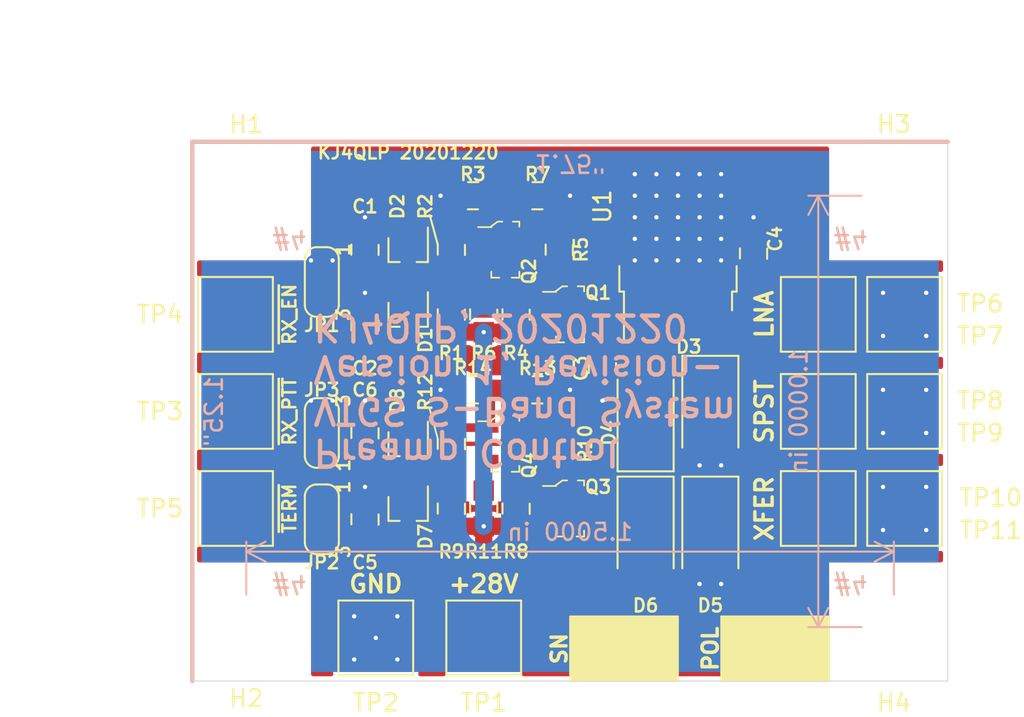
<source format=kicad_pcb>
(kicad_pcb (version 20171130) (host pcbnew 5.1.6-c6e7f7d~87~ubuntu16.04.1)

  (general
    (thickness 1.6)
    (drawings 34)
    (tracks 179)
    (zones 0)
    (modules 51)
    (nets 28)
  )

  (page USLetter)
  (layers
    (0 F.Cu signal)
    (31 B.Cu signal)
    (32 B.Adhes user)
    (33 F.Adhes user)
    (34 B.Paste user)
    (35 F.Paste user)
    (36 B.SilkS user)
    (37 F.SilkS user)
    (38 B.Mask user)
    (39 F.Mask user)
    (40 Dwgs.User user)
    (41 Cmts.User user)
    (42 Eco1.User user)
    (43 Eco2.User user)
    (44 Edge.Cuts user)
    (45 Margin user)
    (46 B.CrtYd user)
    (47 F.CrtYd user)
    (48 B.Fab user)
    (49 F.Fab user)
  )

  (setup
    (last_trace_width 0.254)
    (user_trace_width 0.508)
    (user_trace_width 0.762)
    (user_trace_width 1.016)
    (user_trace_width 1.27)
    (trace_clearance 0.254)
    (zone_clearance 0.254)
    (zone_45_only no)
    (trace_min 0.254)
    (via_size 0.508)
    (via_drill 0.254)
    (via_min_size 0.508)
    (via_min_drill 0.254)
    (uvia_size 0.508)
    (uvia_drill 0.254)
    (uvias_allowed no)
    (uvia_min_size 0.508)
    (uvia_min_drill 0.254)
    (edge_width 0.05)
    (segment_width 0.2)
    (pcb_text_width 0.3)
    (pcb_text_size 1.5 1.5)
    (mod_edge_width 0.12)
    (mod_text_size 1 1)
    (mod_text_width 0.15)
    (pad_size 1.524 1.524)
    (pad_drill 0.762)
    (pad_to_mask_clearance 0.05)
    (aux_axis_origin 0 0)
    (visible_elements FFFDFF7F)
    (pcbplotparams
      (layerselection 0x010fc_ffffffff)
      (usegerberextensions false)
      (usegerberattributes true)
      (usegerberadvancedattributes true)
      (creategerberjobfile true)
      (excludeedgelayer true)
      (linewidth 0.100000)
      (plotframeref false)
      (viasonmask false)
      (mode 1)
      (useauxorigin false)
      (hpglpennumber 1)
      (hpglpenspeed 20)
      (hpglpendiameter 15.000000)
      (psnegative false)
      (psa4output false)
      (plotreference true)
      (plotvalue true)
      (plotinvisibletext false)
      (padsonsilk false)
      (subtractmaskfromsilk false)
      (outputformat 1)
      (mirror false)
      (drillshape 1)
      (scaleselection 1)
      (outputdirectory ""))
  )

  (net 0 "")
  (net 1 "Net-(C1-Pad1)")
  (net 2 GND)
  (net 3 RX_~PTT)
  (net 4 /RX_28V)
  (net 5 /LNA_12V)
  (net 6 "Net-(C5-Pad1)")
  (net 7 "Net-(C6-Pad1)")
  (net 8 "Net-(D1-Pad2)")
  (net 9 "Net-(D1-Pad1)")
  (net 10 "Net-(D2-Pad2)")
  (net 11 "Net-(D2-Pad1)")
  (net 12 "Net-(D4-Pad1)")
  (net 13 /TERM_28V)
  (net 14 "Net-(D7-Pad2)")
  (net 15 "Net-(D7-Pad1)")
  (net 16 "Net-(D8-Pad2)")
  (net 17 "Net-(D8-Pad1)")
  (net 18 +28V)
  (net 19 ~TERM)
  (net 20 RX_~EN)
  (net 21 "Net-(JP2-Pad1)")
  (net 22 "Net-(Q1-Pad1)")
  (net 23 "Net-(Q2-Pad1)")
  (net 24 "Net-(Q2-Pad3)")
  (net 25 "Net-(Q3-Pad1)")
  (net 26 "Net-(Q4-Pad1)")
  (net 27 "Net-(Q4-Pad3)")

  (net_class Default "This is the default net class."
    (clearance 0.254)
    (trace_width 0.254)
    (via_dia 0.508)
    (via_drill 0.254)
    (uvia_dia 0.508)
    (uvia_drill 0.254)
    (diff_pair_width 0.254)
    (diff_pair_gap 0.254)
    (add_net +28V)
    (add_net /LNA_12V)
    (add_net /RX_28V)
    (add_net /TERM_28V)
    (add_net GND)
    (add_net "Net-(C1-Pad1)")
    (add_net "Net-(C5-Pad1)")
    (add_net "Net-(C6-Pad1)")
    (add_net "Net-(D1-Pad1)")
    (add_net "Net-(D1-Pad2)")
    (add_net "Net-(D2-Pad1)")
    (add_net "Net-(D2-Pad2)")
    (add_net "Net-(D4-Pad1)")
    (add_net "Net-(D7-Pad1)")
    (add_net "Net-(D7-Pad2)")
    (add_net "Net-(D8-Pad1)")
    (add_net "Net-(D8-Pad2)")
    (add_net "Net-(JP2-Pad1)")
    (add_net "Net-(Q1-Pad1)")
    (add_net "Net-(Q2-Pad1)")
    (add_net "Net-(Q2-Pad3)")
    (add_net "Net-(Q3-Pad1)")
    (add_net "Net-(Q4-Pad1)")
    (add_net "Net-(Q4-Pad3)")
    (add_net RX_~EN)
    (add_net RX_~PTT)
    (add_net ~TERM)
  )

  (module digikey-footprints:SOT-23-3 (layer F.Cu) (tedit 5D28A5E3) (tstamp 5FDFA6D8)
    (at 149.225 116.84)
    (path /5FE0140C)
    (attr smd)
    (fp_text reference Q3 (at 1.651 -1.27) (layer F.SilkS)
      (effects (font (size 0.762 0.762) (thickness 0.15)))
    )
    (fp_text value IRLML9301 (at 0.025 3.25) (layer F.Fab)
      (effects (font (size 1 1) (thickness 0.15)))
    )
    (fp_line (start 0.7 1.52) (end 0.7 -1.52) (layer F.Fab) (width 0.1))
    (fp_line (start -0.7 1.52) (end 0.7 1.52) (layer F.Fab) (width 0.1))
    (fp_line (start 0.825 -1.65) (end 0.825 -1.35) (layer F.SilkS) (width 0.1))
    (fp_line (start 0.45 -1.65) (end 0.825 -1.65) (layer F.SilkS) (width 0.1))
    (fp_line (start 0.825 1.65) (end 0.375 1.65) (layer F.SilkS) (width 0.1))
    (fp_line (start 0.825 1.35) (end 0.825 1.65) (layer F.SilkS) (width 0.1))
    (fp_line (start 0.825 1.425) (end 0.825 1.3) (layer F.SilkS) (width 0.1))
    (fp_line (start -0.825 1.65) (end -0.825 1.3) (layer F.SilkS) (width 0.1))
    (fp_line (start -0.35 1.65) (end -0.825 1.65) (layer F.SilkS) (width 0.1))
    (fp_line (start -0.425 -1.525) (end -0.7 -1.325) (layer F.Fab) (width 0.1))
    (fp_line (start -0.425 -1.525) (end 0.7 -1.525) (layer F.Fab) (width 0.1))
    (fp_line (start -0.7 -1.325) (end -0.7 1.525) (layer F.Fab) (width 0.1))
    (fp_line (start -0.825 -1.325) (end -1.6 -1.325) (layer F.SilkS) (width 0.1))
    (fp_line (start -0.825 -1.375) (end -0.825 -1.325) (layer F.SilkS) (width 0.1))
    (fp_line (start -0.45 -1.65) (end -0.825 -1.375) (layer F.SilkS) (width 0.1))
    (fp_line (start -0.175 -1.65) (end -0.45 -1.65) (layer F.SilkS) (width 0.1))
    (fp_line (start 1.825 -1.95) (end 1.825 1.95) (layer F.CrtYd) (width 0.05))
    (fp_line (start 1.825 1.95) (end -1.825 1.95) (layer F.CrtYd) (width 0.05))
    (fp_line (start -1.825 -1.95) (end -1.825 1.95) (layer F.CrtYd) (width 0.05))
    (fp_line (start -1.825 -1.95) (end 1.825 -1.95) (layer F.CrtYd) (width 0.05))
    (fp_text user %R (at -0.125 0.15) (layer F.Fab)
      (effects (font (size 0.25 0.25) (thickness 0.05)))
    )
    (pad 1 smd rect (at -1.05 -0.95) (size 1.3 0.6) (layers F.Cu F.Paste F.Mask)
      (net 25 "Net-(Q3-Pad1)") (solder_mask_margin 0.07))
    (pad 2 smd rect (at -1.05 0.95) (size 1.3 0.6) (layers F.Cu F.Paste F.Mask)
      (net 18 +28V) (solder_mask_margin 0.07))
    (pad 3 smd rect (at 1.05 0) (size 1.3 0.6) (layers F.Cu F.Paste F.Mask)
      (net 13 /TERM_28V) (solder_mask_margin 0.07))
  )

  (module digikey-footprints:SOT-23-3 (layer F.Cu) (tedit 5D28A5E3) (tstamp 5FDFA68D)
    (at 149.225 105.41)
    (path /5FDFF73C)
    (attr smd)
    (fp_text reference Q1 (at 1.651 -1.27) (layer F.SilkS)
      (effects (font (size 0.762 0.762) (thickness 0.15)))
    )
    (fp_text value IRLML9301 (at 0.025 3.25) (layer F.Fab)
      (effects (font (size 1 1) (thickness 0.15)))
    )
    (fp_line (start 0.7 1.52) (end 0.7 -1.52) (layer F.Fab) (width 0.1))
    (fp_line (start -0.7 1.52) (end 0.7 1.52) (layer F.Fab) (width 0.1))
    (fp_line (start 0.825 -1.65) (end 0.825 -1.35) (layer F.SilkS) (width 0.1))
    (fp_line (start 0.45 -1.65) (end 0.825 -1.65) (layer F.SilkS) (width 0.1))
    (fp_line (start 0.825 1.65) (end 0.375 1.65) (layer F.SilkS) (width 0.1))
    (fp_line (start 0.825 1.35) (end 0.825 1.65) (layer F.SilkS) (width 0.1))
    (fp_line (start 0.825 1.425) (end 0.825 1.3) (layer F.SilkS) (width 0.1))
    (fp_line (start -0.825 1.65) (end -0.825 1.3) (layer F.SilkS) (width 0.1))
    (fp_line (start -0.35 1.65) (end -0.825 1.65) (layer F.SilkS) (width 0.1))
    (fp_line (start -0.425 -1.525) (end -0.7 -1.325) (layer F.Fab) (width 0.1))
    (fp_line (start -0.425 -1.525) (end 0.7 -1.525) (layer F.Fab) (width 0.1))
    (fp_line (start -0.7 -1.325) (end -0.7 1.525) (layer F.Fab) (width 0.1))
    (fp_line (start -0.825 -1.325) (end -1.6 -1.325) (layer F.SilkS) (width 0.1))
    (fp_line (start -0.825 -1.375) (end -0.825 -1.325) (layer F.SilkS) (width 0.1))
    (fp_line (start -0.45 -1.65) (end -0.825 -1.375) (layer F.SilkS) (width 0.1))
    (fp_line (start -0.175 -1.65) (end -0.45 -1.65) (layer F.SilkS) (width 0.1))
    (fp_line (start 1.825 -1.95) (end 1.825 1.95) (layer F.CrtYd) (width 0.05))
    (fp_line (start 1.825 1.95) (end -1.825 1.95) (layer F.CrtYd) (width 0.05))
    (fp_line (start -1.825 -1.95) (end -1.825 1.95) (layer F.CrtYd) (width 0.05))
    (fp_line (start -1.825 -1.95) (end 1.825 -1.95) (layer F.CrtYd) (width 0.05))
    (fp_text user %R (at -0.125 0.15) (layer F.Fab)
      (effects (font (size 0.25 0.25) (thickness 0.05)))
    )
    (pad 1 smd rect (at -1.05 -0.95) (size 1.3 0.6) (layers F.Cu F.Paste F.Mask)
      (net 22 "Net-(Q1-Pad1)") (solder_mask_margin 0.07))
    (pad 2 smd rect (at -1.05 0.95) (size 1.3 0.6) (layers F.Cu F.Paste F.Mask)
      (net 18 +28V) (solder_mask_margin 0.07))
    (pad 3 smd rect (at 1.05 0) (size 1.3 0.6) (layers F.Cu F.Paste F.Mask)
      (net 4 /RX_28V) (solder_mask_margin 0.07))
  )

  (module TestPoint:TestPoint_Pad_4.0x4.0mm (layer F.Cu) (tedit 5A0F774F) (tstamp 5FDFB68C)
    (at 168.91 116.84)
    (descr "SMD rectangular pad as test Point, square 4.0mm side length")
    (tags "test point SMD pad rectangle square")
    (path /5FE0B056)
    (attr virtual)
    (fp_text reference TP11 (at 5.08 1.27) (layer F.SilkS)
      (effects (font (size 1 1) (thickness 0.15)))
    )
    (fp_text value GND (at 0 3.1) (layer F.Fab)
      (effects (font (size 1 1) (thickness 0.15)))
    )
    (fp_line (start 2.5 2.5) (end -2.5 2.5) (layer F.CrtYd) (width 0.05))
    (fp_line (start 2.5 2.5) (end 2.5 -2.5) (layer F.CrtYd) (width 0.05))
    (fp_line (start -2.5 -2.5) (end -2.5 2.5) (layer F.CrtYd) (width 0.05))
    (fp_line (start -2.5 -2.5) (end 2.5 -2.5) (layer F.CrtYd) (width 0.05))
    (fp_line (start -2.2 2.2) (end -2.2 -2.2) (layer F.SilkS) (width 0.12))
    (fp_line (start 2.2 2.2) (end -2.2 2.2) (layer F.SilkS) (width 0.12))
    (fp_line (start 2.2 -2.2) (end 2.2 2.2) (layer F.SilkS) (width 0.12))
    (fp_line (start -2.2 -2.2) (end 2.2 -2.2) (layer F.SilkS) (width 0.12))
    (pad 1 smd rect (at 0 0) (size 4 4) (layers F.Cu F.Mask)
      (net 2 GND))
  )

  (module TestPoint:TestPoint_Pad_4.0x4.0mm (layer F.Cu) (tedit 5A0F774F) (tstamp 5FDFB67E)
    (at 163.83 116.84)
    (descr "SMD rectangular pad as test Point, square 4.0mm side length")
    (tags "test point SMD pad rectangle square")
    (path /5FE08992)
    (attr virtual)
    (fp_text reference TP10 (at 10.16 -0.635) (layer F.SilkS)
      (effects (font (size 1 1) (thickness 0.15)))
    )
    (fp_text value XFER (at 0 3.1) (layer F.Fab)
      (effects (font (size 1 1) (thickness 0.15)))
    )
    (fp_line (start 2.5 2.5) (end -2.5 2.5) (layer F.CrtYd) (width 0.05))
    (fp_line (start 2.5 2.5) (end 2.5 -2.5) (layer F.CrtYd) (width 0.05))
    (fp_line (start -2.5 -2.5) (end -2.5 2.5) (layer F.CrtYd) (width 0.05))
    (fp_line (start -2.5 -2.5) (end 2.5 -2.5) (layer F.CrtYd) (width 0.05))
    (fp_line (start -2.2 2.2) (end -2.2 -2.2) (layer F.SilkS) (width 0.12))
    (fp_line (start 2.2 2.2) (end -2.2 2.2) (layer F.SilkS) (width 0.12))
    (fp_line (start 2.2 -2.2) (end 2.2 2.2) (layer F.SilkS) (width 0.12))
    (fp_line (start -2.2 -2.2) (end 2.2 -2.2) (layer F.SilkS) (width 0.12))
    (pad 1 smd rect (at 0 0) (size 4 4) (layers F.Cu F.Mask)
      (net 12 "Net-(D4-Pad1)"))
  )

  (module TestPoint:TestPoint_Pad_4.0x4.0mm (layer F.Cu) (tedit 5A0F774F) (tstamp 5FDFB670)
    (at 168.91 111.125)
    (descr "SMD rectangular pad as test Point, square 4.0mm side length")
    (tags "test point SMD pad rectangle square")
    (path /5FE0A607)
    (attr virtual)
    (fp_text reference TP9 (at 4.445 1.27) (layer F.SilkS)
      (effects (font (size 1 1) (thickness 0.15)))
    )
    (fp_text value GND (at 0 3.1) (layer F.Fab)
      (effects (font (size 1 1) (thickness 0.15)))
    )
    (fp_line (start 2.5 2.5) (end -2.5 2.5) (layer F.CrtYd) (width 0.05))
    (fp_line (start 2.5 2.5) (end 2.5 -2.5) (layer F.CrtYd) (width 0.05))
    (fp_line (start -2.5 -2.5) (end -2.5 2.5) (layer F.CrtYd) (width 0.05))
    (fp_line (start -2.5 -2.5) (end 2.5 -2.5) (layer F.CrtYd) (width 0.05))
    (fp_line (start -2.2 2.2) (end -2.2 -2.2) (layer F.SilkS) (width 0.12))
    (fp_line (start 2.2 2.2) (end -2.2 2.2) (layer F.SilkS) (width 0.12))
    (fp_line (start 2.2 -2.2) (end 2.2 2.2) (layer F.SilkS) (width 0.12))
    (fp_line (start -2.2 -2.2) (end 2.2 -2.2) (layer F.SilkS) (width 0.12))
    (pad 1 smd rect (at 0 0) (size 4 4) (layers F.Cu F.Mask)
      (net 2 GND))
  )

  (module TestPoint:TestPoint_Pad_4.0x4.0mm (layer F.Cu) (tedit 5A0F774F) (tstamp 5FDFB662)
    (at 163.83 111.125)
    (descr "SMD rectangular pad as test Point, square 4.0mm side length")
    (tags "test point SMD pad rectangle square")
    (path /5FE07E05)
    (attr virtual)
    (fp_text reference TP8 (at 9.525 -0.635) (layer F.SilkS)
      (effects (font (size 1 1) (thickness 0.15)))
    )
    (fp_text value SPST_REL (at 0 3.1) (layer F.Fab)
      (effects (font (size 1 1) (thickness 0.15)))
    )
    (fp_line (start 2.5 2.5) (end -2.5 2.5) (layer F.CrtYd) (width 0.05))
    (fp_line (start 2.5 2.5) (end 2.5 -2.5) (layer F.CrtYd) (width 0.05))
    (fp_line (start -2.5 -2.5) (end -2.5 2.5) (layer F.CrtYd) (width 0.05))
    (fp_line (start -2.5 -2.5) (end 2.5 -2.5) (layer F.CrtYd) (width 0.05))
    (fp_line (start -2.2 2.2) (end -2.2 -2.2) (layer F.SilkS) (width 0.12))
    (fp_line (start 2.2 2.2) (end -2.2 2.2) (layer F.SilkS) (width 0.12))
    (fp_line (start 2.2 -2.2) (end 2.2 2.2) (layer F.SilkS) (width 0.12))
    (fp_line (start -2.2 -2.2) (end 2.2 -2.2) (layer F.SilkS) (width 0.12))
    (pad 1 smd rect (at 0 0) (size 4 4) (layers F.Cu F.Mask)
      (net 4 /RX_28V))
  )

  (module TestPoint:TestPoint_Pad_4.0x4.0mm (layer F.Cu) (tedit 5A0F774F) (tstamp 5FDFB654)
    (at 168.91 105.41)
    (descr "SMD rectangular pad as test Point, square 4.0mm side length")
    (tags "test point SMD pad rectangle square")
    (path /5FE09C5E)
    (attr virtual)
    (fp_text reference TP7 (at 4.445 1.27) (layer F.SilkS)
      (effects (font (size 1 1) (thickness 0.15)))
    )
    (fp_text value GND (at 0 3.1) (layer F.Fab)
      (effects (font (size 1 1) (thickness 0.15)))
    )
    (fp_line (start 2.5 2.5) (end -2.5 2.5) (layer F.CrtYd) (width 0.05))
    (fp_line (start 2.5 2.5) (end 2.5 -2.5) (layer F.CrtYd) (width 0.05))
    (fp_line (start -2.5 -2.5) (end -2.5 2.5) (layer F.CrtYd) (width 0.05))
    (fp_line (start -2.5 -2.5) (end 2.5 -2.5) (layer F.CrtYd) (width 0.05))
    (fp_line (start -2.2 2.2) (end -2.2 -2.2) (layer F.SilkS) (width 0.12))
    (fp_line (start 2.2 2.2) (end -2.2 2.2) (layer F.SilkS) (width 0.12))
    (fp_line (start 2.2 -2.2) (end 2.2 2.2) (layer F.SilkS) (width 0.12))
    (fp_line (start -2.2 -2.2) (end 2.2 -2.2) (layer F.SilkS) (width 0.12))
    (pad 1 smd rect (at 0 0) (size 4 4) (layers F.Cu F.Mask)
      (net 2 GND))
  )

  (module TestPoint:TestPoint_Pad_4.0x4.0mm (layer F.Cu) (tedit 5A0F774F) (tstamp 5FDFB646)
    (at 163.83 105.41)
    (descr "SMD rectangular pad as test Point, square 4.0mm side length")
    (tags "test point SMD pad rectangle square")
    (path /5FE06BC2)
    (attr virtual)
    (fp_text reference TP6 (at 9.525 -0.635) (layer F.SilkS)
      (effects (font (size 1 1) (thickness 0.15)))
    )
    (fp_text value LNA_12V (at 0 3.1) (layer F.Fab)
      (effects (font (size 1 1) (thickness 0.15)))
    )
    (fp_line (start 2.5 2.5) (end -2.5 2.5) (layer F.CrtYd) (width 0.05))
    (fp_line (start 2.5 2.5) (end 2.5 -2.5) (layer F.CrtYd) (width 0.05))
    (fp_line (start -2.5 -2.5) (end -2.5 2.5) (layer F.CrtYd) (width 0.05))
    (fp_line (start -2.5 -2.5) (end 2.5 -2.5) (layer F.CrtYd) (width 0.05))
    (fp_line (start -2.2 2.2) (end -2.2 -2.2) (layer F.SilkS) (width 0.12))
    (fp_line (start 2.2 2.2) (end -2.2 2.2) (layer F.SilkS) (width 0.12))
    (fp_line (start 2.2 -2.2) (end 2.2 2.2) (layer F.SilkS) (width 0.12))
    (fp_line (start -2.2 -2.2) (end 2.2 -2.2) (layer F.SilkS) (width 0.12))
    (pad 1 smd rect (at 0 0) (size 4 4) (layers F.Cu F.Mask)
      (net 5 /LNA_12V))
  )

  (module MountingHole:MountingHole_3.2mm_M3 (layer F.Cu) (tedit 56D1B4CB) (tstamp 5FDF80A4)
    (at 168.275 123.825)
    (descr "Mounting Hole 3.2mm, no annular, M3")
    (tags "mounting hole 3.2mm no annular m3")
    (path /5FEEBD79)
    (attr virtual)
    (fp_text reference H4 (at 0 4.445) (layer F.SilkS)
      (effects (font (size 1 1) (thickness 0.15)))
    )
    (fp_text value "#4" (at 0 4.2) (layer F.Fab)
      (effects (font (size 1 1) (thickness 0.15)))
    )
    (fp_circle (center 0 0) (end 3.2 0) (layer Cmts.User) (width 0.15))
    (fp_circle (center 0 0) (end 3.45 0) (layer F.CrtYd) (width 0.05))
    (fp_text user %R (at 0.3 0) (layer F.Fab)
      (effects (font (size 1 1) (thickness 0.15)))
    )
    (pad 1 np_thru_hole circle (at 0 0) (size 3.2 3.2) (drill 3.2) (layers *.Cu *.Mask))
  )

  (module MountingHole:MountingHole_3.2mm_M3 (layer F.Cu) (tedit 56D1B4CB) (tstamp 5FDF809C)
    (at 168.275 98.425)
    (descr "Mounting Hole 3.2mm, no annular, M3")
    (tags "mounting hole 3.2mm no annular m3")
    (path /5FEEB96C)
    (attr virtual)
    (fp_text reference H3 (at 0 -4.2) (layer F.SilkS)
      (effects (font (size 1 1) (thickness 0.15)))
    )
    (fp_text value "#4" (at 0 4.2) (layer F.Fab)
      (effects (font (size 1 1) (thickness 0.15)))
    )
    (fp_circle (center 0 0) (end 3.2 0) (layer Cmts.User) (width 0.15))
    (fp_circle (center 0 0) (end 3.45 0) (layer F.CrtYd) (width 0.05))
    (fp_text user %R (at 0.3 0) (layer F.Fab)
      (effects (font (size 1 1) (thickness 0.15)))
    )
    (pad 1 np_thru_hole circle (at 0 0) (size 3.2 3.2) (drill 3.2) (layers *.Cu *.Mask))
  )

  (module MountingHole:MountingHole_3.2mm_M3 (layer F.Cu) (tedit 56D1B4CB) (tstamp 5FDF6B4B)
    (at 130.175 123.825 180)
    (descr "Mounting Hole 3.2mm, no annular, M3")
    (tags "mounting hole 3.2mm no annular m3")
    (path /5FEE3270)
    (attr virtual)
    (fp_text reference H2 (at 0 -4.2) (layer F.SilkS)
      (effects (font (size 1 1) (thickness 0.15)))
    )
    (fp_text value "#4" (at 0 4.2) (layer F.Fab)
      (effects (font (size 1 1) (thickness 0.15)))
    )
    (fp_circle (center 0 0) (end 3.2 0) (layer Cmts.User) (width 0.15))
    (fp_circle (center 0 0) (end 3.45 0) (layer F.CrtYd) (width 0.05))
    (fp_text user %R (at 0.3 0) (layer F.Fab)
      (effects (font (size 1 1) (thickness 0.15)))
    )
    (pad 1 np_thru_hole circle (at 0 0 180) (size 3.2 3.2) (drill 3.2) (layers *.Cu *.Mask))
  )

  (module MountingHole:MountingHole_3.2mm_M3 (layer F.Cu) (tedit 56D1B4CB) (tstamp 5FDF6FEB)
    (at 130.175 98.425)
    (descr "Mounting Hole 3.2mm, no annular, M3")
    (tags "mounting hole 3.2mm no annular m3")
    (path /5FEE0475)
    (attr virtual)
    (fp_text reference H1 (at 0 -4.2) (layer F.SilkS)
      (effects (font (size 1 1) (thickness 0.15)))
    )
    (fp_text value "#4" (at 0 4.2) (layer F.Fab)
      (effects (font (size 1 1) (thickness 0.15)))
    )
    (fp_circle (center 0 0) (end 3.2 0) (layer Cmts.User) (width 0.15))
    (fp_circle (center 0 0) (end 3.45 0) (layer F.CrtYd) (width 0.05))
    (fp_text user %R (at 0.3 0) (layer F.Fab)
      (effects (font (size 1 1) (thickness 0.15)))
    )
    (pad 1 np_thru_hole circle (at 0 0) (size 3.2 3.2) (drill 3.2) (layers *.Cu *.Mask))
  )

  (module Package_TO_SOT_SMD:TO-252-2 (layer F.Cu) (tedit 5A70A390) (tstamp 5FDF5485)
    (at 155.575 101.6 90)
    (descr "TO-252 / DPAK SMD package, http://www.infineon.com/cms/en/product/packages/PG-TO252/PG-TO252-3-1/")
    (tags "DPAK TO-252 DPAK-3 TO-252-3 SOT-428")
    (path /5FE03665)
    (attr smd)
    (fp_text reference U1 (at 2.54 -4.445 90) (layer F.SilkS)
      (effects (font (size 1 1) (thickness 0.15)))
    )
    (fp_text value MC78M12ACDTRKG (at 0 4.5 90) (layer F.Fab)
      (effects (font (size 1 1) (thickness 0.15)))
    )
    (fp_line (start 3.95 -2.7) (end 4.95 -2.7) (layer F.Fab) (width 0.1))
    (fp_line (start 4.95 -2.7) (end 4.95 2.7) (layer F.Fab) (width 0.1))
    (fp_line (start 4.95 2.7) (end 3.95 2.7) (layer F.Fab) (width 0.1))
    (fp_line (start 3.95 -3.25) (end 3.95 3.25) (layer F.Fab) (width 0.1))
    (fp_line (start 3.95 3.25) (end -2.27 3.25) (layer F.Fab) (width 0.1))
    (fp_line (start -2.27 3.25) (end -2.27 -2.25) (layer F.Fab) (width 0.1))
    (fp_line (start -2.27 -2.25) (end -1.27 -3.25) (layer F.Fab) (width 0.1))
    (fp_line (start -1.27 -3.25) (end 3.95 -3.25) (layer F.Fab) (width 0.1))
    (fp_line (start -1.865 -2.655) (end -4.97 -2.655) (layer F.Fab) (width 0.1))
    (fp_line (start -4.97 -2.655) (end -4.97 -1.905) (layer F.Fab) (width 0.1))
    (fp_line (start -4.97 -1.905) (end -2.27 -1.905) (layer F.Fab) (width 0.1))
    (fp_line (start -2.27 1.905) (end -4.97 1.905) (layer F.Fab) (width 0.1))
    (fp_line (start -4.97 1.905) (end -4.97 2.655) (layer F.Fab) (width 0.1))
    (fp_line (start -4.97 2.655) (end -2.27 2.655) (layer F.Fab) (width 0.1))
    (fp_line (start -0.97 -3.45) (end -2.47 -3.45) (layer F.SilkS) (width 0.12))
    (fp_line (start -2.47 -3.45) (end -2.47 -3.18) (layer F.SilkS) (width 0.12))
    (fp_line (start -2.47 -3.18) (end -5.3 -3.18) (layer F.SilkS) (width 0.12))
    (fp_line (start -0.97 3.45) (end -2.47 3.45) (layer F.SilkS) (width 0.12))
    (fp_line (start -2.47 3.45) (end -2.47 3.18) (layer F.SilkS) (width 0.12))
    (fp_line (start -2.47 3.18) (end -3.57 3.18) (layer F.SilkS) (width 0.12))
    (fp_line (start -5.55 -3.5) (end -5.55 3.5) (layer F.CrtYd) (width 0.05))
    (fp_line (start -5.55 3.5) (end 5.55 3.5) (layer F.CrtYd) (width 0.05))
    (fp_line (start 5.55 3.5) (end 5.55 -3.5) (layer F.CrtYd) (width 0.05))
    (fp_line (start 5.55 -3.5) (end -5.55 -3.5) (layer F.CrtYd) (width 0.05))
    (fp_text user %R (at 0 0 90) (layer F.Fab)
      (effects (font (size 1 1) (thickness 0.15)))
    )
    (pad "" smd rect (at 0.425 1.525 90) (size 3.05 2.75) (layers F.Paste))
    (pad "" smd rect (at 3.775 -1.525 90) (size 3.05 2.75) (layers F.Paste))
    (pad "" smd rect (at 0.425 -1.525 90) (size 3.05 2.75) (layers F.Paste))
    (pad "" smd rect (at 3.775 1.525 90) (size 3.05 2.75) (layers F.Paste))
    (pad 2 smd rect (at 2.1 0 90) (size 6.4 5.8) (layers F.Cu F.Mask)
      (net 2 GND))
    (pad 3 smd rect (at -4.2 2.28 90) (size 2.2 1.2) (layers F.Cu F.Paste F.Mask)
      (net 5 /LNA_12V))
    (pad 1 smd rect (at -4.2 -2.28 90) (size 2.2 1.2) (layers F.Cu F.Paste F.Mask)
      (net 4 /RX_28V))
    (model ${KISYS3DMOD}/Package_TO_SOT_SMD.3dshapes/TO-252-2.wrl
      (at (xyz 0 0 0))
      (scale (xyz 1 1 1))
      (rotate (xyz 0 0 0))
    )
  )

  (module TestPoint:TestPoint_Pad_4.0x4.0mm (layer F.Cu) (tedit 5A0F774F) (tstamp 5FDE1F9E)
    (at 129.54 116.84)
    (descr "SMD rectangular pad as test Point, square 4.0mm side length")
    (tags "test point SMD pad rectangle square")
    (path /5FF07FB5)
    (attr virtual)
    (fp_text reference TP5 (at -4.445 0) (layer F.SilkS)
      (effects (font (size 1 1) (thickness 0.15)))
    )
    (fp_text value ~TERM (at 0 3.1) (layer F.Fab)
      (effects (font (size 1 1) (thickness 0.15)))
    )
    (fp_line (start 2.5 2.5) (end -2.5 2.5) (layer F.CrtYd) (width 0.05))
    (fp_line (start 2.5 2.5) (end 2.5 -2.5) (layer F.CrtYd) (width 0.05))
    (fp_line (start -2.5 -2.5) (end -2.5 2.5) (layer F.CrtYd) (width 0.05))
    (fp_line (start -2.5 -2.5) (end 2.5 -2.5) (layer F.CrtYd) (width 0.05))
    (fp_line (start -2.2 2.2) (end -2.2 -2.2) (layer F.SilkS) (width 0.12))
    (fp_line (start 2.2 2.2) (end -2.2 2.2) (layer F.SilkS) (width 0.12))
    (fp_line (start 2.2 -2.2) (end 2.2 2.2) (layer F.SilkS) (width 0.12))
    (fp_line (start -2.2 -2.2) (end 2.2 -2.2) (layer F.SilkS) (width 0.12))
    (pad 1 smd rect (at 0 0) (size 4 4) (layers F.Cu F.Mask)
      (net 19 ~TERM))
  )

  (module TestPoint:TestPoint_Pad_4.0x4.0mm (layer F.Cu) (tedit 5A0F774F) (tstamp 5FDE1F90)
    (at 129.54 105.41)
    (descr "SMD rectangular pad as test Point, square 4.0mm side length")
    (tags "test point SMD pad rectangle square")
    (path /5FF07C8C)
    (attr virtual)
    (fp_text reference TP4 (at -4.445 0) (layer F.SilkS)
      (effects (font (size 1 1) (thickness 0.15)))
    )
    (fp_text value ~EN (at 0 3.1) (layer F.Fab)
      (effects (font (size 1 1) (thickness 0.15)))
    )
    (fp_line (start 2.5 2.5) (end -2.5 2.5) (layer F.CrtYd) (width 0.05))
    (fp_line (start 2.5 2.5) (end 2.5 -2.5) (layer F.CrtYd) (width 0.05))
    (fp_line (start -2.5 -2.5) (end -2.5 2.5) (layer F.CrtYd) (width 0.05))
    (fp_line (start -2.5 -2.5) (end 2.5 -2.5) (layer F.CrtYd) (width 0.05))
    (fp_line (start -2.2 2.2) (end -2.2 -2.2) (layer F.SilkS) (width 0.12))
    (fp_line (start 2.2 2.2) (end -2.2 2.2) (layer F.SilkS) (width 0.12))
    (fp_line (start 2.2 -2.2) (end 2.2 2.2) (layer F.SilkS) (width 0.12))
    (fp_line (start -2.2 -2.2) (end 2.2 -2.2) (layer F.SilkS) (width 0.12))
    (pad 1 smd rect (at 0 0) (size 4 4) (layers F.Cu F.Mask)
      (net 20 RX_~EN))
  )

  (module TestPoint:TestPoint_Pad_4.0x4.0mm (layer F.Cu) (tedit 5A0F774F) (tstamp 5FDFDB54)
    (at 129.54 111.125)
    (descr "SMD rectangular pad as test Point, square 4.0mm side length")
    (tags "test point SMD pad rectangle square")
    (path /5FEFF604)
    (attr virtual)
    (fp_text reference TP3 (at -4.445 0) (layer F.SilkS)
      (effects (font (size 1 1) (thickness 0.15)))
    )
    (fp_text value ~PTT (at 0 3.1) (layer F.Fab)
      (effects (font (size 1 1) (thickness 0.15)))
    )
    (fp_line (start 2.5 2.5) (end -2.5 2.5) (layer F.CrtYd) (width 0.05))
    (fp_line (start 2.5 2.5) (end 2.5 -2.5) (layer F.CrtYd) (width 0.05))
    (fp_line (start -2.5 -2.5) (end -2.5 2.5) (layer F.CrtYd) (width 0.05))
    (fp_line (start -2.5 -2.5) (end 2.5 -2.5) (layer F.CrtYd) (width 0.05))
    (fp_line (start -2.2 2.2) (end -2.2 -2.2) (layer F.SilkS) (width 0.12))
    (fp_line (start 2.2 2.2) (end -2.2 2.2) (layer F.SilkS) (width 0.12))
    (fp_line (start 2.2 -2.2) (end 2.2 2.2) (layer F.SilkS) (width 0.12))
    (fp_line (start -2.2 -2.2) (end 2.2 -2.2) (layer F.SilkS) (width 0.12))
    (pad 1 smd rect (at 0 0) (size 4 4) (layers F.Cu F.Mask)
      (net 3 RX_~PTT))
  )

  (module TestPoint:TestPoint_Pad_4.0x4.0mm (layer F.Cu) (tedit 5A0F774F) (tstamp 5FDE1F74)
    (at 137.795 124.46)
    (descr "SMD rectangular pad as test Point, square 4.0mm side length")
    (tags "test point SMD pad rectangle square")
    (path /5FEEBDE0)
    (attr virtual)
    (fp_text reference TP2 (at 0 3.81) (layer F.SilkS)
      (effects (font (size 1 1) (thickness 0.15)))
    )
    (fp_text value GND (at 0 3.1) (layer F.Fab)
      (effects (font (size 1 1) (thickness 0.15)))
    )
    (fp_line (start 2.5 2.5) (end -2.5 2.5) (layer F.CrtYd) (width 0.05))
    (fp_line (start 2.5 2.5) (end 2.5 -2.5) (layer F.CrtYd) (width 0.05))
    (fp_line (start -2.5 -2.5) (end -2.5 2.5) (layer F.CrtYd) (width 0.05))
    (fp_line (start -2.5 -2.5) (end 2.5 -2.5) (layer F.CrtYd) (width 0.05))
    (fp_line (start -2.2 2.2) (end -2.2 -2.2) (layer F.SilkS) (width 0.12))
    (fp_line (start 2.2 2.2) (end -2.2 2.2) (layer F.SilkS) (width 0.12))
    (fp_line (start 2.2 -2.2) (end 2.2 2.2) (layer F.SilkS) (width 0.12))
    (fp_line (start -2.2 -2.2) (end 2.2 -2.2) (layer F.SilkS) (width 0.12))
    (pad 1 smd rect (at 0 0) (size 4 4) (layers F.Cu F.Mask)
      (net 2 GND))
  )

  (module TestPoint:TestPoint_Pad_4.0x4.0mm (layer F.Cu) (tedit 5A0F774F) (tstamp 5FDE1F66)
    (at 144.145 124.46)
    (descr "SMD rectangular pad as test Point, square 4.0mm side length")
    (tags "test point SMD pad rectangle square")
    (path /5FEF20FE)
    (attr virtual)
    (fp_text reference TP1 (at 0 3.81) (layer F.SilkS)
      (effects (font (size 1 1) (thickness 0.15)))
    )
    (fp_text value +28V (at 0 3.1) (layer F.Fab)
      (effects (font (size 1 1) (thickness 0.15)))
    )
    (fp_line (start 2.5 2.5) (end -2.5 2.5) (layer F.CrtYd) (width 0.05))
    (fp_line (start 2.5 2.5) (end 2.5 -2.5) (layer F.CrtYd) (width 0.05))
    (fp_line (start -2.5 -2.5) (end -2.5 2.5) (layer F.CrtYd) (width 0.05))
    (fp_line (start -2.5 -2.5) (end 2.5 -2.5) (layer F.CrtYd) (width 0.05))
    (fp_line (start -2.2 2.2) (end -2.2 -2.2) (layer F.SilkS) (width 0.12))
    (fp_line (start 2.2 2.2) (end -2.2 2.2) (layer F.SilkS) (width 0.12))
    (fp_line (start 2.2 -2.2) (end 2.2 2.2) (layer F.SilkS) (width 0.12))
    (fp_line (start -2.2 -2.2) (end 2.2 -2.2) (layer F.SilkS) (width 0.12))
    (pad 1 smd rect (at 0 0) (size 4 4) (layers F.Cu F.Mask)
      (net 18 +28V))
  )

  (module digikey-footprints:0805 (layer F.Cu) (tedit 5D288D36) (tstamp 5FDE1F58)
    (at 143.51 109.855 180)
    (path /5FE62101)
    (attr smd)
    (fp_text reference R14 (at 0 1.27 180) (layer F.SilkS)
      (effects (font (size 0.762 0.762) (thickness 0.15)))
    )
    (fp_text value 2k (at 0 1.95) (layer F.Fab)
      (effects (font (size 1 1) (thickness 0.15)))
    )
    (fp_line (start -0.95 -0.675) (end -0.95 0.675) (layer F.Fab) (width 0.12))
    (fp_line (start 0.95 -0.675) (end 0.95 0.675) (layer F.Fab) (width 0.12))
    (fp_line (start -0.95 -0.68) (end 0.95 -0.68) (layer F.Fab) (width 0.12))
    (fp_line (start -0.95 0.68) (end 0.95 0.68) (layer F.Fab) (width 0.12))
    (fp_line (start -0.3 -0.8) (end 0.3 -0.8) (layer F.SilkS) (width 0.12))
    (fp_line (start -0.32 0.8) (end 0.28 0.8) (layer F.SilkS) (width 0.12))
    (fp_line (start -1.9 0.93) (end -1.9 -0.93) (layer F.CrtYd) (width 0.05))
    (fp_line (start 1.9 0.93) (end 1.9 -0.93) (layer F.CrtYd) (width 0.05))
    (fp_line (start -1.9 -0.93) (end 1.9 -0.93) (layer F.CrtYd) (width 0.05))
    (fp_line (start -1.9 0.93) (end 1.9 0.93) (layer F.CrtYd) (width 0.05))
    (pad 1 smd rect (at -1.05 0 180) (size 1.2 1.2) (layers F.Cu F.Paste F.Mask)
      (net 26 "Net-(Q4-Pad1)"))
    (pad 2 smd rect (at 1.05 0 180) (size 1.2 1.2) (layers F.Cu F.Paste F.Mask)
      (net 2 GND))
  )

  (module digikey-footprints:0805 (layer F.Cu) (tedit 5D288D36) (tstamp 5FDE1F48)
    (at 147.32 109.855)
    (path /5FE62121)
    (attr smd)
    (fp_text reference R13 (at 0 -1.27) (layer F.SilkS)
      (effects (font (size 0.762 0.762) (thickness 0.15)))
    )
    (fp_text value 2.5k (at 0 1.95) (layer F.Fab)
      (effects (font (size 1 1) (thickness 0.15)))
    )
    (fp_line (start -0.95 -0.675) (end -0.95 0.675) (layer F.Fab) (width 0.12))
    (fp_line (start 0.95 -0.675) (end 0.95 0.675) (layer F.Fab) (width 0.12))
    (fp_line (start -0.95 -0.68) (end 0.95 -0.68) (layer F.Fab) (width 0.12))
    (fp_line (start -0.95 0.68) (end 0.95 0.68) (layer F.Fab) (width 0.12))
    (fp_line (start -0.3 -0.8) (end 0.3 -0.8) (layer F.SilkS) (width 0.12))
    (fp_line (start -0.32 0.8) (end 0.28 0.8) (layer F.SilkS) (width 0.12))
    (fp_line (start -1.9 0.93) (end -1.9 -0.93) (layer F.CrtYd) (width 0.05))
    (fp_line (start 1.9 0.93) (end 1.9 -0.93) (layer F.CrtYd) (width 0.05))
    (fp_line (start -1.9 -0.93) (end 1.9 -0.93) (layer F.CrtYd) (width 0.05))
    (fp_line (start -1.9 0.93) (end 1.9 0.93) (layer F.CrtYd) (width 0.05))
    (pad 1 smd rect (at -1.05 0) (size 1.2 1.2) (layers F.Cu F.Paste F.Mask)
      (net 17 "Net-(D8-Pad1)"))
    (pad 2 smd rect (at 1.05 0) (size 1.2 1.2) (layers F.Cu F.Paste F.Mask)
      (net 2 GND))
  )

  (module digikey-footprints:0805 (layer F.Cu) (tedit 5D288D36) (tstamp 5FDE1F38)
    (at 142.24 113.03 90)
    (path /5FE620FB)
    (attr smd)
    (fp_text reference R12 (at 3.048 -1.524 90) (layer F.SilkS)
      (effects (font (size 0.762 0.762) (thickness 0.15)))
    )
    (fp_text value 6k (at 0 1.95 90) (layer F.Fab)
      (effects (font (size 1 1) (thickness 0.15)))
    )
    (fp_line (start -0.95 -0.675) (end -0.95 0.675) (layer F.Fab) (width 0.12))
    (fp_line (start 0.95 -0.675) (end 0.95 0.675) (layer F.Fab) (width 0.12))
    (fp_line (start -0.95 -0.68) (end 0.95 -0.68) (layer F.Fab) (width 0.12))
    (fp_line (start -0.95 0.68) (end 0.95 0.68) (layer F.Fab) (width 0.12))
    (fp_line (start -0.3 -0.8) (end 0.3 -0.8) (layer F.SilkS) (width 0.12))
    (fp_line (start -0.32 0.8) (end 0.28 0.8) (layer F.SilkS) (width 0.12))
    (fp_line (start -1.9 0.93) (end -1.9 -0.93) (layer F.CrtYd) (width 0.05))
    (fp_line (start 1.9 0.93) (end 1.9 -0.93) (layer F.CrtYd) (width 0.05))
    (fp_line (start -1.9 -0.93) (end 1.9 -0.93) (layer F.CrtYd) (width 0.05))
    (fp_line (start -1.9 0.93) (end 1.9 0.93) (layer F.CrtYd) (width 0.05))
    (pad 1 smd rect (at -1.05 0 90) (size 1.2 1.2) (layers F.Cu F.Paste F.Mask)
      (net 15 "Net-(D7-Pad1)"))
    (pad 2 smd rect (at 1.05 0 90) (size 1.2 1.2) (layers F.Cu F.Paste F.Mask)
      (net 26 "Net-(Q4-Pad1)"))
  )

  (module digikey-footprints:0805 (layer F.Cu) (tedit 5D288D36) (tstamp 5FDE1F28)
    (at 144.145 116.84 90)
    (path /5FE6211B)
    (attr smd)
    (fp_text reference R11 (at -2.54 0) (layer F.SilkS)
      (effects (font (size 0.762 0.762) (thickness 0.15)))
    )
    (fp_text value 20k (at 0 1.95 90) (layer F.Fab)
      (effects (font (size 1 1) (thickness 0.15)))
    )
    (fp_line (start -0.95 -0.675) (end -0.95 0.675) (layer F.Fab) (width 0.12))
    (fp_line (start 0.95 -0.675) (end 0.95 0.675) (layer F.Fab) (width 0.12))
    (fp_line (start -0.95 -0.68) (end 0.95 -0.68) (layer F.Fab) (width 0.12))
    (fp_line (start -0.95 0.68) (end 0.95 0.68) (layer F.Fab) (width 0.12))
    (fp_line (start -0.3 -0.8) (end 0.3 -0.8) (layer F.SilkS) (width 0.12))
    (fp_line (start -0.32 0.8) (end 0.28 0.8) (layer F.SilkS) (width 0.12))
    (fp_line (start -1.9 0.93) (end -1.9 -0.93) (layer F.CrtYd) (width 0.05))
    (fp_line (start 1.9 0.93) (end 1.9 -0.93) (layer F.CrtYd) (width 0.05))
    (fp_line (start -1.9 -0.93) (end 1.9 -0.93) (layer F.CrtYd) (width 0.05))
    (fp_line (start -1.9 0.93) (end 1.9 0.93) (layer F.CrtYd) (width 0.05))
    (pad 1 smd rect (at -1.05 0 90) (size 1.2 1.2) (layers F.Cu F.Paste F.Mask)
      (net 18 +28V))
    (pad 2 smd rect (at 1.05 0 90) (size 1.2 1.2) (layers F.Cu F.Paste F.Mask)
      (net 17 "Net-(D8-Pad1)"))
  )

  (module digikey-footprints:0805 (layer F.Cu) (tedit 5D288D36) (tstamp 5FDE1F18)
    (at 148.59 113.03 90)
    (path /5FE620E0)
    (attr smd)
    (fp_text reference R10 (at 0 1.524 90) (layer F.SilkS)
      (effects (font (size 0.762 0.762) (thickness 0.15)))
    )
    (fp_text value 13k (at 0 1.95 90) (layer F.Fab)
      (effects (font (size 1 1) (thickness 0.15)))
    )
    (fp_line (start -0.95 -0.675) (end -0.95 0.675) (layer F.Fab) (width 0.12))
    (fp_line (start 0.95 -0.675) (end 0.95 0.675) (layer F.Fab) (width 0.12))
    (fp_line (start -0.95 -0.68) (end 0.95 -0.68) (layer F.Fab) (width 0.12))
    (fp_line (start -0.95 0.68) (end 0.95 0.68) (layer F.Fab) (width 0.12))
    (fp_line (start -0.3 -0.8) (end 0.3 -0.8) (layer F.SilkS) (width 0.12))
    (fp_line (start -0.32 0.8) (end 0.28 0.8) (layer F.SilkS) (width 0.12))
    (fp_line (start -1.9 0.93) (end -1.9 -0.93) (layer F.CrtYd) (width 0.05))
    (fp_line (start 1.9 0.93) (end 1.9 -0.93) (layer F.CrtYd) (width 0.05))
    (fp_line (start -1.9 -0.93) (end 1.9 -0.93) (layer F.CrtYd) (width 0.05))
    (fp_line (start -1.9 0.93) (end 1.9 0.93) (layer F.CrtYd) (width 0.05))
    (pad 1 smd rect (at -1.05 0 90) (size 1.2 1.2) (layers F.Cu F.Paste F.Mask)
      (net 25 "Net-(Q3-Pad1)"))
    (pad 2 smd rect (at 1.05 0 90) (size 1.2 1.2) (layers F.Cu F.Paste F.Mask)
      (net 27 "Net-(Q4-Pad3)"))
  )

  (module digikey-footprints:0805 (layer F.Cu) (tedit 5D288D36) (tstamp 5FDE1F08)
    (at 142.24 116.84 90)
    (path /5FE620F5)
    (attr smd)
    (fp_text reference R9 (at -2.54 0) (layer F.SilkS)
      (effects (font (size 0.762 0.762) (thickness 0.15)))
    )
    (fp_text value 10k (at 0 1.95 90) (layer F.Fab)
      (effects (font (size 1 1) (thickness 0.15)))
    )
    (fp_line (start -0.95 -0.675) (end -0.95 0.675) (layer F.Fab) (width 0.12))
    (fp_line (start 0.95 -0.675) (end 0.95 0.675) (layer F.Fab) (width 0.12))
    (fp_line (start -0.95 -0.68) (end 0.95 -0.68) (layer F.Fab) (width 0.12))
    (fp_line (start -0.95 0.68) (end 0.95 0.68) (layer F.Fab) (width 0.12))
    (fp_line (start -0.3 -0.8) (end 0.3 -0.8) (layer F.SilkS) (width 0.12))
    (fp_line (start -0.32 0.8) (end 0.28 0.8) (layer F.SilkS) (width 0.12))
    (fp_line (start -1.9 0.93) (end -1.9 -0.93) (layer F.CrtYd) (width 0.05))
    (fp_line (start 1.9 0.93) (end 1.9 -0.93) (layer F.CrtYd) (width 0.05))
    (fp_line (start -1.9 -0.93) (end 1.9 -0.93) (layer F.CrtYd) (width 0.05))
    (fp_line (start -1.9 0.93) (end 1.9 0.93) (layer F.CrtYd) (width 0.05))
    (pad 1 smd rect (at -1.05 0 90) (size 1.2 1.2) (layers F.Cu F.Paste F.Mask)
      (net 18 +28V))
    (pad 2 smd rect (at 1.05 0 90) (size 1.2 1.2) (layers F.Cu F.Paste F.Mask)
      (net 15 "Net-(D7-Pad1)"))
  )

  (module digikey-footprints:0805 (layer F.Cu) (tedit 5D288D36) (tstamp 5FDE1EF8)
    (at 146.05 116.84 90)
    (path /5FE620C2)
    (attr smd)
    (fp_text reference R8 (at -2.54 0) (layer F.SilkS)
      (effects (font (size 0.762 0.762) (thickness 0.15)))
    )
    (fp_text value 10k (at 0 1.95 90) (layer F.Fab)
      (effects (font (size 1 1) (thickness 0.15)))
    )
    (fp_line (start -0.95 -0.675) (end -0.95 0.675) (layer F.Fab) (width 0.12))
    (fp_line (start 0.95 -0.675) (end 0.95 0.675) (layer F.Fab) (width 0.12))
    (fp_line (start -0.95 -0.68) (end 0.95 -0.68) (layer F.Fab) (width 0.12))
    (fp_line (start -0.95 0.68) (end 0.95 0.68) (layer F.Fab) (width 0.12))
    (fp_line (start -0.3 -0.8) (end 0.3 -0.8) (layer F.SilkS) (width 0.12))
    (fp_line (start -0.32 0.8) (end 0.28 0.8) (layer F.SilkS) (width 0.12))
    (fp_line (start -1.9 0.93) (end -1.9 -0.93) (layer F.CrtYd) (width 0.05))
    (fp_line (start 1.9 0.93) (end 1.9 -0.93) (layer F.CrtYd) (width 0.05))
    (fp_line (start -1.9 -0.93) (end 1.9 -0.93) (layer F.CrtYd) (width 0.05))
    (fp_line (start -1.9 0.93) (end 1.9 0.93) (layer F.CrtYd) (width 0.05))
    (pad 1 smd rect (at -1.05 0 90) (size 1.2 1.2) (layers F.Cu F.Paste F.Mask)
      (net 18 +28V))
    (pad 2 smd rect (at 1.05 0 90) (size 1.2 1.2) (layers F.Cu F.Paste F.Mask)
      (net 25 "Net-(Q3-Pad1)"))
  )

  (module digikey-footprints:0805 (layer F.Cu) (tedit 5D288D36) (tstamp 5FDE1EE8)
    (at 147.32 98.425)
    (path /5FDE90C3)
    (attr smd)
    (fp_text reference R7 (at 0 -1.27) (layer F.SilkS)
      (effects (font (size 0.762 0.762) (thickness 0.15)))
    )
    (fp_text value 2.5k (at 0 1.95) (layer F.Fab)
      (effects (font (size 1 1) (thickness 0.15)))
    )
    (fp_line (start -0.95 -0.675) (end -0.95 0.675) (layer F.Fab) (width 0.12))
    (fp_line (start 0.95 -0.675) (end 0.95 0.675) (layer F.Fab) (width 0.12))
    (fp_line (start -0.95 -0.68) (end 0.95 -0.68) (layer F.Fab) (width 0.12))
    (fp_line (start -0.95 0.68) (end 0.95 0.68) (layer F.Fab) (width 0.12))
    (fp_line (start -0.3 -0.8) (end 0.3 -0.8) (layer F.SilkS) (width 0.12))
    (fp_line (start -0.32 0.8) (end 0.28 0.8) (layer F.SilkS) (width 0.12))
    (fp_line (start -1.9 0.93) (end -1.9 -0.93) (layer F.CrtYd) (width 0.05))
    (fp_line (start 1.9 0.93) (end 1.9 -0.93) (layer F.CrtYd) (width 0.05))
    (fp_line (start -1.9 -0.93) (end 1.9 -0.93) (layer F.CrtYd) (width 0.05))
    (fp_line (start -1.9 0.93) (end 1.9 0.93) (layer F.CrtYd) (width 0.05))
    (pad 1 smd rect (at -1.05 0) (size 1.2 1.2) (layers F.Cu F.Paste F.Mask)
      (net 11 "Net-(D2-Pad1)"))
    (pad 2 smd rect (at 1.05 0) (size 1.2 1.2) (layers F.Cu F.Paste F.Mask)
      (net 2 GND))
  )

  (module digikey-footprints:0805 (layer F.Cu) (tedit 5D288D36) (tstamp 5FDEE09A)
    (at 144.145 105.41 90)
    (path /5FDE849D)
    (attr smd)
    (fp_text reference R6 (at -2.286 0) (layer F.SilkS)
      (effects (font (size 0.762 0.762) (thickness 0.15)))
    )
    (fp_text value 20k (at 0 1.95 90) (layer F.Fab)
      (effects (font (size 1 1) (thickness 0.15)))
    )
    (fp_line (start -0.95 -0.675) (end -0.95 0.675) (layer F.Fab) (width 0.12))
    (fp_line (start 0.95 -0.675) (end 0.95 0.675) (layer F.Fab) (width 0.12))
    (fp_line (start -0.95 -0.68) (end 0.95 -0.68) (layer F.Fab) (width 0.12))
    (fp_line (start -0.95 0.68) (end 0.95 0.68) (layer F.Fab) (width 0.12))
    (fp_line (start -0.3 -0.8) (end 0.3 -0.8) (layer F.SilkS) (width 0.12))
    (fp_line (start -0.32 0.8) (end 0.28 0.8) (layer F.SilkS) (width 0.12))
    (fp_line (start -1.9 0.93) (end -1.9 -0.93) (layer F.CrtYd) (width 0.05))
    (fp_line (start 1.9 0.93) (end 1.9 -0.93) (layer F.CrtYd) (width 0.05))
    (fp_line (start -1.9 -0.93) (end 1.9 -0.93) (layer F.CrtYd) (width 0.05))
    (fp_line (start -1.9 0.93) (end 1.9 0.93) (layer F.CrtYd) (width 0.05))
    (pad 1 smd rect (at -1.05 0 90) (size 1.2 1.2) (layers F.Cu F.Paste F.Mask)
      (net 18 +28V))
    (pad 2 smd rect (at 1.05 0 90) (size 1.2 1.2) (layers F.Cu F.Paste F.Mask)
      (net 11 "Net-(D2-Pad1)"))
  )

  (module digikey-footprints:0805 (layer F.Cu) (tedit 5D288D36) (tstamp 5FDEE0C7)
    (at 148.59 101.6 90)
    (path /5FDE00BA)
    (attr smd)
    (fp_text reference R5 (at 0 1.27 90) (layer F.SilkS)
      (effects (font (size 0.762 0.762) (thickness 0.15)))
    )
    (fp_text value 13k (at 0 1.95 90) (layer F.Fab)
      (effects (font (size 1 1) (thickness 0.15)))
    )
    (fp_line (start -0.95 -0.675) (end -0.95 0.675) (layer F.Fab) (width 0.12))
    (fp_line (start 0.95 -0.675) (end 0.95 0.675) (layer F.Fab) (width 0.12))
    (fp_line (start -0.95 -0.68) (end 0.95 -0.68) (layer F.Fab) (width 0.12))
    (fp_line (start -0.95 0.68) (end 0.95 0.68) (layer F.Fab) (width 0.12))
    (fp_line (start -0.3 -0.8) (end 0.3 -0.8) (layer F.SilkS) (width 0.12))
    (fp_line (start -0.32 0.8) (end 0.28 0.8) (layer F.SilkS) (width 0.12))
    (fp_line (start -1.9 0.93) (end -1.9 -0.93) (layer F.CrtYd) (width 0.05))
    (fp_line (start 1.9 0.93) (end 1.9 -0.93) (layer F.CrtYd) (width 0.05))
    (fp_line (start -1.9 -0.93) (end 1.9 -0.93) (layer F.CrtYd) (width 0.05))
    (fp_line (start -1.9 0.93) (end 1.9 0.93) (layer F.CrtYd) (width 0.05))
    (pad 1 smd rect (at -1.05 0 90) (size 1.2 1.2) (layers F.Cu F.Paste F.Mask)
      (net 22 "Net-(Q1-Pad1)"))
    (pad 2 smd rect (at 1.05 0 90) (size 1.2 1.2) (layers F.Cu F.Paste F.Mask)
      (net 24 "Net-(Q2-Pad3)"))
  )

  (module digikey-footprints:0805 (layer F.Cu) (tedit 5D288D36) (tstamp 5FDEE217)
    (at 146.05 105.41 90)
    (path /5FDDBBEA)
    (attr smd)
    (fp_text reference R4 (at -2.286 0 180) (layer F.SilkS)
      (effects (font (size 0.762 0.762) (thickness 0.15)))
    )
    (fp_text value 10k (at 0 1.95 90) (layer F.Fab)
      (effects (font (size 1 1) (thickness 0.15)))
    )
    (fp_line (start -0.95 -0.675) (end -0.95 0.675) (layer F.Fab) (width 0.12))
    (fp_line (start 0.95 -0.675) (end 0.95 0.675) (layer F.Fab) (width 0.12))
    (fp_line (start -0.95 -0.68) (end 0.95 -0.68) (layer F.Fab) (width 0.12))
    (fp_line (start -0.95 0.68) (end 0.95 0.68) (layer F.Fab) (width 0.12))
    (fp_line (start -0.3 -0.8) (end 0.3 -0.8) (layer F.SilkS) (width 0.12))
    (fp_line (start -0.32 0.8) (end 0.28 0.8) (layer F.SilkS) (width 0.12))
    (fp_line (start -1.9 0.93) (end -1.9 -0.93) (layer F.CrtYd) (width 0.05))
    (fp_line (start 1.9 0.93) (end 1.9 -0.93) (layer F.CrtYd) (width 0.05))
    (fp_line (start -1.9 -0.93) (end 1.9 -0.93) (layer F.CrtYd) (width 0.05))
    (fp_line (start -1.9 0.93) (end 1.9 0.93) (layer F.CrtYd) (width 0.05))
    (pad 1 smd rect (at -1.05 0 90) (size 1.2 1.2) (layers F.Cu F.Paste F.Mask)
      (net 18 +28V))
    (pad 2 smd rect (at 1.05 0 90) (size 1.2 1.2) (layers F.Cu F.Paste F.Mask)
      (net 22 "Net-(Q1-Pad1)"))
  )

  (module digikey-footprints:0805 (layer F.Cu) (tedit 5D288D36) (tstamp 5FDEE280)
    (at 143.51 98.425 180)
    (path /5FDE4AF6)
    (attr smd)
    (fp_text reference R3 (at 0 1.27) (layer F.SilkS)
      (effects (font (size 0.762 0.762) (thickness 0.15)))
    )
    (fp_text value 2k (at 0 1.95) (layer F.Fab)
      (effects (font (size 1 1) (thickness 0.15)))
    )
    (fp_line (start -0.95 -0.675) (end -0.95 0.675) (layer F.Fab) (width 0.12))
    (fp_line (start 0.95 -0.675) (end 0.95 0.675) (layer F.Fab) (width 0.12))
    (fp_line (start -0.95 -0.68) (end 0.95 -0.68) (layer F.Fab) (width 0.12))
    (fp_line (start -0.95 0.68) (end 0.95 0.68) (layer F.Fab) (width 0.12))
    (fp_line (start -0.3 -0.8) (end 0.3 -0.8) (layer F.SilkS) (width 0.12))
    (fp_line (start -0.32 0.8) (end 0.28 0.8) (layer F.SilkS) (width 0.12))
    (fp_line (start -1.9 0.93) (end -1.9 -0.93) (layer F.CrtYd) (width 0.05))
    (fp_line (start 1.9 0.93) (end 1.9 -0.93) (layer F.CrtYd) (width 0.05))
    (fp_line (start -1.9 -0.93) (end 1.9 -0.93) (layer F.CrtYd) (width 0.05))
    (fp_line (start -1.9 0.93) (end 1.9 0.93) (layer F.CrtYd) (width 0.05))
    (pad 1 smd rect (at -1.05 0 180) (size 1.2 1.2) (layers F.Cu F.Paste F.Mask)
      (net 23 "Net-(Q2-Pad1)"))
    (pad 2 smd rect (at 1.05 0 180) (size 1.2 1.2) (layers F.Cu F.Paste F.Mask)
      (net 2 GND))
  )

  (module digikey-footprints:0805 (layer F.Cu) (tedit 5D288D36) (tstamp 5FE0038A)
    (at 142.24 101.6 90)
    (path /5FDE4509)
    (attr smd)
    (fp_text reference R2 (at 2.54 -1.524 270) (layer F.SilkS)
      (effects (font (size 0.762 0.762) (thickness 0.15)))
    )
    (fp_text value 6k (at 0 1.95 90) (layer F.Fab)
      (effects (font (size 1 1) (thickness 0.15)))
    )
    (fp_line (start -0.95 -0.675) (end -0.95 0.675) (layer F.Fab) (width 0.12))
    (fp_line (start 0.95 -0.675) (end 0.95 0.675) (layer F.Fab) (width 0.12))
    (fp_line (start -0.95 -0.68) (end 0.95 -0.68) (layer F.Fab) (width 0.12))
    (fp_line (start -0.95 0.68) (end 0.95 0.68) (layer F.Fab) (width 0.12))
    (fp_line (start -0.3 -0.8) (end 0.3 -0.8) (layer F.SilkS) (width 0.12))
    (fp_line (start -0.32 0.8) (end 0.28 0.8) (layer F.SilkS) (width 0.12))
    (fp_line (start -1.9 0.93) (end -1.9 -0.93) (layer F.CrtYd) (width 0.05))
    (fp_line (start 1.9 0.93) (end 1.9 -0.93) (layer F.CrtYd) (width 0.05))
    (fp_line (start -1.9 -0.93) (end 1.9 -0.93) (layer F.CrtYd) (width 0.05))
    (fp_line (start -1.9 0.93) (end 1.9 0.93) (layer F.CrtYd) (width 0.05))
    (pad 1 smd rect (at -1.05 0 90) (size 1.2 1.2) (layers F.Cu F.Paste F.Mask)
      (net 9 "Net-(D1-Pad1)"))
    (pad 2 smd rect (at 1.05 0 90) (size 1.2 1.2) (layers F.Cu F.Paste F.Mask)
      (net 23 "Net-(Q2-Pad1)"))
  )

  (module digikey-footprints:0805 (layer F.Cu) (tedit 5D288D36) (tstamp 5FDEE06D)
    (at 142.24 105.41 90)
    (path /5FDE4067)
    (attr smd)
    (fp_text reference R1 (at -2.286 0) (layer F.SilkS)
      (effects (font (size 0.762 0.762) (thickness 0.15)))
    )
    (fp_text value 10k (at 0 1.95 90) (layer F.Fab)
      (effects (font (size 1 1) (thickness 0.15)))
    )
    (fp_line (start -0.95 -0.675) (end -0.95 0.675) (layer F.Fab) (width 0.12))
    (fp_line (start 0.95 -0.675) (end 0.95 0.675) (layer F.Fab) (width 0.12))
    (fp_line (start -0.95 -0.68) (end 0.95 -0.68) (layer F.Fab) (width 0.12))
    (fp_line (start -0.95 0.68) (end 0.95 0.68) (layer F.Fab) (width 0.12))
    (fp_line (start -0.3 -0.8) (end 0.3 -0.8) (layer F.SilkS) (width 0.12))
    (fp_line (start -0.32 0.8) (end 0.28 0.8) (layer F.SilkS) (width 0.12))
    (fp_line (start -1.9 0.93) (end -1.9 -0.93) (layer F.CrtYd) (width 0.05))
    (fp_line (start 1.9 0.93) (end 1.9 -0.93) (layer F.CrtYd) (width 0.05))
    (fp_line (start -1.9 -0.93) (end 1.9 -0.93) (layer F.CrtYd) (width 0.05))
    (fp_line (start -1.9 0.93) (end 1.9 0.93) (layer F.CrtYd) (width 0.05))
    (pad 1 smd rect (at -1.05 0 90) (size 1.2 1.2) (layers F.Cu F.Paste F.Mask)
      (net 18 +28V))
    (pad 2 smd rect (at 1.05 0 90) (size 1.2 1.2) (layers F.Cu F.Paste F.Mask)
      (net 9 "Net-(D1-Pad1)"))
  )

  (module digikey-footprints:SOT-23-3 (layer F.Cu) (tedit 5D28A5E3) (tstamp 5FDFD1DF)
    (at 145.415 113.03)
    (path /5FE620EF)
    (attr smd)
    (fp_text reference Q4 (at 1.397 1.27 270) (layer F.SilkS)
      (effects (font (size 0.762 0.762) (thickness 0.15)))
    )
    (fp_text value MMBTA06LT1G (at 0.025 3.25) (layer F.Fab)
      (effects (font (size 1 1) (thickness 0.15)))
    )
    (fp_line (start 0.7 1.52) (end 0.7 -1.52) (layer F.Fab) (width 0.1))
    (fp_line (start -0.7 1.52) (end 0.7 1.52) (layer F.Fab) (width 0.1))
    (fp_line (start 0.825 -1.65) (end 0.825 -1.35) (layer F.SilkS) (width 0.1))
    (fp_line (start 0.45 -1.65) (end 0.825 -1.65) (layer F.SilkS) (width 0.1))
    (fp_line (start 0.825 1.65) (end 0.375 1.65) (layer F.SilkS) (width 0.1))
    (fp_line (start 0.825 1.35) (end 0.825 1.65) (layer F.SilkS) (width 0.1))
    (fp_line (start 0.825 1.425) (end 0.825 1.3) (layer F.SilkS) (width 0.1))
    (fp_line (start -0.825 1.65) (end -0.825 1.3) (layer F.SilkS) (width 0.1))
    (fp_line (start -0.35 1.65) (end -0.825 1.65) (layer F.SilkS) (width 0.1))
    (fp_line (start -0.425 -1.525) (end -0.7 -1.325) (layer F.Fab) (width 0.1))
    (fp_line (start -0.425 -1.525) (end 0.7 -1.525) (layer F.Fab) (width 0.1))
    (fp_line (start -0.7 -1.325) (end -0.7 1.525) (layer F.Fab) (width 0.1))
    (fp_line (start -0.825 -1.325) (end -1.6 -1.325) (layer F.SilkS) (width 0.1))
    (fp_line (start -0.825 -1.375) (end -0.825 -1.325) (layer F.SilkS) (width 0.1))
    (fp_line (start -0.45 -1.65) (end -0.825 -1.375) (layer F.SilkS) (width 0.1))
    (fp_line (start -0.175 -1.65) (end -0.45 -1.65) (layer F.SilkS) (width 0.1))
    (fp_line (start 1.825 -1.95) (end 1.825 1.95) (layer F.CrtYd) (width 0.05))
    (fp_line (start 1.825 1.95) (end -1.825 1.95) (layer F.CrtYd) (width 0.05))
    (fp_line (start -1.825 -1.95) (end -1.825 1.95) (layer F.CrtYd) (width 0.05))
    (fp_line (start -1.825 -1.95) (end 1.825 -1.95) (layer F.CrtYd) (width 0.05))
    (fp_text user %R (at -0.125 0.15) (layer F.Fab)
      (effects (font (size 0.25 0.25) (thickness 0.05)))
    )
    (pad 1 smd rect (at -1.05 -0.95) (size 1.3 0.6) (layers F.Cu F.Paste F.Mask)
      (net 26 "Net-(Q4-Pad1)") (solder_mask_margin 0.07))
    (pad 2 smd rect (at -1.05 0.95) (size 1.3 0.6) (layers F.Cu F.Paste F.Mask)
      (net 17 "Net-(D8-Pad1)") (solder_mask_margin 0.07))
    (pad 3 smd rect (at 1.05 0) (size 1.3 0.6) (layers F.Cu F.Paste F.Mask)
      (net 27 "Net-(Q4-Pad3)") (solder_mask_margin 0.07))
  )

  (module digikey-footprints:SOT-23-3 (layer F.Cu) (tedit 5D28A5E3) (tstamp 5FDEE169)
    (at 145.415 101.6)
    (path /5FDE0CA3)
    (attr smd)
    (fp_text reference Q2 (at 1.397 1.27 270) (layer F.SilkS)
      (effects (font (size 0.762 0.762) (thickness 0.15)))
    )
    (fp_text value MMBTA06LT1G (at 0.025 3.25) (layer F.Fab)
      (effects (font (size 1 1) (thickness 0.15)))
    )
    (fp_line (start 0.7 1.52) (end 0.7 -1.52) (layer F.Fab) (width 0.1))
    (fp_line (start -0.7 1.52) (end 0.7 1.52) (layer F.Fab) (width 0.1))
    (fp_line (start 0.825 -1.65) (end 0.825 -1.35) (layer F.SilkS) (width 0.1))
    (fp_line (start 0.45 -1.65) (end 0.825 -1.65) (layer F.SilkS) (width 0.1))
    (fp_line (start 0.825 1.65) (end 0.375 1.65) (layer F.SilkS) (width 0.1))
    (fp_line (start 0.825 1.35) (end 0.825 1.65) (layer F.SilkS) (width 0.1))
    (fp_line (start 0.825 1.425) (end 0.825 1.3) (layer F.SilkS) (width 0.1))
    (fp_line (start -0.825 1.65) (end -0.825 1.3) (layer F.SilkS) (width 0.1))
    (fp_line (start -0.35 1.65) (end -0.825 1.65) (layer F.SilkS) (width 0.1))
    (fp_line (start -0.425 -1.525) (end -0.7 -1.325) (layer F.Fab) (width 0.1))
    (fp_line (start -0.425 -1.525) (end 0.7 -1.525) (layer F.Fab) (width 0.1))
    (fp_line (start -0.7 -1.325) (end -0.7 1.525) (layer F.Fab) (width 0.1))
    (fp_line (start -0.825 -1.325) (end -1.6 -1.325) (layer F.SilkS) (width 0.1))
    (fp_line (start -0.825 -1.375) (end -0.825 -1.325) (layer F.SilkS) (width 0.1))
    (fp_line (start -0.45 -1.65) (end -0.825 -1.375) (layer F.SilkS) (width 0.1))
    (fp_line (start -0.175 -1.65) (end -0.45 -1.65) (layer F.SilkS) (width 0.1))
    (fp_line (start 1.825 -1.95) (end 1.825 1.95) (layer F.CrtYd) (width 0.05))
    (fp_line (start 1.825 1.95) (end -1.825 1.95) (layer F.CrtYd) (width 0.05))
    (fp_line (start -1.825 -1.95) (end -1.825 1.95) (layer F.CrtYd) (width 0.05))
    (fp_line (start -1.825 -1.95) (end 1.825 -1.95) (layer F.CrtYd) (width 0.05))
    (fp_text user %R (at -0.125 0.15) (layer F.Fab)
      (effects (font (size 0.25 0.25) (thickness 0.05)))
    )
    (pad 1 smd rect (at -1.05 -0.95) (size 1.3 0.6) (layers F.Cu F.Paste F.Mask)
      (net 23 "Net-(Q2-Pad1)") (solder_mask_margin 0.07))
    (pad 2 smd rect (at -1.05 0.95) (size 1.3 0.6) (layers F.Cu F.Paste F.Mask)
      (net 11 "Net-(D2-Pad1)") (solder_mask_margin 0.07))
    (pad 3 smd rect (at 1.05 0) (size 1.3 0.6) (layers F.Cu F.Paste F.Mask)
      (net 24 "Net-(Q2-Pad3)") (solder_mask_margin 0.07))
  )

  (module Jumper:SolderJumper-3_P1.3mm_Bridged12_RoundedPad1.0x1.5mm_NumberLabels (layer F.Cu) (tedit 5C745336) (tstamp 5FDE1DF8)
    (at 134.62 112.395 90)
    (descr "SMD Solder 3-pad Jumper, 1x1.5mm rounded Pads, 0.3mm gap, pads 1-2 bridged with 1 copper strip, labeled with numbers")
    (tags "solder jumper open")
    (path /5FE62144)
    (attr virtual)
    (fp_text reference JP3 (at 2.54 0 180) (layer F.SilkS)
      (effects (font (size 0.762 0.762) (thickness 0.15)))
    )
    (fp_text value RX_~EN (at 0 1.9 90) (layer F.Fab)
      (effects (font (size 1 1) (thickness 0.15)))
    )
    (fp_poly (pts (xy -0.9 -0.3) (xy -0.4 -0.3) (xy -0.4 0.3) (xy -0.9 0.3)) (layer F.Cu) (width 0))
    (fp_line (start 2.3 1.25) (end -2.3 1.25) (layer F.CrtYd) (width 0.05))
    (fp_line (start 2.3 1.25) (end 2.3 -1.25) (layer F.CrtYd) (width 0.05))
    (fp_line (start -2.3 -1.25) (end -2.3 1.25) (layer F.CrtYd) (width 0.05))
    (fp_line (start -2.3 -1.25) (end 2.3 -1.25) (layer F.CrtYd) (width 0.05))
    (fp_line (start -1.4 -1) (end 1.4 -1) (layer F.SilkS) (width 0.12))
    (fp_line (start 2.05 -0.3) (end 2.05 0.3) (layer F.SilkS) (width 0.12))
    (fp_line (start 1.4 1) (end -1.4 1) (layer F.SilkS) (width 0.12))
    (fp_line (start -2.05 0.3) (end -2.05 -0.3) (layer F.SilkS) (width 0.12))
    (fp_arc (start -1.35 -0.3) (end -1.35 -1) (angle -90) (layer F.SilkS) (width 0.12))
    (fp_arc (start -1.35 0.3) (end -2.05 0.3) (angle -90) (layer F.SilkS) (width 0.12))
    (fp_arc (start 1.35 0.3) (end 1.35 1) (angle -90) (layer F.SilkS) (width 0.12))
    (fp_arc (start 1.35 -0.3) (end 2.05 -0.3) (angle -90) (layer F.SilkS) (width 0.12))
    (fp_text user 1 (at -1.905 1.27 90) (layer F.SilkS)
      (effects (font (size 0.762 0.762) (thickness 0.15)))
    )
    (fp_text user 3 (at 1.905 1.27 90) (layer F.SilkS)
      (effects (font (size 0.762 0.762) (thickness 0.15)))
    )
    (pad 1 smd custom (at -1.3 0 90) (size 1 0.5) (layers F.Cu F.Mask)
      (net 21 "Net-(JP2-Pad1)") (zone_connect 2)
      (options (clearance outline) (anchor rect))
      (primitives
        (gr_poly (pts
           (xy 0.55 -0.75) (xy 0 -0.75) (xy 0 0.75) (xy 0.55 0.75)) (width 0))
        (gr_circle (center 0 0.25) (end 0.5 0.25) (width 0))
        (gr_circle (center 0 -0.25) (end 0.5 -0.25) (width 0))
      ))
    (pad 2 smd rect (at 0 0 90) (size 1 1.5) (layers F.Cu F.Mask)
      (net 7 "Net-(C6-Pad1)"))
    (pad 3 smd custom (at 1.3 0 90) (size 1 0.5) (layers F.Cu F.Mask)
      (net 2 GND) (zone_connect 2)
      (options (clearance outline) (anchor rect))
      (primitives
        (gr_circle (center 0 0.25) (end 0.5 0.25) (width 0))
        (gr_circle (center 0 -0.25) (end 0.5 -0.25) (width 0))
        (gr_poly (pts
           (xy -0.55 -0.75) (xy 0 -0.75) (xy 0 0.75) (xy -0.55 0.75)) (width 0))
      ))
  )

  (module Jumper:SolderJumper-3_P1.3mm_Bridged12_RoundedPad1.0x1.5mm_NumberLabels (layer F.Cu) (tedit 5C745336) (tstamp 5FDE1DE2)
    (at 134.62 117.475 270)
    (descr "SMD Solder 3-pad Jumper, 1x1.5mm rounded Pads, 0.3mm gap, pads 1-2 bridged with 1 copper strip, labeled with numbers")
    (tags "solder jumper open")
    (path /5FDF8ACD)
    (attr virtual)
    (fp_text reference JP2 (at 2.54 0 180) (layer F.SilkS)
      (effects (font (size 0.762 0.762) (thickness 0.15)))
    )
    (fp_text value ~TERM (at 0 1.9 90) (layer F.Fab)
      (effects (font (size 1 1) (thickness 0.15)))
    )
    (fp_poly (pts (xy -0.9 -0.3) (xy -0.4 -0.3) (xy -0.4 0.3) (xy -0.9 0.3)) (layer F.Cu) (width 0))
    (fp_line (start 2.3 1.25) (end -2.3 1.25) (layer F.CrtYd) (width 0.05))
    (fp_line (start 2.3 1.25) (end 2.3 -1.25) (layer F.CrtYd) (width 0.05))
    (fp_line (start -2.3 -1.25) (end -2.3 1.25) (layer F.CrtYd) (width 0.05))
    (fp_line (start -2.3 -1.25) (end 2.3 -1.25) (layer F.CrtYd) (width 0.05))
    (fp_line (start -1.4 -1) (end 1.4 -1) (layer F.SilkS) (width 0.12))
    (fp_line (start 2.05 -0.3) (end 2.05 0.3) (layer F.SilkS) (width 0.12))
    (fp_line (start 1.4 1) (end -1.4 1) (layer F.SilkS) (width 0.12))
    (fp_line (start -2.05 0.3) (end -2.05 -0.3) (layer F.SilkS) (width 0.12))
    (fp_arc (start -1.35 -0.3) (end -1.35 -1) (angle -90) (layer F.SilkS) (width 0.12))
    (fp_arc (start -1.35 0.3) (end -2.05 0.3) (angle -90) (layer F.SilkS) (width 0.12))
    (fp_arc (start 1.35 0.3) (end 1.35 1) (angle -90) (layer F.SilkS) (width 0.12))
    (fp_arc (start 1.35 -0.3) (end 2.05 -0.3) (angle -90) (layer F.SilkS) (width 0.12))
    (fp_text user 1 (at -1.905 -1.27 90) (layer F.SilkS)
      (effects (font (size 0.762 0.762) (thickness 0.15)))
    )
    (fp_text user 3 (at 1.905 -1.27 90) (layer F.SilkS)
      (effects (font (size 0.762 0.762) (thickness 0.15)))
    )
    (pad 1 smd custom (at -1.3 0 270) (size 1 0.5) (layers F.Cu F.Mask)
      (net 21 "Net-(JP2-Pad1)") (zone_connect 2)
      (options (clearance outline) (anchor rect))
      (primitives
        (gr_poly (pts
           (xy 0.55 -0.75) (xy 0 -0.75) (xy 0 0.75) (xy 0.55 0.75)) (width 0))
        (gr_circle (center 0 0.25) (end 0.5 0.25) (width 0))
        (gr_circle (center 0 -0.25) (end 0.5 -0.25) (width 0))
      ))
    (pad 2 smd rect (at 0 0 270) (size 1 1.5) (layers F.Cu F.Mask)
      (net 19 ~TERM))
    (pad 3 smd custom (at 1.3 0 270) (size 1 0.5) (layers F.Cu F.Mask)
      (net 6 "Net-(C5-Pad1)") (zone_connect 2)
      (options (clearance outline) (anchor rect))
      (primitives
        (gr_circle (center 0 0.25) (end 0.5 0.25) (width 0))
        (gr_circle (center 0 -0.25) (end 0.5 -0.25) (width 0))
        (gr_poly (pts
           (xy -0.55 -0.75) (xy 0 -0.75) (xy 0 0.75) (xy -0.55 0.75)) (width 0))
      ))
  )

  (module Jumper:SolderJumper-3_P1.3mm_Bridged12_RoundedPad1.0x1.5mm_NumberLabels (layer F.Cu) (tedit 5C745336) (tstamp 5FDEEEE9)
    (at 134.62 103.505 270)
    (descr "SMD Solder 3-pad Jumper, 1x1.5mm rounded Pads, 0.3mm gap, pads 1-2 bridged with 1 copper strip, labeled with numbers")
    (tags "solder jumper open")
    (path /5FDF4EB0)
    (attr virtual)
    (fp_text reference JP1 (at 2.54 0 180) (layer F.SilkS)
      (effects (font (size 0.762 0.762) (thickness 0.15)))
    )
    (fp_text value RX_~EN (at 0 1.9 90) (layer F.Fab)
      (effects (font (size 1 1) (thickness 0.15)))
    )
    (fp_poly (pts (xy -0.9 -0.3) (xy -0.4 -0.3) (xy -0.4 0.3) (xy -0.9 0.3)) (layer F.Cu) (width 0))
    (fp_line (start 2.3 1.25) (end -2.3 1.25) (layer F.CrtYd) (width 0.05))
    (fp_line (start 2.3 1.25) (end 2.3 -1.25) (layer F.CrtYd) (width 0.05))
    (fp_line (start -2.3 -1.25) (end -2.3 1.25) (layer F.CrtYd) (width 0.05))
    (fp_line (start -2.3 -1.25) (end 2.3 -1.25) (layer F.CrtYd) (width 0.05))
    (fp_line (start -1.4 -1) (end 1.4 -1) (layer F.SilkS) (width 0.12))
    (fp_line (start 2.05 -0.3) (end 2.05 0.3) (layer F.SilkS) (width 0.12))
    (fp_line (start 1.4 1) (end -1.4 1) (layer F.SilkS) (width 0.12))
    (fp_line (start -2.05 0.3) (end -2.05 -0.3) (layer F.SilkS) (width 0.12))
    (fp_arc (start -1.35 -0.3) (end -1.35 -1) (angle -90) (layer F.SilkS) (width 0.12))
    (fp_arc (start -1.35 0.3) (end -2.05 0.3) (angle -90) (layer F.SilkS) (width 0.12))
    (fp_arc (start 1.35 0.3) (end 1.35 1) (angle -90) (layer F.SilkS) (width 0.12))
    (fp_arc (start 1.35 -0.3) (end 2.05 -0.3) (angle -90) (layer F.SilkS) (width 0.12))
    (fp_text user 1 (at -1.905 -1.27 90) (layer F.SilkS)
      (effects (font (size 0.762 0.762) (thickness 0.15)))
    )
    (fp_text user 3 (at 1.905 -1.27 90) (layer F.SilkS)
      (effects (font (size 0.762 0.762) (thickness 0.15)))
    )
    (pad 1 smd custom (at -1.3 0 270) (size 1 0.5) (layers F.Cu F.Mask)
      (net 2 GND) (zone_connect 2)
      (options (clearance outline) (anchor rect))
      (primitives
        (gr_poly (pts
           (xy 0.55 -0.75) (xy 0 -0.75) (xy 0 0.75) (xy 0.55 0.75)) (width 0))
        (gr_circle (center 0 0.25) (end 0.5 0.25) (width 0))
        (gr_circle (center 0 -0.25) (end 0.5 -0.25) (width 0))
      ))
    (pad 2 smd rect (at 0 0 270) (size 1 1.5) (layers F.Cu F.Mask)
      (net 1 "Net-(C1-Pad1)"))
    (pad 3 smd custom (at 1.3 0 270) (size 1 0.5) (layers F.Cu F.Mask)
      (net 20 RX_~EN) (zone_connect 2)
      (options (clearance outline) (anchor rect))
      (primitives
        (gr_circle (center 0 0.25) (end 0.5 0.25) (width 0))
        (gr_circle (center 0 -0.25) (end 0.5 -0.25) (width 0))
        (gr_poly (pts
           (xy -0.55 -0.75) (xy 0 -0.75) (xy 0 0.75) (xy -0.55 0.75)) (width 0))
      ))
  )

  (module Package_TO_SOT_SMD:SOT-323_SC-70 (layer F.Cu) (tedit 5A02FF57) (tstamp 5FDE1D47)
    (at 139.7 113.03 270)
    (descr "SOT-323, SC-70")
    (tags "SOT-323 SC-70")
    (path /5FE62131)
    (attr smd)
    (fp_text reference D8 (at -2.54 0.635 90) (layer F.SilkS)
      (effects (font (size 0.762 0.762) (thickness 0.15)))
    )
    (fp_text value BAS16W (at -0.05 2.05 90) (layer F.Fab)
      (effects (font (size 1 1) (thickness 0.15)))
    )
    (fp_line (start -0.18 -1.1) (end -0.68 -0.6) (layer F.Fab) (width 0.1))
    (fp_line (start 0.67 1.1) (end -0.68 1.1) (layer F.Fab) (width 0.1))
    (fp_line (start 0.67 -1.1) (end 0.67 1.1) (layer F.Fab) (width 0.1))
    (fp_line (start -0.68 -0.6) (end -0.68 1.1) (layer F.Fab) (width 0.1))
    (fp_line (start 0.67 -1.1) (end -0.18 -1.1) (layer F.Fab) (width 0.1))
    (fp_line (start -0.68 1.16) (end 0.73 1.16) (layer F.SilkS) (width 0.12))
    (fp_line (start 0.73 -1.16) (end -1.3 -1.16) (layer F.SilkS) (width 0.12))
    (fp_line (start -1.7 1.3) (end -1.7 -1.3) (layer F.CrtYd) (width 0.05))
    (fp_line (start -1.7 -1.3) (end 1.7 -1.3) (layer F.CrtYd) (width 0.05))
    (fp_line (start 1.7 -1.3) (end 1.7 1.3) (layer F.CrtYd) (width 0.05))
    (fp_line (start 1.7 1.3) (end -1.7 1.3) (layer F.CrtYd) (width 0.05))
    (fp_line (start 0.73 -1.16) (end 0.73 -0.5) (layer F.SilkS) (width 0.12))
    (fp_line (start 0.73 0.5) (end 0.73 1.16) (layer F.SilkS) (width 0.12))
    (fp_text user %R (at 0 0) (layer F.Fab)
      (effects (font (size 0.5 0.5) (thickness 0.075)))
    )
    (pad 3 smd rect (at 1 0 180) (size 0.45 0.7) (layers F.Cu F.Paste F.Mask)
      (net 7 "Net-(C6-Pad1)"))
    (pad 2 smd rect (at -1 0.65 180) (size 0.45 0.7) (layers F.Cu F.Paste F.Mask)
      (net 16 "Net-(D8-Pad2)"))
    (pad 1 smd rect (at -1 -0.65 180) (size 0.45 0.7) (layers F.Cu F.Paste F.Mask)
      (net 17 "Net-(D8-Pad1)"))
    (model ${KISYS3DMOD}/Package_TO_SOT_SMD.3dshapes/SOT-323_SC-70.wrl
      (at (xyz 0 0 0))
      (scale (xyz 1 1 1))
      (rotate (xyz 0 0 0))
    )
  )

  (module Package_TO_SOT_SMD:SOT-323_SC-70 (layer F.Cu) (tedit 5A02FF57) (tstamp 5FDE1D32)
    (at 139.7 116.84 270)
    (descr "SOT-323, SC-70")
    (tags "SOT-323 SC-70")
    (path /5FE62107)
    (attr smd)
    (fp_text reference D7 (at 1.651 -1.016 90) (layer F.SilkS)
      (effects (font (size 0.762 0.762) (thickness 0.15)))
    )
    (fp_text value BAS16W (at -0.05 2.05 90) (layer F.Fab)
      (effects (font (size 1 1) (thickness 0.15)))
    )
    (fp_line (start -0.18 -1.1) (end -0.68 -0.6) (layer F.Fab) (width 0.1))
    (fp_line (start 0.67 1.1) (end -0.68 1.1) (layer F.Fab) (width 0.1))
    (fp_line (start 0.67 -1.1) (end 0.67 1.1) (layer F.Fab) (width 0.1))
    (fp_line (start -0.68 -0.6) (end -0.68 1.1) (layer F.Fab) (width 0.1))
    (fp_line (start 0.67 -1.1) (end -0.18 -1.1) (layer F.Fab) (width 0.1))
    (fp_line (start -0.68 1.16) (end 0.73 1.16) (layer F.SilkS) (width 0.12))
    (fp_line (start 0.73 -1.16) (end -1.3 -1.16) (layer F.SilkS) (width 0.12))
    (fp_line (start -1.7 1.3) (end -1.7 -1.3) (layer F.CrtYd) (width 0.05))
    (fp_line (start -1.7 -1.3) (end 1.7 -1.3) (layer F.CrtYd) (width 0.05))
    (fp_line (start 1.7 -1.3) (end 1.7 1.3) (layer F.CrtYd) (width 0.05))
    (fp_line (start 1.7 1.3) (end -1.7 1.3) (layer F.CrtYd) (width 0.05))
    (fp_line (start 0.73 -1.16) (end 0.73 -0.5) (layer F.SilkS) (width 0.12))
    (fp_line (start 0.73 0.5) (end 0.73 1.16) (layer F.SilkS) (width 0.12))
    (fp_text user %R (at 0 0) (layer F.Fab)
      (effects (font (size 0.5 0.5) (thickness 0.075)))
    )
    (pad 3 smd rect (at 1 0 180) (size 0.45 0.7) (layers F.Cu F.Paste F.Mask)
      (net 6 "Net-(C5-Pad1)"))
    (pad 2 smd rect (at -1 0.65 180) (size 0.45 0.7) (layers F.Cu F.Paste F.Mask)
      (net 14 "Net-(D7-Pad2)"))
    (pad 1 smd rect (at -1 -0.65 180) (size 0.45 0.7) (layers F.Cu F.Paste F.Mask)
      (net 15 "Net-(D7-Pad1)"))
    (model ${KISYS3DMOD}/Package_TO_SOT_SMD.3dshapes/SOT-323_SC-70.wrl
      (at (xyz 0 0 0))
      (scale (xyz 1 1 1))
      (rotate (xyz 0 0 0))
    )
  )

  (module Diode_SMD:D_SMA (layer F.Cu) (tedit 586432E5) (tstamp 5FDEFBD0)
    (at 153.67 118.364 270)
    (descr "Diode SMA (DO-214AC)")
    (tags "Diode SMA (DO-214AC)")
    (path /5FE641E8)
    (attr smd)
    (fp_text reference D6 (at 4.191 0 180) (layer F.SilkS)
      (effects (font (size 0.762 0.762) (thickness 0.15)))
    )
    (fp_text value US1M (at 0 2.6 90) (layer F.Fab)
      (effects (font (size 1 1) (thickness 0.15)))
    )
    (fp_line (start -3.4 -1.65) (end 2 -1.65) (layer F.SilkS) (width 0.12))
    (fp_line (start -3.4 1.65) (end 2 1.65) (layer F.SilkS) (width 0.12))
    (fp_line (start -0.64944 0.00102) (end 0.50118 -0.79908) (layer F.Fab) (width 0.1))
    (fp_line (start -0.64944 0.00102) (end 0.50118 0.75032) (layer F.Fab) (width 0.1))
    (fp_line (start 0.50118 0.75032) (end 0.50118 -0.79908) (layer F.Fab) (width 0.1))
    (fp_line (start -0.64944 -0.79908) (end -0.64944 0.80112) (layer F.Fab) (width 0.1))
    (fp_line (start 0.50118 0.00102) (end 1.4994 0.00102) (layer F.Fab) (width 0.1))
    (fp_line (start -0.64944 0.00102) (end -1.55114 0.00102) (layer F.Fab) (width 0.1))
    (fp_line (start -3.5 1.75) (end -3.5 -1.75) (layer F.CrtYd) (width 0.05))
    (fp_line (start 3.5 1.75) (end -3.5 1.75) (layer F.CrtYd) (width 0.05))
    (fp_line (start 3.5 -1.75) (end 3.5 1.75) (layer F.CrtYd) (width 0.05))
    (fp_line (start -3.5 -1.75) (end 3.5 -1.75) (layer F.CrtYd) (width 0.05))
    (fp_line (start 2.3 -1.5) (end -2.3 -1.5) (layer F.Fab) (width 0.1))
    (fp_line (start 2.3 -1.5) (end 2.3 1.5) (layer F.Fab) (width 0.1))
    (fp_line (start -2.3 1.5) (end -2.3 -1.5) (layer F.Fab) (width 0.1))
    (fp_line (start 2.3 1.5) (end -2.3 1.5) (layer F.Fab) (width 0.1))
    (fp_line (start -3.4 -1.65) (end -3.4 1.65) (layer F.SilkS) (width 0.12))
    (pad 2 smd rect (at 2 0 270) (size 2.5 1.8) (layers F.Cu F.Paste F.Mask)
      (net 13 /TERM_28V))
    (pad 1 smd rect (at -2 0 270) (size 2.5 1.8) (layers F.Cu F.Paste F.Mask)
      (net 12 "Net-(D4-Pad1)"))
    (model ${KISYS3DMOD}/Diode_SMD.3dshapes/D_SMA.wrl
      (at (xyz 0 0 0))
      (scale (xyz 1 1 1))
      (rotate (xyz 0 0 0))
    )
  )

  (module Diode_SMD:D_SMA (layer F.Cu) (tedit 586432E5) (tstamp 5FDE2D0D)
    (at 157.48 118.364 270)
    (descr "Diode SMA (DO-214AC)")
    (tags "Diode SMA (DO-214AC)")
    (path /5FE49EE2)
    (attr smd)
    (fp_text reference D5 (at 4.191 0 180) (layer F.SilkS)
      (effects (font (size 0.762 0.762) (thickness 0.15)))
    )
    (fp_text value US1M (at 0 2.6 90) (layer F.Fab)
      (effects (font (size 1 1) (thickness 0.15)))
    )
    (fp_line (start -3.4 -1.65) (end 2 -1.65) (layer F.SilkS) (width 0.12))
    (fp_line (start -3.4 1.65) (end 2 1.65) (layer F.SilkS) (width 0.12))
    (fp_line (start -0.64944 0.00102) (end 0.50118 -0.79908) (layer F.Fab) (width 0.1))
    (fp_line (start -0.64944 0.00102) (end 0.50118 0.75032) (layer F.Fab) (width 0.1))
    (fp_line (start 0.50118 0.75032) (end 0.50118 -0.79908) (layer F.Fab) (width 0.1))
    (fp_line (start -0.64944 -0.79908) (end -0.64944 0.80112) (layer F.Fab) (width 0.1))
    (fp_line (start 0.50118 0.00102) (end 1.4994 0.00102) (layer F.Fab) (width 0.1))
    (fp_line (start -0.64944 0.00102) (end -1.55114 0.00102) (layer F.Fab) (width 0.1))
    (fp_line (start -3.5 1.75) (end -3.5 -1.75) (layer F.CrtYd) (width 0.05))
    (fp_line (start 3.5 1.75) (end -3.5 1.75) (layer F.CrtYd) (width 0.05))
    (fp_line (start 3.5 -1.75) (end 3.5 1.75) (layer F.CrtYd) (width 0.05))
    (fp_line (start -3.5 -1.75) (end 3.5 -1.75) (layer F.CrtYd) (width 0.05))
    (fp_line (start 2.3 -1.5) (end -2.3 -1.5) (layer F.Fab) (width 0.1))
    (fp_line (start 2.3 -1.5) (end 2.3 1.5) (layer F.Fab) (width 0.1))
    (fp_line (start -2.3 1.5) (end -2.3 -1.5) (layer F.Fab) (width 0.1))
    (fp_line (start 2.3 1.5) (end -2.3 1.5) (layer F.Fab) (width 0.1))
    (fp_line (start -3.4 -1.65) (end -3.4 1.65) (layer F.SilkS) (width 0.12))
    (pad 2 smd rect (at 2 0 270) (size 2.5 1.8) (layers F.Cu F.Paste F.Mask)
      (net 2 GND))
    (pad 1 smd rect (at -2 0 270) (size 2.5 1.8) (layers F.Cu F.Paste F.Mask)
      (net 12 "Net-(D4-Pad1)"))
    (model ${KISYS3DMOD}/Diode_SMD.3dshapes/D_SMA.wrl
      (at (xyz 0 0 0))
      (scale (xyz 1 1 1))
      (rotate (xyz 0 0 0))
    )
  )

  (module Diode_SMD:D_SMA (layer F.Cu) (tedit 586432E5) (tstamp 5FDE2D52)
    (at 153.67 111.252 90)
    (descr "Diode SMA (DO-214AC)")
    (tags "Diode SMA (DO-214AC)")
    (path /5FE43382)
    (attr smd)
    (fp_text reference D4 (at -1.143 -2.159 90) (layer F.SilkS)
      (effects (font (size 0.762 0.762) (thickness 0.15)))
    )
    (fp_text value US1M (at 0 2.6 90) (layer F.Fab)
      (effects (font (size 1 1) (thickness 0.15)))
    )
    (fp_line (start -3.4 -1.65) (end -3.4 1.65) (layer F.SilkS) (width 0.12))
    (fp_line (start 2.3 1.5) (end -2.3 1.5) (layer F.Fab) (width 0.1))
    (fp_line (start -2.3 1.5) (end -2.3 -1.5) (layer F.Fab) (width 0.1))
    (fp_line (start 2.3 -1.5) (end 2.3 1.5) (layer F.Fab) (width 0.1))
    (fp_line (start 2.3 -1.5) (end -2.3 -1.5) (layer F.Fab) (width 0.1))
    (fp_line (start -3.5 -1.75) (end 3.5 -1.75) (layer F.CrtYd) (width 0.05))
    (fp_line (start 3.5 -1.75) (end 3.5 1.75) (layer F.CrtYd) (width 0.05))
    (fp_line (start 3.5 1.75) (end -3.5 1.75) (layer F.CrtYd) (width 0.05))
    (fp_line (start -3.5 1.75) (end -3.5 -1.75) (layer F.CrtYd) (width 0.05))
    (fp_line (start -0.64944 0.00102) (end -1.55114 0.00102) (layer F.Fab) (width 0.1))
    (fp_line (start 0.50118 0.00102) (end 1.4994 0.00102) (layer F.Fab) (width 0.1))
    (fp_line (start -0.64944 -0.79908) (end -0.64944 0.80112) (layer F.Fab) (width 0.1))
    (fp_line (start 0.50118 0.75032) (end 0.50118 -0.79908) (layer F.Fab) (width 0.1))
    (fp_line (start -0.64944 0.00102) (end 0.50118 0.75032) (layer F.Fab) (width 0.1))
    (fp_line (start -0.64944 0.00102) (end 0.50118 -0.79908) (layer F.Fab) (width 0.1))
    (fp_line (start -3.4 1.65) (end 2 1.65) (layer F.SilkS) (width 0.12))
    (fp_line (start -3.4 -1.65) (end 2 -1.65) (layer F.SilkS) (width 0.12))
    (pad 1 smd rect (at -2 0 90) (size 2.5 1.8) (layers F.Cu F.Paste F.Mask)
      (net 12 "Net-(D4-Pad1)"))
    (pad 2 smd rect (at 2 0 90) (size 2.5 1.8) (layers F.Cu F.Paste F.Mask)
      (net 4 /RX_28V))
    (model ${KISYS3DMOD}/Diode_SMD.3dshapes/D_SMA.wrl
      (at (xyz 0 0 0))
      (scale (xyz 1 1 1))
      (rotate (xyz 0 0 0))
    )
  )

  (module Diode_SMD:D_SMA (layer F.Cu) (tedit 586432E5) (tstamp 5FDE1CD5)
    (at 157.48 111.252 270)
    (descr "Diode SMA (DO-214AC)")
    (tags "Diode SMA (DO-214AC)")
    (path /5FE37236)
    (attr smd)
    (fp_text reference D3 (at -3.937 1.27 180) (layer F.SilkS)
      (effects (font (size 0.762 0.762) (thickness 0.15)))
    )
    (fp_text value US1M (at 0 2.6 90) (layer F.Fab)
      (effects (font (size 1 1) (thickness 0.15)))
    )
    (fp_line (start -3.4 -1.65) (end 2 -1.65) (layer F.SilkS) (width 0.12))
    (fp_line (start -3.4 1.65) (end 2 1.65) (layer F.SilkS) (width 0.12))
    (fp_line (start -0.64944 0.00102) (end 0.50118 -0.79908) (layer F.Fab) (width 0.1))
    (fp_line (start -0.64944 0.00102) (end 0.50118 0.75032) (layer F.Fab) (width 0.1))
    (fp_line (start 0.50118 0.75032) (end 0.50118 -0.79908) (layer F.Fab) (width 0.1))
    (fp_line (start -0.64944 -0.79908) (end -0.64944 0.80112) (layer F.Fab) (width 0.1))
    (fp_line (start 0.50118 0.00102) (end 1.4994 0.00102) (layer F.Fab) (width 0.1))
    (fp_line (start -0.64944 0.00102) (end -1.55114 0.00102) (layer F.Fab) (width 0.1))
    (fp_line (start -3.5 1.75) (end -3.5 -1.75) (layer F.CrtYd) (width 0.05))
    (fp_line (start 3.5 1.75) (end -3.5 1.75) (layer F.CrtYd) (width 0.05))
    (fp_line (start 3.5 -1.75) (end 3.5 1.75) (layer F.CrtYd) (width 0.05))
    (fp_line (start -3.5 -1.75) (end 3.5 -1.75) (layer F.CrtYd) (width 0.05))
    (fp_line (start 2.3 -1.5) (end -2.3 -1.5) (layer F.Fab) (width 0.1))
    (fp_line (start 2.3 -1.5) (end 2.3 1.5) (layer F.Fab) (width 0.1))
    (fp_line (start -2.3 1.5) (end -2.3 -1.5) (layer F.Fab) (width 0.1))
    (fp_line (start 2.3 1.5) (end -2.3 1.5) (layer F.Fab) (width 0.1))
    (fp_line (start -3.4 -1.65) (end -3.4 1.65) (layer F.SilkS) (width 0.12))
    (pad 2 smd rect (at 2 0 270) (size 2.5 1.8) (layers F.Cu F.Paste F.Mask)
      (net 2 GND))
    (pad 1 smd rect (at -2 0 270) (size 2.5 1.8) (layers F.Cu F.Paste F.Mask)
      (net 4 /RX_28V))
    (model ${KISYS3DMOD}/Diode_SMD.3dshapes/D_SMA.wrl
      (at (xyz 0 0 0))
      (scale (xyz 1 1 1))
      (rotate (xyz 0 0 0))
    )
  )

  (module Package_TO_SOT_SMD:SOT-323_SC-70 (layer F.Cu) (tedit 5A02FF57) (tstamp 5FE01190)
    (at 139.7 101.6 270)
    (descr "SOT-323, SC-70")
    (tags "SOT-323 SC-70")
    (path /5FDEB4D5)
    (attr smd)
    (fp_text reference D2 (at -2.54 0.635 90) (layer F.SilkS)
      (effects (font (size 0.762 0.762) (thickness 0.15)))
    )
    (fp_text value BAS16W (at -0.05 2.05 90) (layer F.Fab)
      (effects (font (size 1 1) (thickness 0.15)))
    )
    (fp_line (start -0.18 -1.1) (end -0.68 -0.6) (layer F.Fab) (width 0.1))
    (fp_line (start 0.67 1.1) (end -0.68 1.1) (layer F.Fab) (width 0.1))
    (fp_line (start 0.67 -1.1) (end 0.67 1.1) (layer F.Fab) (width 0.1))
    (fp_line (start -0.68 -0.6) (end -0.68 1.1) (layer F.Fab) (width 0.1))
    (fp_line (start 0.67 -1.1) (end -0.18 -1.1) (layer F.Fab) (width 0.1))
    (fp_line (start -0.68 1.16) (end 0.73 1.16) (layer F.SilkS) (width 0.12))
    (fp_line (start 0.73 -1.16) (end -1.3 -1.16) (layer F.SilkS) (width 0.12))
    (fp_line (start -1.7 1.3) (end -1.7 -1.3) (layer F.CrtYd) (width 0.05))
    (fp_line (start -1.7 -1.3) (end 1.7 -1.3) (layer F.CrtYd) (width 0.05))
    (fp_line (start 1.7 -1.3) (end 1.7 1.3) (layer F.CrtYd) (width 0.05))
    (fp_line (start 1.7 1.3) (end -1.7 1.3) (layer F.CrtYd) (width 0.05))
    (fp_line (start 0.73 -1.16) (end 0.73 -0.5) (layer F.SilkS) (width 0.12))
    (fp_line (start 0.73 0.5) (end 0.73 1.16) (layer F.SilkS) (width 0.12))
    (fp_text user %R (at 0 0) (layer F.Fab)
      (effects (font (size 0.5 0.5) (thickness 0.075)))
    )
    (pad 3 smd rect (at 1 0 180) (size 0.45 0.7) (layers F.Cu F.Paste F.Mask)
      (net 1 "Net-(C1-Pad1)"))
    (pad 2 smd rect (at -1 0.65 180) (size 0.45 0.7) (layers F.Cu F.Paste F.Mask)
      (net 10 "Net-(D2-Pad2)"))
    (pad 1 smd rect (at -1 -0.65 180) (size 0.45 0.7) (layers F.Cu F.Paste F.Mask)
      (net 11 "Net-(D2-Pad1)"))
    (model ${KISYS3DMOD}/Package_TO_SOT_SMD.3dshapes/SOT-323_SC-70.wrl
      (at (xyz 0 0 0))
      (scale (xyz 1 1 1))
      (rotate (xyz 0 0 0))
    )
  )

  (module Package_TO_SOT_SMD:SOT-323_SC-70 (layer F.Cu) (tedit 5A02FF57) (tstamp 5FDEE249)
    (at 139.7 105.41 270)
    (descr "SOT-323, SC-70")
    (tags "SOT-323 SC-70")
    (path /5FDE6073)
    (attr smd)
    (fp_text reference D1 (at 1.524 -1.016 270) (layer F.SilkS)
      (effects (font (size 0.762 0.762) (thickness 0.15)))
    )
    (fp_text value BAS16W (at -0.05 2.05 90) (layer F.Fab)
      (effects (font (size 1 1) (thickness 0.15)))
    )
    (fp_line (start -0.18 -1.1) (end -0.68 -0.6) (layer F.Fab) (width 0.1))
    (fp_line (start 0.67 1.1) (end -0.68 1.1) (layer F.Fab) (width 0.1))
    (fp_line (start 0.67 -1.1) (end 0.67 1.1) (layer F.Fab) (width 0.1))
    (fp_line (start -0.68 -0.6) (end -0.68 1.1) (layer F.Fab) (width 0.1))
    (fp_line (start 0.67 -1.1) (end -0.18 -1.1) (layer F.Fab) (width 0.1))
    (fp_line (start -0.68 1.16) (end 0.73 1.16) (layer F.SilkS) (width 0.12))
    (fp_line (start 0.73 -1.16) (end -1.3 -1.16) (layer F.SilkS) (width 0.12))
    (fp_line (start -1.7 1.3) (end -1.7 -1.3) (layer F.CrtYd) (width 0.05))
    (fp_line (start -1.7 -1.3) (end 1.7 -1.3) (layer F.CrtYd) (width 0.05))
    (fp_line (start 1.7 -1.3) (end 1.7 1.3) (layer F.CrtYd) (width 0.05))
    (fp_line (start 1.7 1.3) (end -1.7 1.3) (layer F.CrtYd) (width 0.05))
    (fp_line (start 0.73 -1.16) (end 0.73 -0.5) (layer F.SilkS) (width 0.12))
    (fp_line (start 0.73 0.5) (end 0.73 1.16) (layer F.SilkS) (width 0.12))
    (fp_text user %R (at 0 0) (layer F.Fab)
      (effects (font (size 0.5 0.5) (thickness 0.075)))
    )
    (pad 3 smd rect (at 1 0 180) (size 0.45 0.7) (layers F.Cu F.Paste F.Mask)
      (net 3 RX_~PTT))
    (pad 2 smd rect (at -1 0.65 180) (size 0.45 0.7) (layers F.Cu F.Paste F.Mask)
      (net 8 "Net-(D1-Pad2)"))
    (pad 1 smd rect (at -1 -0.65 180) (size 0.45 0.7) (layers F.Cu F.Paste F.Mask)
      (net 9 "Net-(D1-Pad1)"))
    (model ${KISYS3DMOD}/Package_TO_SOT_SMD.3dshapes/SOT-323_SC-70.wrl
      (at (xyz 0 0 0))
      (scale (xyz 1 1 1))
      (rotate (xyz 0 0 0))
    )
  )

  (module digikey-footprints:0805 (layer F.Cu) (tedit 5D288D36) (tstamp 5FDE1C93)
    (at 137.16 112.395 90)
    (path /5FE620C8)
    (attr smd)
    (fp_text reference C6 (at 2.54 0 180) (layer F.SilkS)
      (effects (font (size 0.762 0.762) (thickness 0.15)))
    )
    (fp_text value 0.01uF (at 0 1.95 90) (layer F.Fab)
      (effects (font (size 1 1) (thickness 0.15)))
    )
    (fp_line (start -0.95 -0.675) (end -0.95 0.675) (layer F.Fab) (width 0.12))
    (fp_line (start 0.95 -0.675) (end 0.95 0.675) (layer F.Fab) (width 0.12))
    (fp_line (start -0.95 -0.68) (end 0.95 -0.68) (layer F.Fab) (width 0.12))
    (fp_line (start -0.95 0.68) (end 0.95 0.68) (layer F.Fab) (width 0.12))
    (fp_line (start -0.3 -0.8) (end 0.3 -0.8) (layer F.SilkS) (width 0.12))
    (fp_line (start -0.32 0.8) (end 0.28 0.8) (layer F.SilkS) (width 0.12))
    (fp_line (start -1.9 0.93) (end -1.9 -0.93) (layer F.CrtYd) (width 0.05))
    (fp_line (start 1.9 0.93) (end 1.9 -0.93) (layer F.CrtYd) (width 0.05))
    (fp_line (start -1.9 -0.93) (end 1.9 -0.93) (layer F.CrtYd) (width 0.05))
    (fp_line (start -1.9 0.93) (end 1.9 0.93) (layer F.CrtYd) (width 0.05))
    (pad 1 smd rect (at -1.05 0 90) (size 1.2 1.2) (layers F.Cu F.Paste F.Mask)
      (net 7 "Net-(C6-Pad1)"))
    (pad 2 smd rect (at 1.05 0 90) (size 1.2 1.2) (layers F.Cu F.Paste F.Mask)
      (net 2 GND))
  )

  (module digikey-footprints:0805 (layer F.Cu) (tedit 5D288D36) (tstamp 5FDE1C83)
    (at 137.16 117.475 90)
    (path /5FE62152)
    (attr smd)
    (fp_text reference C5 (at -2.54 0 180) (layer F.SilkS)
      (effects (font (size 0.762 0.762) (thickness 0.15)))
    )
    (fp_text value 0.01uF (at 0 1.95 90) (layer F.Fab)
      (effects (font (size 1 1) (thickness 0.15)))
    )
    (fp_line (start -0.95 -0.675) (end -0.95 0.675) (layer F.Fab) (width 0.12))
    (fp_line (start 0.95 -0.675) (end 0.95 0.675) (layer F.Fab) (width 0.12))
    (fp_line (start -0.95 -0.68) (end 0.95 -0.68) (layer F.Fab) (width 0.12))
    (fp_line (start -0.95 0.68) (end 0.95 0.68) (layer F.Fab) (width 0.12))
    (fp_line (start -0.3 -0.8) (end 0.3 -0.8) (layer F.SilkS) (width 0.12))
    (fp_line (start -0.32 0.8) (end 0.28 0.8) (layer F.SilkS) (width 0.12))
    (fp_line (start -1.9 0.93) (end -1.9 -0.93) (layer F.CrtYd) (width 0.05))
    (fp_line (start 1.9 0.93) (end 1.9 -0.93) (layer F.CrtYd) (width 0.05))
    (fp_line (start -1.9 -0.93) (end 1.9 -0.93) (layer F.CrtYd) (width 0.05))
    (fp_line (start -1.9 0.93) (end 1.9 0.93) (layer F.CrtYd) (width 0.05))
    (pad 1 smd rect (at -1.05 0 90) (size 1.2 1.2) (layers F.Cu F.Paste F.Mask)
      (net 6 "Net-(C5-Pad1)"))
    (pad 2 smd rect (at 1.05 0 90) (size 1.2 1.2) (layers F.Cu F.Paste F.Mask)
      (net 2 GND))
  )

  (module digikey-footprints:0805 (layer F.Cu) (tedit 5D288D36) (tstamp 5FDE1C73)
    (at 160.02 101.82 90)
    (path /5FE2E891)
    (attr smd)
    (fp_text reference C4 (at 0.855 1.27 90) (layer F.SilkS)
      (effects (font (size 0.762 0.762) (thickness 0.15)))
    )
    (fp_text value 1uF (at 0 1.95 90) (layer F.Fab)
      (effects (font (size 1 1) (thickness 0.15)))
    )
    (fp_line (start -0.95 -0.675) (end -0.95 0.675) (layer F.Fab) (width 0.12))
    (fp_line (start 0.95 -0.675) (end 0.95 0.675) (layer F.Fab) (width 0.12))
    (fp_line (start -0.95 -0.68) (end 0.95 -0.68) (layer F.Fab) (width 0.12))
    (fp_line (start -0.95 0.68) (end 0.95 0.68) (layer F.Fab) (width 0.12))
    (fp_line (start -0.3 -0.8) (end 0.3 -0.8) (layer F.SilkS) (width 0.12))
    (fp_line (start -0.32 0.8) (end 0.28 0.8) (layer F.SilkS) (width 0.12))
    (fp_line (start -1.9 0.93) (end -1.9 -0.93) (layer F.CrtYd) (width 0.05))
    (fp_line (start 1.9 0.93) (end 1.9 -0.93) (layer F.CrtYd) (width 0.05))
    (fp_line (start -1.9 -0.93) (end 1.9 -0.93) (layer F.CrtYd) (width 0.05))
    (fp_line (start -1.9 0.93) (end 1.9 0.93) (layer F.CrtYd) (width 0.05))
    (pad 1 smd rect (at -1.05 0 90) (size 1.2 1.2) (layers F.Cu F.Paste F.Mask)
      (net 5 /LNA_12V))
    (pad 2 smd rect (at 1.05 0 90) (size 1.2 1.2) (layers F.Cu F.Paste F.Mask)
      (net 2 GND))
  )

  (module digikey-footprints:0805 (layer F.Cu) (tedit 5D288D36) (tstamp 5FDE1C63)
    (at 151.13 108.585 270)
    (path /5FE2D67E)
    (attr smd)
    (fp_text reference C3 (at 0 1.27 90) (layer F.SilkS)
      (effects (font (size 0.762 0.762) (thickness 0.15)))
    )
    (fp_text value 10uF (at 0 1.95 90) (layer F.Fab)
      (effects (font (size 1 1) (thickness 0.15)))
    )
    (fp_line (start -0.95 -0.675) (end -0.95 0.675) (layer F.Fab) (width 0.12))
    (fp_line (start 0.95 -0.675) (end 0.95 0.675) (layer F.Fab) (width 0.12))
    (fp_line (start -0.95 -0.68) (end 0.95 -0.68) (layer F.Fab) (width 0.12))
    (fp_line (start -0.95 0.68) (end 0.95 0.68) (layer F.Fab) (width 0.12))
    (fp_line (start -0.3 -0.8) (end 0.3 -0.8) (layer F.SilkS) (width 0.12))
    (fp_line (start -0.32 0.8) (end 0.28 0.8) (layer F.SilkS) (width 0.12))
    (fp_line (start -1.9 0.93) (end -1.9 -0.93) (layer F.CrtYd) (width 0.05))
    (fp_line (start 1.9 0.93) (end 1.9 -0.93) (layer F.CrtYd) (width 0.05))
    (fp_line (start -1.9 -0.93) (end 1.9 -0.93) (layer F.CrtYd) (width 0.05))
    (fp_line (start -1.9 0.93) (end 1.9 0.93) (layer F.CrtYd) (width 0.05))
    (pad 1 smd rect (at -1.05 0 270) (size 1.2 1.2) (layers F.Cu F.Paste F.Mask)
      (net 4 /RX_28V))
    (pad 2 smd rect (at 1.05 0 270) (size 1.2 1.2) (layers F.Cu F.Paste F.Mask)
      (net 2 GND))
  )

  (module digikey-footprints:0805 (layer F.Cu) (tedit 5D288D36) (tstamp 5FDE1C53)
    (at 137.16 106.045 90)
    (path /5FDFB53C)
    (attr smd)
    (fp_text reference C2 (at -2.54 0 180) (layer F.SilkS)
      (effects (font (size 0.762 0.762) (thickness 0.15)))
    )
    (fp_text value 0.01uF (at 0 1.95 90) (layer F.Fab)
      (effects (font (size 1 1) (thickness 0.15)))
    )
    (fp_line (start -0.95 -0.675) (end -0.95 0.675) (layer F.Fab) (width 0.12))
    (fp_line (start 0.95 -0.675) (end 0.95 0.675) (layer F.Fab) (width 0.12))
    (fp_line (start -0.95 -0.68) (end 0.95 -0.68) (layer F.Fab) (width 0.12))
    (fp_line (start -0.95 0.68) (end 0.95 0.68) (layer F.Fab) (width 0.12))
    (fp_line (start -0.3 -0.8) (end 0.3 -0.8) (layer F.SilkS) (width 0.12))
    (fp_line (start -0.32 0.8) (end 0.28 0.8) (layer F.SilkS) (width 0.12))
    (fp_line (start -1.9 0.93) (end -1.9 -0.93) (layer F.CrtYd) (width 0.05))
    (fp_line (start 1.9 0.93) (end 1.9 -0.93) (layer F.CrtYd) (width 0.05))
    (fp_line (start -1.9 -0.93) (end 1.9 -0.93) (layer F.CrtYd) (width 0.05))
    (fp_line (start -1.9 0.93) (end 1.9 0.93) (layer F.CrtYd) (width 0.05))
    (pad 1 smd rect (at -1.05 0 90) (size 1.2 1.2) (layers F.Cu F.Paste F.Mask)
      (net 3 RX_~PTT))
    (pad 2 smd rect (at 1.05 0 90) (size 1.2 1.2) (layers F.Cu F.Paste F.Mask)
      (net 2 GND))
  )

  (module digikey-footprints:0805 (layer F.Cu) (tedit 5D288D36) (tstamp 5FDE1C43)
    (at 137.16 101.6 90)
    (path /5FDDC195)
    (attr smd)
    (fp_text reference C1 (at 2.54 0 180) (layer F.SilkS)
      (effects (font (size 0.762 0.762) (thickness 0.15)))
    )
    (fp_text value 0.01uF (at 0 1.95 90) (layer F.Fab)
      (effects (font (size 1 1) (thickness 0.15)))
    )
    (fp_line (start -0.95 -0.675) (end -0.95 0.675) (layer F.Fab) (width 0.12))
    (fp_line (start 0.95 -0.675) (end 0.95 0.675) (layer F.Fab) (width 0.12))
    (fp_line (start -0.95 -0.68) (end 0.95 -0.68) (layer F.Fab) (width 0.12))
    (fp_line (start -0.95 0.68) (end 0.95 0.68) (layer F.Fab) (width 0.12))
    (fp_line (start -0.3 -0.8) (end 0.3 -0.8) (layer F.SilkS) (width 0.12))
    (fp_line (start -0.32 0.8) (end 0.28 0.8) (layer F.SilkS) (width 0.12))
    (fp_line (start -1.9 0.93) (end -1.9 -0.93) (layer F.CrtYd) (width 0.05))
    (fp_line (start 1.9 0.93) (end 1.9 -0.93) (layer F.CrtYd) (width 0.05))
    (fp_line (start -1.9 -0.93) (end 1.9 -0.93) (layer F.CrtYd) (width 0.05))
    (fp_line (start -1.9 0.93) (end 1.9 0.93) (layer F.CrtYd) (width 0.05))
    (pad 1 smd rect (at -1.05 0 90) (size 1.2 1.2) (layers F.Cu F.Paste F.Mask)
      (net 1 "Net-(C1-Pad1)"))
    (pad 2 smd rect (at 1.05 0 90) (size 1.2 1.2) (layers F.Cu F.Paste F.Mask)
      (net 2 GND))
  )

  (dimension 25.4 (width 0.15) (layer Dwgs.User)
    (gr_text "1.0000 in" (at 121.89 111.125 270) (layer Dwgs.User)
      (effects (font (size 1 1) (thickness 0.15)))
    )
    (feature1 (pts (xy 130.175 123.825) (xy 122.603579 123.825)))
    (feature2 (pts (xy 130.175 98.425) (xy 122.603579 98.425)))
    (crossbar (pts (xy 123.19 98.425) (xy 123.19 123.825)))
    (arrow1a (pts (xy 123.19 123.825) (xy 122.603579 122.698496)))
    (arrow1b (pts (xy 123.19 123.825) (xy 123.776421 122.698496)))
    (arrow2a (pts (xy 123.19 98.425) (xy 122.603579 99.551504)))
    (arrow2b (pts (xy 123.19 98.425) (xy 123.776421 99.551504)))
  )
  (dimension 38.1 (width 0.15) (layer Dwgs.User)
    (gr_text "1.5000 in" (at 149.225 90.14) (layer Dwgs.User)
      (effects (font (size 1 1) (thickness 0.15)))
    )
    (feature1 (pts (xy 168.275 98.425) (xy 168.275 90.853579)))
    (feature2 (pts (xy 130.175 98.425) (xy 130.175 90.853579)))
    (crossbar (pts (xy 130.175 91.44) (xy 168.275 91.44)))
    (arrow1a (pts (xy 168.275 91.44) (xy 167.148496 92.026421)))
    (arrow1b (pts (xy 168.275 91.44) (xy 167.148496 90.853579)))
    (arrow2a (pts (xy 130.175 91.44) (xy 131.301504 92.026421)))
    (arrow2b (pts (xy 130.175 91.44) (xy 131.301504 90.853579)))
  )
  (dimension 31.75 (width 0.15) (layer Dwgs.User)
    (gr_text "1.2500 in" (at 119.35 111.125 270) (layer Dwgs.User)
      (effects (font (size 1 1) (thickness 0.15)))
    )
    (feature1 (pts (xy 127 127) (xy 120.063579 127)))
    (feature2 (pts (xy 127 95.25) (xy 120.063579 95.25)))
    (crossbar (pts (xy 120.65 95.25) (xy 120.65 127)))
    (arrow1a (pts (xy 120.65 127) (xy 120.063579 125.873496)))
    (arrow1b (pts (xy 120.65 127) (xy 121.236421 125.873496)))
    (arrow2a (pts (xy 120.65 95.25) (xy 120.063579 96.376504)))
    (arrow2b (pts (xy 120.65 95.25) (xy 121.236421 96.376504)))
  )
  (dimension 44.45 (width 0.15) (layer Dwgs.User)
    (gr_text "1.7500 in" (at 149.225 87.6) (layer Dwgs.User)
      (effects (font (size 1 1) (thickness 0.15)))
    )
    (feature1 (pts (xy 171.45 95.25) (xy 171.45 88.313579)))
    (feature2 (pts (xy 127 95.25) (xy 127 88.313579)))
    (crossbar (pts (xy 127 88.9) (xy 171.45 88.9)))
    (arrow1a (pts (xy 171.45 88.9) (xy 170.323496 89.486421)))
    (arrow1b (pts (xy 171.45 88.9) (xy 170.323496 88.313579)))
    (arrow2a (pts (xy 127 88.9) (xy 128.126504 89.486421)))
    (arrow2b (pts (xy 127 88.9) (xy 128.126504 88.313579)))
  )
  (gr_text "#4" (at 132.715 121.285 180) (layer B.SilkS) (tstamp 5FE01A07)
    (effects (font (size 1.016 1.016) (thickness 0.1524)) (justify mirror))
  )
  (gr_text "#4" (at 165.735 121.285 180) (layer B.SilkS) (tstamp 5FE01A05)
    (effects (font (size 1.016 1.016) (thickness 0.1524)) (justify mirror))
  )
  (gr_text "#4" (at 165.735 100.965 180) (layer B.SilkS) (tstamp 5FE01A03)
    (effects (font (size 1.016 1.016) (thickness 0.1524)) (justify mirror))
  )
  (gr_text "#4" (at 132.715 100.965 180) (layer B.SilkS) (tstamp 5FE019F2)
    (effects (font (size 1.016 1.016) (thickness 0.1524)) (justify mirror))
  )
  (gr_line (start 127 95.25) (end 127 127) (layer B.SilkS) (width 0.254))
  (gr_text 1.75" (at 149.225 96.52 180) (layer B.SilkS) (tstamp 5FE018A6)
    (effects (font (size 1.016 1.016) (thickness 0.1524)) (justify mirror))
  )
  (gr_line (start 127 95.25) (end 171.45 95.25) (layer B.SilkS) (width 0.254) (tstamp 5FE018A0))
  (gr_text 1.25" (at 128.27 111.125 90) (layer B.SilkS)
    (effects (font (size 1.016 1.016) (thickness 0.1524)) (justify mirror))
  )
  (dimension 38.1 (width 0.12) (layer B.SilkS)
    (gr_text "1.5000 in" (at 149.225 118.11 180) (layer B.SilkS)
      (effects (font (size 1 1) (thickness 0.15)) (justify mirror))
    )
    (feature1 (pts (xy 168.275 121.92) (xy 168.275 118.793579)))
    (feature2 (pts (xy 130.175 121.92) (xy 130.175 118.793579)))
    (crossbar (pts (xy 130.175 119.38) (xy 168.275 119.38)))
    (arrow1a (pts (xy 168.275 119.38) (xy 167.148496 119.966421)))
    (arrow1b (pts (xy 168.275 119.38) (xy 167.148496 118.793579)))
    (arrow2a (pts (xy 130.175 119.38) (xy 131.301504 119.966421)))
    (arrow2b (pts (xy 130.175 119.38) (xy 131.301504 118.793579)))
  )
  (dimension 25.4 (width 0.12) (layer B.SilkS) (tstamp 5FE0193E)
    (gr_text "1.0000 in" (at 162.56 111.125 270) (layer B.SilkS) (tstamp 5FE0193E)
      (effects (font (size 1 1) (thickness 0.15)) (justify mirror))
    )
    (feature1 (pts (xy 166.37 123.825) (xy 163.243579 123.825)))
    (feature2 (pts (xy 166.37 98.425) (xy 163.243579 98.425)))
    (crossbar (pts (xy 163.83 98.425) (xy 163.83 123.825)))
    (arrow1a (pts (xy 163.83 123.825) (xy 163.243579 122.698496)))
    (arrow1b (pts (xy 163.83 123.825) (xy 164.416421 122.698496)))
    (arrow2a (pts (xy 163.83 98.425) (xy 163.243579 99.551504)))
    (arrow2b (pts (xy 163.83 98.425) (xy 164.416421 99.551504)))
  )
  (gr_line (start 140.97 99.568) (end 141.44 101.3) (layer F.SilkS) (width 0.12))
  (gr_text "KJ4QLP 20201220" (at 139.7 95.885) (layer F.SilkS)
    (effects (font (size 0.762 0.762) (thickness 0.15)))
  )
  (gr_text SN (at 148.59 125.095 90) (layer F.SilkS) (tstamp 5FE0107C)
    (effects (font (size 0.889 0.889) (thickness 0.2032)))
  )
  (gr_poly (pts (xy 155.575 127) (xy 149.225 127) (xy 149.225 123.19) (xy 155.575 123.19)) (layer F.SilkS) (width 0.1) (tstamp 5FE01079))
  (gr_text "Preamp Control\nVTGS S-Band System\nVersion 1, Revision-\nKJ4QLP, 20201220" (at 133.985 109.855 180) (layer B.SilkS) (tstamp 5FE01A98)
    (effects (font (size 1.524 1.524) (thickness 0.254)) (justify left mirror))
  )
  (gr_text POL (at 157.48 125.095 90) (layer F.SilkS) (tstamp 5FE0101B)
    (effects (font (size 0.889 0.889) (thickness 0.2032)))
  )
  (gr_poly (pts (xy 164.465 127) (xy 158.115 127) (xy 158.115 123.19) (xy 164.465 123.19)) (layer F.SilkS) (width 0.1))
  (gr_line (start 140.97 110.998) (end 141.44 112.73) (layer F.SilkS) (width 0.1016) (tstamp 5FE00C0E))
  (gr_text ~TERM (at 132.715 116.84 90) (layer F.SilkS) (tstamp 5FE007E4)
    (effects (font (size 0.762 0.762) (thickness 0.1524)))
  )
  (gr_text ~RX_PTT (at 132.715 111.125 90) (layer F.SilkS) (tstamp 5FE007E0)
    (effects (font (size 0.762 0.762) (thickness 0.1524)))
  )
  (gr_text ~RX_EN (at 132.715 105.41 90) (layer F.SilkS) (tstamp 5FE006B3)
    (effects (font (size 0.762 0.762) (thickness 0.1524)))
  )
  (gr_text GND (at 137.795 121.285) (layer F.SilkS) (tstamp 5FE005BF)
    (effects (font (size 1.016 1.016) (thickness 0.2032)))
  )
  (gr_text +28V (at 144.145 121.285) (layer F.SilkS) (tstamp 5FE005B9)
    (effects (font (size 1.016 1.016) (thickness 0.2032)))
  )
  (gr_text LNA (at 160.655 105.41 90) (layer F.SilkS) (tstamp 5FE00238)
    (effects (font (size 1.016 1.016) (thickness 0.2032)))
  )
  (gr_text SPST (at 160.655 111.125 90) (layer F.SilkS) (tstamp 5FE00233)
    (effects (font (size 1.016 1.016) (thickness 0.2032)))
  )
  (gr_text XFER (at 160.655 116.84 90) (layer F.SilkS)
    (effects (font (size 1.016 1.016) (thickness 0.2032)))
  )
  (gr_line (start 127 127) (end 171.45 127) (layer Edge.Cuts) (width 0.05))
  (gr_line (start 171.45 95.25) (end 171.45 127) (layer Edge.Cuts) (width 0.05))
  (gr_line (start 127 95.25) (end 171.45 95.25) (layer Edge.Cuts) (width 0.05) (tstamp 5FDE2C31))
  (gr_line (start 127 127) (end 127 95.25) (layer Edge.Cuts) (width 0.05))

  (segment (start 136.745 102.65) (end 137.16 102.65) (width 0.762) (layer F.Cu) (net 1))
  (segment (start 134.62 103.505) (end 135.89 103.505) (width 0.762) (layer F.Cu) (net 1))
  (segment (start 135.89 103.505) (end 136.745 102.65) (width 0.762) (layer F.Cu) (net 1))
  (segment (start 137.21 102.6) (end 137.16 102.65) (width 0.508) (layer F.Cu) (net 1))
  (segment (start 139.7 102.6) (end 137.21 102.6) (width 0.508) (layer F.Cu) (net 1))
  (via (at 133.985 102.235) (size 0.508) (drill 0.254) (layers F.Cu B.Cu) (net 2))
  (via (at 135.255 102.235) (size 0.508) (drill 0.254) (layers F.Cu B.Cu) (net 2))
  (via (at 137.795 124.46) (size 0.508) (drill 0.254) (layers F.Cu B.Cu) (net 2))
  (via (at 139.065 125.73) (size 0.508) (drill 0.254) (layers F.Cu B.Cu) (net 2))
  (via (at 136.525 125.73) (size 0.508) (drill 0.254) (layers F.Cu B.Cu) (net 2))
  (via (at 139.065 123.19) (size 0.508) (drill 0.254) (layers F.Cu B.Cu) (net 2))
  (via (at 136.525 123.19) (size 0.508) (drill 0.254) (layers F.Cu B.Cu) (net 2))
  (via (at 158.115 121.285) (size 0.508) (drill 0.254) (layers F.Cu B.Cu) (net 2))
  (via (at 156.845 121.285) (size 0.508) (drill 0.254) (layers F.Cu B.Cu) (net 2))
  (via (at 158.115 114.3) (size 0.508) (drill 0.254) (layers F.Cu B.Cu) (net 2))
  (via (at 156.845 114.3) (size 0.508) (drill 0.254) (layers F.Cu B.Cu) (net 2))
  (via (at 156.845 100.965) (size 0.508) (drill 0.254) (layers F.Cu B.Cu) (net 2))
  (via (at 158.115 100.965) (size 0.508) (drill 0.254) (layers F.Cu B.Cu) (net 2))
  (via (at 158.115 99.695) (size 0.508) (drill 0.254) (layers F.Cu B.Cu) (net 2))
  (via (at 156.845 99.695) (size 0.508) (drill 0.254) (layers F.Cu B.Cu) (net 2))
  (via (at 156.845 98.425) (size 0.508) (drill 0.254) (layers F.Cu B.Cu) (net 2))
  (via (at 158.115 98.425) (size 0.508) (drill 0.254) (layers F.Cu B.Cu) (net 2))
  (via (at 158.115 97.155) (size 0.508) (drill 0.254) (layers F.Cu B.Cu) (net 2))
  (via (at 156.845 97.155) (size 0.508) (drill 0.254) (layers F.Cu B.Cu) (net 2))
  (via (at 154.305 97.155) (size 0.508) (drill 0.254) (layers F.Cu B.Cu) (net 2))
  (via (at 154.305 98.425) (size 0.508) (drill 0.254) (layers F.Cu B.Cu) (net 2))
  (via (at 154.305 99.695) (size 0.508) (drill 0.254) (layers F.Cu B.Cu) (net 2))
  (via (at 154.305 100.965) (size 0.508) (drill 0.254) (layers F.Cu B.Cu) (net 2))
  (via (at 153.035 100.965) (size 0.508) (drill 0.254) (layers F.Cu B.Cu) (net 2))
  (via (at 153.035 99.695) (size 0.508) (drill 0.254) (layers F.Cu B.Cu) (net 2))
  (via (at 153.035 98.425) (size 0.508) (drill 0.254) (layers F.Cu B.Cu) (net 2))
  (via (at 153.035 97.155) (size 0.508) (drill 0.254) (layers F.Cu B.Cu) (net 2))
  (via (at 155.575 97.155) (size 0.508) (drill 0.254) (layers F.Cu B.Cu) (net 2))
  (via (at 155.575 98.425) (size 0.508) (drill 0.254) (layers F.Cu B.Cu) (net 2))
  (via (at 155.575 99.695) (size 0.508) (drill 0.254) (layers F.Cu B.Cu) (net 2))
  (via (at 155.575 100.965) (size 0.508) (drill 0.254) (layers F.Cu B.Cu) (net 2))
  (via (at 158.115 102.235) (size 0.508) (drill 0.254) (layers F.Cu B.Cu) (net 2))
  (via (at 156.845 102.235) (size 0.508) (drill 0.254) (layers F.Cu B.Cu) (net 2))
  (via (at 155.575 102.235) (size 0.508) (drill 0.254) (layers F.Cu B.Cu) (net 2))
  (via (at 154.305 102.235) (size 0.508) (drill 0.254) (layers F.Cu B.Cu) (net 2))
  (via (at 153.035 102.235) (size 0.508) (drill 0.254) (layers F.Cu B.Cu) (net 2))
  (via (at 167.64 118.11) (size 0.508) (drill 0.254) (layers F.Cu B.Cu) (net 2))
  (via (at 170.18 118.11) (size 0.508) (drill 0.254) (layers F.Cu B.Cu) (net 2))
  (via (at 170.18 115.57) (size 0.508) (drill 0.254) (layers F.Cu B.Cu) (net 2))
  (via (at 167.64 115.57) (size 0.508) (drill 0.254) (layers F.Cu B.Cu) (net 2))
  (via (at 167.64 112.395) (size 0.508) (drill 0.254) (layers F.Cu B.Cu) (net 2))
  (via (at 170.18 112.395) (size 0.508) (drill 0.254) (layers F.Cu B.Cu) (net 2))
  (via (at 170.18 109.855) (size 0.508) (drill 0.254) (layers F.Cu B.Cu) (net 2))
  (via (at 167.64 109.855) (size 0.508) (drill 0.254) (layers F.Cu B.Cu) (net 2))
  (via (at 167.64 106.68) (size 0.508) (drill 0.254) (layers F.Cu B.Cu) (net 2))
  (via (at 170.18 106.68) (size 0.508) (drill 0.254) (layers F.Cu B.Cu) (net 2))
  (via (at 170.18 104.14) (size 0.508) (drill 0.254) (layers F.Cu B.Cu) (net 2))
  (via (at 167.64 104.14) (size 0.508) (drill 0.254) (layers F.Cu B.Cu) (net 2))
  (via (at 133.985 110.49) (size 0.508) (drill 0.254) (layers F.Cu B.Cu) (net 2))
  (via (at 135.255 110.49) (size 0.508) (drill 0.254) (layers F.Cu B.Cu) (net 2))
  (via (at 137.16 99.695) (size 0.508) (drill 0.254) (layers F.Cu B.Cu) (net 2))
  (via (at 137.16 110.49) (size 0.508) (drill 0.254) (layers F.Cu B.Cu) (net 2) (tstamp 5FDFF847))
  (via (at 141.605 109.855) (size 0.508) (drill 0.254) (layers F.Cu B.Cu) (net 2) (tstamp 5FDFF84D))
  (via (at 149.225 109.855) (size 0.508) (drill 0.254) (layers F.Cu B.Cu) (net 2) (tstamp 5FDFF853))
  (via (at 137.16 115.57) (size 0.508) (drill 0.254) (layers F.Cu B.Cu) (net 2) (tstamp 5FDFF871))
  (via (at 160.02 99.695) (size 0.508) (drill 0.254) (layers F.Cu B.Cu) (net 2))
  (via (at 151.13 110.49) (size 0.508) (drill 0.254) (layers F.Cu B.Cu) (net 2))
  (via (at 137.16 104.14) (size 0.508) (drill 0.254) (layers F.Cu B.Cu) (net 2) (tstamp 5FDFF92D))
  (via (at 149.225 98.425) (size 0.508) (drill 0.254) (layers F.Cu B.Cu) (net 2) (tstamp 5FDFF9C0))
  (via (at 141.605 98.425) (size 0.508) (drill 0.254) (layers F.Cu B.Cu) (net 2) (tstamp 5FDFF9C2))
  (segment (start 129.54 111.125) (end 130.81 111.125) (width 0.762) (layer F.Cu) (net 3))
  (segment (start 134.84 107.095) (end 137.16 107.095) (width 0.762) (layer F.Cu) (net 3))
  (segment (start 130.81 111.125) (end 134.84 107.095) (width 0.762) (layer F.Cu) (net 3))
  (segment (start 137.16 107.095) (end 138.015 107.095) (width 0.508) (layer F.Cu) (net 3))
  (segment (start 138.7 106.41) (end 139.7 106.41) (width 0.508) (layer F.Cu) (net 3))
  (segment (start 138.015 107.095) (end 138.7 106.41) (width 0.508) (layer F.Cu) (net 3))
  (segment (start 153.67 109.252) (end 157.48 109.252) (width 1.27) (layer F.Cu) (net 4))
  (segment (start 163.83 111.125) (end 161.29 111.125) (width 1.27) (layer F.Cu) (net 4))
  (segment (start 161.29 111.125) (end 159.385 109.22) (width 1.27) (layer F.Cu) (net 4))
  (segment (start 159.353 109.252) (end 157.48 109.252) (width 1.27) (layer F.Cu) (net 4))
  (segment (start 159.385 109.22) (end 159.353 109.252) (width 1.27) (layer F.Cu) (net 4))
  (segment (start 151.13 107.535) (end 151.13 105.41) (width 0.762) (layer F.Cu) (net 4))
  (segment (start 150.275 105.41) (end 151.13 105.41) (width 0.762) (layer F.Cu) (net 4))
  (segment (start 151.13 105.41) (end 152.905 105.41) (width 0.762) (layer F.Cu) (net 4))
  (segment (start 153.67 107.95) (end 153.67 109.252) (width 1.016) (layer F.Cu) (net 4))
  (segment (start 152.905 105.41) (end 153.295 105.8) (width 0.762) (layer F.Cu) (net 4))
  (segment (start 153.295 105.8) (end 153.295 107.575) (width 1.016) (layer F.Cu) (net 4))
  (segment (start 153.295 107.575) (end 153.67 107.95) (width 1.016) (layer F.Cu) (net 4))
  (segment (start 163.415 105.825) (end 163.83 105.41) (width 1.016) (layer F.Cu) (net 5))
  (segment (start 160.02 105.825) (end 163.415 105.825) (width 1.016) (layer F.Cu) (net 5))
  (segment (start 159.995 105.8) (end 160.02 105.825) (width 1.016) (layer F.Cu) (net 5))
  (segment (start 160.02 105.825) (end 160.02 102.87) (width 1.016) (layer F.Cu) (net 5))
  (segment (start 157.855 105.8) (end 159.995 105.8) (width 1.016) (layer F.Cu) (net 5))
  (segment (start 136.91 118.775) (end 137.16 118.525) (width 0.762) (layer F.Cu) (net 6))
  (segment (start 134.62 118.775) (end 136.91 118.775) (width 0.762) (layer F.Cu) (net 6))
  (segment (start 139.7 117.84) (end 138.7 117.84) (width 0.508) (layer F.Cu) (net 6))
  (segment (start 138.015 118.525) (end 137.16 118.525) (width 0.508) (layer F.Cu) (net 6))
  (segment (start 138.7 117.84) (end 138.015 118.525) (width 0.508) (layer F.Cu) (net 6))
  (segment (start 134.62 112.395) (end 135.518042 112.395) (width 0.762) (layer F.Cu) (net 7))
  (segment (start 136.568042 113.445) (end 135.518042 112.395) (width 0.762) (layer F.Cu) (net 7))
  (segment (start 137.16 113.445) (end 136.568042 113.445) (width 0.762) (layer F.Cu) (net 7))
  (segment (start 138.21 113.445) (end 137.16 113.445) (width 0.508) (layer F.Cu) (net 7))
  (segment (start 139.7 114.03) (end 138.795 114.03) (width 0.508) (layer F.Cu) (net 7))
  (segment (start 138.795 114.03) (end 138.21 113.445) (width 0.508) (layer F.Cu) (net 7))
  (segment (start 142.24 104.36) (end 142.24 102.65) (width 0.762) (layer F.Cu) (net 9))
  (segment (start 142.19 104.41) (end 142.24 104.36) (width 0.508) (layer F.Cu) (net 9))
  (segment (start 140.35 104.41) (end 142.19 104.41) (width 0.508) (layer F.Cu) (net 9))
  (segment (start 140.35 100.6) (end 141.35 101.6) (width 0.254) (layer F.Cu) (net 11))
  (segment (start 141.35 101.6) (end 144.145 101.6) (width 0.254) (layer F.Cu) (net 11))
  (segment (start 144.145 102.33) (end 144.365 102.55) (width 0.254) (layer F.Cu) (net 11))
  (segment (start 144.145 101.6) (end 144.145 102.33) (width 0.254) (layer F.Cu) (net 11))
  (segment (start 144.145 102.77) (end 144.365 102.55) (width 0.508) (layer F.Cu) (net 11))
  (segment (start 144.145 104.36) (end 144.145 102.77) (width 0.508) (layer F.Cu) (net 11))
  (segment (start 145.415 101.235802) (end 145.415 100.965) (width 0.254) (layer F.Cu) (net 11))
  (segment (start 144.145 101.6) (end 145.050802 101.6) (width 0.254) (layer F.Cu) (net 11))
  (segment (start 145.050802 101.6) (end 145.415 101.235802) (width 0.254) (layer F.Cu) (net 11))
  (segment (start 146.27 100.11) (end 146.27 98.425) (width 0.254) (layer F.Cu) (net 11))
  (segment (start 145.415 100.965) (end 146.27 100.11) (width 0.254) (layer F.Cu) (net 11))
  (segment (start 153.67 116.364) (end 153.67 113.252) (width 1.27) (layer F.Cu) (net 12))
  (segment (start 153.67 116.364) (end 157.48 116.364) (width 1.27) (layer F.Cu) (net 12))
  (segment (start 163.354 116.364) (end 163.83 116.84) (width 1.27) (layer F.Cu) (net 12))
  (segment (start 157.48 116.364) (end 163.354 116.364) (width 1.27) (layer F.Cu) (net 12))
  (segment (start 150.275 116.84) (end 150.275 118.525) (width 0.762) (layer F.Cu) (net 13))
  (segment (start 152.114 120.364) (end 153.67 120.364) (width 0.762) (layer F.Cu) (net 13))
  (segment (start 150.275 118.525) (end 152.114 120.364) (width 0.762) (layer F.Cu) (net 13))
  (segment (start 142.19 115.84) (end 142.24 115.79) (width 0.762) (layer F.Cu) (net 15))
  (segment (start 140.35 115.84) (end 142.19 115.84) (width 0.762) (layer F.Cu) (net 15))
  (segment (start 142.24 114.08) (end 142.24 115.79) (width 0.762) (layer F.Cu) (net 15))
  (segment (start 140.35 112.03) (end 141.35 113.03) (width 0.254) (layer F.Cu) (net 17))
  (segment (start 141.35 113.03) (end 143.415 113.03) (width 0.254) (layer F.Cu) (net 17))
  (segment (start 144.145 114.2) (end 144.365 113.98) (width 0.508) (layer F.Cu) (net 17))
  (segment (start 144.145 115.79) (end 144.145 114.2) (width 0.508) (layer F.Cu) (net 17))
  (segment (start 144.145 113.76) (end 144.365 113.98) (width 0.254) (layer F.Cu) (net 17))
  (segment (start 144.145 113.03) (end 144.145 113.76) (width 0.254) (layer F.Cu) (net 17))
  (segment (start 143.415 113.03) (end 144.145 113.03) (width 0.254) (layer F.Cu) (net 17))
  (segment (start 144.145 113.03) (end 145.050802 113.03) (width 0.254) (layer F.Cu) (net 17))
  (segment (start 145.050802 113.03) (end 145.433999 112.646803) (width 0.254) (layer F.Cu) (net 17))
  (segment (start 145.433999 112.646803) (end 145.433999 112.376001) (width 0.254) (layer F.Cu) (net 17))
  (segment (start 145.433999 112.376001) (end 146.27 111.54) (width 0.254) (layer F.Cu) (net 17))
  (segment (start 146.27 111.54) (end 146.27 109.855) (width 0.254) (layer F.Cu) (net 17))
  (segment (start 142.24 117.89) (end 144.145 117.89) (width 1.016) (layer F.Cu) (net 18))
  (segment (start 144.145 117.89) (end 144.145 117.89) (width 1.016) (layer F.Cu) (net 18))
  (segment (start 146.15 117.79) (end 146.05 117.89) (width 0.508) (layer F.Cu) (net 18))
  (segment (start 148.175 117.79) (end 146.15 117.79) (width 0.508) (layer F.Cu) (net 18))
  (segment (start 142.24 106.46) (end 144.145 106.46) (width 1.016) (layer F.Cu) (net 18))
  (segment (start 146.05 106.46) (end 146.05 106.46) (width 1.016) (layer F.Cu) (net 18))
  (segment (start 146.05 106.46) (end 144.145 106.46) (width 1.016) (layer F.Cu) (net 18) (tstamp 5FDFF917))
  (segment (start 144.145 117.89) (end 146.05 117.89) (width 1.016) (layer F.Cu) (net 18) (tstamp 5FDFF919))
  (via (at 144.145 117.89) (size 0.508) (drill 0.254) (layers F.Cu B.Cu) (net 18))
  (segment (start 144.145 106.46) (end 144.145 106.46) (width 1.016) (layer F.Cu) (net 18) (tstamp 5FDFF91B))
  (via (at 144.145 106.46) (size 0.508) (drill 0.254) (layers F.Cu B.Cu) (net 18))
  (segment (start 144.145 106.46) (end 144.145 117.89) (width 1.016) (layer B.Cu) (net 18))
  (segment (start 146.15 106.36) (end 146.05 106.46) (width 0.508) (layer F.Cu) (net 18))
  (segment (start 148.175 106.36) (end 146.15 106.36) (width 0.508) (layer F.Cu) (net 18))
  (segment (start 144.145 124.46) (end 144.145 117.89) (width 1.016) (layer F.Cu) (net 18))
  (segment (start 130.175 117.475) (end 129.54 116.84) (width 0.762) (layer F.Cu) (net 19))
  (segment (start 134.62 117.475) (end 130.175 117.475) (width 0.762) (layer F.Cu) (net 19))
  (segment (start 130.145 104.805) (end 129.54 105.41) (width 0.762) (layer F.Cu) (net 20))
  (segment (start 134.62 104.805) (end 130.145 104.805) (width 0.762) (layer F.Cu) (net 20))
  (segment (start 134.62 113.695) (end 134.62 116.175) (width 0.762) (layer F.Cu) (net 21))
  (segment (start 146.15 104.46) (end 146.05 104.36) (width 0.508) (layer F.Cu) (net 22))
  (segment (start 148.175 104.46) (end 146.15 104.46) (width 0.508) (layer F.Cu) (net 22))
  (segment (start 148.175 104.46) (end 148.175 103.92) (width 0.508) (layer F.Cu) (net 22))
  (segment (start 148.59 103.505) (end 148.59 102.65) (width 0.508) (layer F.Cu) (net 22))
  (segment (start 148.175 103.92) (end 148.59 103.505) (width 0.508) (layer F.Cu) (net 22))
  (segment (start 142.34 100.65) (end 142.24 100.55) (width 0.508) (layer F.Cu) (net 23))
  (segment (start 144.365 100.65) (end 142.34 100.65) (width 0.508) (layer F.Cu) (net 23))
  (segment (start 144.56 100.455) (end 144.365 100.65) (width 0.508) (layer F.Cu) (net 23))
  (segment (start 144.56 98.425) (end 144.56 100.455) (width 0.508) (layer F.Cu) (net 23))
  (segment (start 148.37 100.55) (end 148.59 100.55) (width 0.508) (layer F.Cu) (net 24))
  (segment (start 146.465 101.6) (end 147.32 101.6) (width 0.508) (layer F.Cu) (net 24))
  (segment (start 147.32 101.6) (end 148.37 100.55) (width 0.508) (layer F.Cu) (net 24))
  (segment (start 146.15 115.89) (end 146.05 115.79) (width 0.508) (layer F.Cu) (net 25))
  (segment (start 148.175 115.89) (end 146.15 115.89) (width 0.508) (layer F.Cu) (net 25))
  (segment (start 148.175 115.89) (end 148.175 115.35) (width 0.508) (layer F.Cu) (net 25))
  (segment (start 148.59 114.935) (end 148.59 114.08) (width 0.508) (layer F.Cu) (net 25))
  (segment (start 148.175 115.35) (end 148.59 114.935) (width 0.508) (layer F.Cu) (net 25))
  (segment (start 142.34 112.08) (end 142.24 111.98) (width 0.508) (layer F.Cu) (net 26))
  (segment (start 144.365 112.08) (end 142.34 112.08) (width 0.508) (layer F.Cu) (net 26))
  (segment (start 144.56 111.885) (end 144.365 112.08) (width 0.508) (layer F.Cu) (net 26))
  (segment (start 144.56 109.855) (end 144.56 111.885) (width 0.508) (layer F.Cu) (net 26))
  (segment (start 146.465 113.03) (end 147.32 113.03) (width 0.508) (layer F.Cu) (net 27))
  (segment (start 148.37 111.98) (end 147.32 113.03) (width 0.508) (layer F.Cu) (net 27))
  (segment (start 148.59 111.98) (end 148.37 111.98) (width 0.508) (layer F.Cu) (net 27))

  (zone (net 2) (net_name GND) (layer F.Cu) (tstamp 0) (hatch edge 0.508)
    (connect_pads (clearance 0.254))
    (min_thickness 0.254)
    (fill yes (arc_segments 32) (thermal_gap 0.508) (thermal_bridge_width 0.508))
    (polygon
      (pts
        (xy 171.45 102.235) (xy 171.45 120.015) (xy 164.465 120.015) (xy 164.465 127) (xy 133.985 127)
        (xy 133.985 120.015) (xy 127 120.015) (xy 127 102.235) (xy 133.985 102.235) (xy 133.985 95.25)
        (xy 164.465 95.25) (xy 164.465 102.235)
      )
    )
    (filled_polygon
      (pts
        (xy 164.338 102.235) (xy 164.34044 102.259776) (xy 164.347667 102.283601) (xy 164.359403 102.305557) (xy 164.375197 102.324803)
        (xy 164.394443 102.340597) (xy 164.416399 102.352333) (xy 164.440224 102.35956) (xy 164.465 102.362) (xy 171.044 102.362)
        (xy 171.044 102.787075) (xy 171.034482 102.784188) (xy 170.91 102.771928) (xy 169.19575 102.775) (xy 169.037 102.93375)
        (xy 169.037 105.283) (xy 169.057 105.283) (xy 169.057 105.537) (xy 169.037 105.537) (xy 169.037 107.88625)
        (xy 169.19575 108.045) (xy 170.91 108.048072) (xy 171.034482 108.035812) (xy 171.044 108.032925) (xy 171.044 108.502075)
        (xy 171.034482 108.499188) (xy 170.91 108.486928) (xy 169.19575 108.49) (xy 169.037 108.64875) (xy 169.037 110.998)
        (xy 169.057 110.998) (xy 169.057 111.252) (xy 169.037 111.252) (xy 169.037 113.60125) (xy 169.19575 113.76)
        (xy 170.91 113.763072) (xy 171.034482 113.750812) (xy 171.044001 113.747925) (xy 171.044001 114.217075) (xy 171.034482 114.214188)
        (xy 170.91 114.201928) (xy 169.19575 114.205) (xy 169.037 114.36375) (xy 169.037 116.713) (xy 169.057 116.713)
        (xy 169.057 116.967) (xy 169.037 116.967) (xy 169.037 119.31625) (xy 169.19575 119.475) (xy 170.91 119.478072)
        (xy 171.034482 119.465812) (xy 171.044001 119.462925) (xy 171.044001 119.888) (xy 164.465 119.888) (xy 164.440224 119.89044)
        (xy 164.416399 119.897667) (xy 164.394443 119.909403) (xy 164.375197 119.925197) (xy 164.359403 119.944443) (xy 164.347667 119.966399)
        (xy 164.34044 119.990224) (xy 164.338 120.015) (xy 164.338 126.594) (xy 146.502495 126.594) (xy 146.520487 126.534689)
        (xy 146.527843 126.46) (xy 146.527843 122.46) (xy 146.520487 122.385311) (xy 146.498701 122.313492) (xy 146.463322 122.247304)
        (xy 146.415711 122.189289) (xy 146.357696 122.141678) (xy 146.291508 122.106299) (xy 146.219689 122.084513) (xy 146.145 122.077157)
        (xy 145.034 122.077157) (xy 145.034 118.779) (xy 145.201575 118.779) (xy 145.237304 118.808322) (xy 145.303492 118.843701)
        (xy 145.375311 118.865487) (xy 145.45 118.872843) (xy 146.65 118.872843) (xy 146.724689 118.865487) (xy 146.796508 118.843701)
        (xy 146.862696 118.808322) (xy 146.920711 118.760711) (xy 146.968322 118.702696) (xy 147.003701 118.636508) (xy 147.025487 118.564689)
        (xy 147.032843 118.49) (xy 147.032843 118.425) (xy 147.343506 118.425) (xy 147.378492 118.443701) (xy 147.450311 118.465487)
        (xy 147.525 118.472843) (xy 148.825 118.472843) (xy 148.899689 118.465487) (xy 148.971508 118.443701) (xy 149.037696 118.408322)
        (xy 149.095711 118.360711) (xy 149.143322 118.302696) (xy 149.178701 118.236508) (xy 149.200487 118.164689) (xy 149.207843 118.09)
        (xy 149.207843 117.49) (xy 149.200487 117.415311) (xy 149.178701 117.343492) (xy 149.143322 117.277304) (xy 149.095711 117.219289)
        (xy 149.037696 117.171678) (xy 148.971508 117.136299) (xy 148.899689 117.114513) (xy 148.825 117.107157) (xy 147.525 117.107157)
        (xy 147.450311 117.114513) (xy 147.378492 117.136299) (xy 147.343506 117.155) (xy 147.007192 117.155) (xy 147.003701 117.143492)
        (xy 146.968322 117.077304) (xy 146.920711 117.019289) (xy 146.862696 116.971678) (xy 146.796508 116.936299) (xy 146.724689 116.914513)
        (xy 146.65 116.907157) (xy 145.45 116.907157) (xy 145.375311 116.914513) (xy 145.303492 116.936299) (xy 145.237304 116.971678)
        (xy 145.201575 117.001) (xy 144.993425 117.001) (xy 144.957696 116.971678) (xy 144.891508 116.936299) (xy 144.819689 116.914513)
        (xy 144.745 116.907157) (xy 143.545 116.907157) (xy 143.470311 116.914513) (xy 143.398492 116.936299) (xy 143.332304 116.971678)
        (xy 143.296575 117.001) (xy 143.088425 117.001) (xy 143.052696 116.971678) (xy 142.986508 116.936299) (xy 142.914689 116.914513)
        (xy 142.84 116.907157) (xy 141.64 116.907157) (xy 141.565311 116.914513) (xy 141.493492 116.936299) (xy 141.427304 116.971678)
        (xy 141.369289 117.019289) (xy 141.321678 117.077304) (xy 141.286299 117.143492) (xy 141.264513 117.215311) (xy 141.257157 117.29)
        (xy 141.257157 118.49) (xy 141.264513 118.564689) (xy 141.286299 118.636508) (xy 141.321678 118.702696) (xy 141.369289 118.760711)
        (xy 141.427304 118.808322) (xy 141.493492 118.843701) (xy 141.565311 118.865487) (xy 141.64 118.872843) (xy 142.84 118.872843)
        (xy 142.914689 118.865487) (xy 142.986508 118.843701) (xy 143.052696 118.808322) (xy 143.088425 118.779) (xy 143.256001 118.779)
        (xy 143.256 122.077157) (xy 142.145 122.077157) (xy 142.070311 122.084513) (xy 141.998492 122.106299) (xy 141.932304 122.141678)
        (xy 141.874289 122.189289) (xy 141.826678 122.247304) (xy 141.791299 122.313492) (xy 141.769513 122.385311) (xy 141.762157 122.46)
        (xy 141.762157 126.46) (xy 141.769513 126.534689) (xy 141.787505 126.594) (xy 140.417925 126.594) (xy 140.420812 126.584482)
        (xy 140.433072 126.46) (xy 140.43 124.74575) (xy 140.27125 124.587) (xy 137.922 124.587) (xy 137.922 124.607)
        (xy 137.668 124.607) (xy 137.668 124.587) (xy 135.31875 124.587) (xy 135.16 124.74575) (xy 135.156928 126.46)
        (xy 135.169188 126.584482) (xy 135.172075 126.594) (xy 134.112 126.594) (xy 134.112 122.46) (xy 135.156928 122.46)
        (xy 135.16 124.17425) (xy 135.31875 124.333) (xy 137.668 124.333) (xy 137.668 121.98375) (xy 137.922 121.98375)
        (xy 137.922 124.333) (xy 140.27125 124.333) (xy 140.43 124.17425) (xy 140.433072 122.46) (xy 140.420812 122.335518)
        (xy 140.384502 122.21582) (xy 140.325537 122.105506) (xy 140.246185 122.008815) (xy 140.149494 121.929463) (xy 140.03918 121.870498)
        (xy 139.919482 121.834188) (xy 139.795 121.821928) (xy 138.08075 121.825) (xy 137.922 121.98375) (xy 137.668 121.98375)
        (xy 137.50925 121.825) (xy 135.795 121.821928) (xy 135.670518 121.834188) (xy 135.55082 121.870498) (xy 135.440506 121.929463)
        (xy 135.343815 122.008815) (xy 135.264463 122.105506) (xy 135.205498 122.21582) (xy 135.169188 122.335518) (xy 135.156928 122.46)
        (xy 134.112 122.46) (xy 134.112 120.015) (xy 134.10956 119.990224) (xy 134.102333 119.966399) (xy 134.090597 119.944443)
        (xy 134.074803 119.925197) (xy 134.055557 119.909403) (xy 134.033601 119.897667) (xy 134.009776 119.89044) (xy 133.985 119.888)
        (xy 127.406 119.888) (xy 127.406 119.197495) (xy 127.465311 119.215487) (xy 127.54 119.222843) (xy 131.54 119.222843)
        (xy 131.614689 119.215487) (xy 131.686508 119.193701) (xy 131.752696 119.158322) (xy 131.810711 119.110711) (xy 131.858322 119.052696)
        (xy 131.893701 118.986508) (xy 131.915487 118.914689) (xy 131.922843 118.84) (xy 131.922843 118.237) (xy 133.487157 118.237)
        (xy 133.487157 118.775) (xy 133.489565 118.79945) (xy 133.489565 118.824009) (xy 133.496921 118.898698) (xy 133.516043 118.994831)
        (xy 133.537828 119.066648) (xy 133.575337 119.157204) (xy 133.610717 119.223394) (xy 133.665173 119.304893) (xy 133.712784 119.362908)
        (xy 133.782092 119.432216) (xy 133.840107 119.479827) (xy 133.921606 119.534283) (xy 133.987796 119.569663) (xy 134.078352 119.607172)
        (xy 134.150169 119.628957) (xy 134.246302 119.648079) (xy 134.320991 119.655435) (xy 134.34555 119.655435) (xy 134.37 119.657843)
        (xy 134.87 119.657843) (xy 134.89445 119.655435) (xy 134.919009 119.655435) (xy 134.993698 119.648079) (xy 135.089831 119.628957)
        (xy 135.161648 119.607172) (xy 135.252204 119.569663) (xy 135.313311 119.537) (xy 136.872577 119.537) (xy 136.91 119.540686)
        (xy 136.947423 119.537) (xy 136.947426 119.537) (xy 137.059378 119.525974) (xy 137.119148 119.507843) (xy 137.76 119.507843)
        (xy 137.834689 119.500487) (xy 137.906508 119.478701) (xy 137.972696 119.443322) (xy 138.030711 119.395711) (xy 138.078322 119.337696)
        (xy 138.113701 119.271508) (xy 138.135487 119.199689) (xy 138.140326 119.150556) (xy 138.25918 119.114502) (xy 138.369494 119.055537)
        (xy 138.466185 118.976185) (xy 138.486074 118.95195) (xy 138.963025 118.475) (xy 139.2217 118.475) (xy 139.262304 118.508322)
        (xy 139.328492 118.543701) (xy 139.400311 118.565487) (xy 139.475 118.572843) (xy 139.925 118.572843) (xy 139.999689 118.565487)
        (xy 140.071508 118.543701) (xy 140.137696 118.508322) (xy 140.195711 118.460711) (xy 140.243322 118.402696) (xy 140.278701 118.336508)
        (xy 140.300487 118.264689) (xy 140.307843 118.19) (xy 140.307843 118.023718) (xy 140.325812 117.964482) (xy 140.338072 117.84)
        (xy 140.325812 117.715518) (xy 140.307843 117.656282) (xy 140.307843 117.49) (xy 140.300487 117.415311) (xy 140.278701 117.343492)
        (xy 140.243322 117.277304) (xy 140.195711 117.219289) (xy 140.137696 117.171678) (xy 140.071508 117.136299) (xy 139.999689 117.114513)
        (xy 139.925 117.107157) (xy 139.475 117.107157) (xy 139.400311 117.114513) (xy 139.328492 117.136299) (xy 139.262304 117.171678)
        (xy 139.2217 117.205) (xy 138.73118 117.205) (xy 138.699999 117.201929) (xy 138.668818 117.205) (xy 138.668808 117.205)
        (xy 138.575518 117.214188) (xy 138.45582 117.250498) (xy 138.389697 117.285842) (xy 138.345505 117.309463) (xy 138.314266 117.3351)
        (xy 138.349502 117.26918) (xy 138.385812 117.149482) (xy 138.398072 117.025) (xy 138.395 116.71075) (xy 138.23625 116.552)
        (xy 137.287 116.552) (xy 137.287 116.572) (xy 137.033 116.572) (xy 137.033 116.552) (xy 136.08375 116.552)
        (xy 135.925 116.71075) (xy 135.921928 117.025) (xy 135.934188 117.149482) (xy 135.970498 117.26918) (xy 136.029463 117.379494)
        (xy 136.108815 117.476185) (xy 136.205506 117.555537) (xy 136.31582 117.614502) (xy 136.331846 117.619364) (xy 136.289289 117.654289)
        (xy 136.241678 117.712304) (xy 136.206299 117.778492) (xy 136.184513 117.850311) (xy 136.177157 117.925) (xy 136.177157 118.013)
        (xy 135.7491 118.013) (xy 135.752843 117.975) (xy 135.752843 116.975) (xy 135.745487 116.900311) (xy 135.730225 116.85)
        (xy 135.745487 116.799689) (xy 135.752843 116.725) (xy 135.752843 116.175) (xy 135.750435 116.15055) (xy 135.750435 116.125991)
        (xy 135.743079 116.051302) (xy 135.723957 115.955169) (xy 135.702172 115.883352) (xy 135.678003 115.825) (xy 135.921928 115.825)
        (xy 135.925 116.13925) (xy 136.08375 116.298) (xy 137.033 116.298) (xy 137.033 115.34875) (xy 137.287 115.34875)
        (xy 137.287 116.298) (xy 138.23625 116.298) (xy 138.395 116.13925) (xy 138.398072 115.825) (xy 138.385812 115.700518)
        (xy 138.349502 115.58082) (xy 138.300957 115.49) (xy 138.442157 115.49) (xy 138.442157 116.19) (xy 138.449513 116.264689)
        (xy 138.471299 116.336508) (xy 138.506678 116.402696) (xy 138.554289 116.460711) (xy 138.612304 116.508322) (xy 138.678492 116.543701)
        (xy 138.750311 116.565487) (xy 138.825 116.572843) (xy 139.275 116.572843) (xy 139.349689 116.565487) (xy 139.421508 116.543701)
        (xy 139.487696 116.508322) (xy 139.545711 116.460711) (xy 139.593322 116.402696) (xy 139.628701 116.336508) (xy 139.650487 116.264689)
        (xy 139.657843 116.19) (xy 139.657843 116.161536) (xy 139.713355 116.265392) (xy 139.771053 116.335698) (xy 139.771299 116.336508)
        (xy 139.806678 116.402696) (xy 139.854289 116.460711) (xy 139.912304 116.508322) (xy 139.978492 116.543701) (xy 140.050311 116.565487)
        (xy 140.125 116.572843) (xy 140.140852 116.572843) (xy 140.200622 116.590974) (xy 140.312574 116.602) (xy 141.321306 116.602)
        (xy 141.321678 116.602696) (xy 141.369289 116.660711) (xy 141.427304 116.708322) (xy 141.493492 116.743701) (xy 141.565311 116.765487)
        (xy 141.64 116.772843) (xy 142.84 116.772843) (xy 142.914689 116.765487) (xy 142.986508 116.743701) (xy 143.052696 116.708322)
        (xy 143.110711 116.660711) (xy 143.158322 116.602696) (xy 143.1925 116.538755) (xy 143.226678 116.602696) (xy 143.274289 116.660711)
        (xy 143.332304 116.708322) (xy 143.398492 116.743701) (xy 143.470311 116.765487) (xy 143.545 116.772843) (xy 144.745 116.772843)
        (xy 144.819689 116.765487) (xy 144.891508 116.743701) (xy 144.957696 116.708322) (xy 145.015711 116.660711) (xy 145.063322 116.602696)
        (xy 145.0975 116.538755) (xy 145.131678 116.602696) (xy 145.179289 116.660711) (xy 145.237304 116.708322) (xy 145.303492 116.743701)
        (xy 145.375311 116.765487) (xy 145.45 116.772843) (xy 146.65 116.772843) (xy 146.724689 116.765487) (xy 146.796508 116.743701)
        (xy 146.862696 116.708322) (xy 146.920711 116.660711) (xy 146.968322 116.602696) (xy 147.003701 116.536508) (xy 147.007192 116.525)
        (xy 147.343506 116.525) (xy 147.378492 116.543701) (xy 147.450311 116.565487) (xy 147.525 116.572843) (xy 148.825 116.572843)
        (xy 148.899689 116.565487) (xy 148.971508 116.543701) (xy 148.978431 116.54) (xy 149.242157 116.54) (xy 149.242157 117.14)
        (xy 149.249513 117.214689) (xy 149.271299 117.286508) (xy 149.306678 117.352696) (xy 149.354289 117.410711) (xy 149.412304 117.458322)
        (xy 149.478492 117.493701) (xy 149.513 117.504169) (xy 149.513001 118.487567) (xy 149.509314 118.525) (xy 149.524027 118.674378)
        (xy 149.567599 118.818015) (xy 149.638355 118.950392) (xy 149.675841 118.996068) (xy 149.733579 119.066422) (xy 149.762649 119.090279)
        (xy 151.548721 120.876352) (xy 151.572578 120.905422) (xy 151.601648 120.929279) (xy 151.688607 121.000645) (xy 151.759364 121.038465)
        (xy 151.820985 121.071402) (xy 151.964622 121.114974) (xy 152.076574 121.126) (xy 152.076577 121.126) (xy 152.114 121.129686)
        (xy 152.151423 121.126) (xy 152.387157 121.126) (xy 152.387157 121.614) (xy 152.394513 121.688689) (xy 152.416299 121.760508)
        (xy 152.451678 121.826696) (xy 152.499289 121.884711) (xy 152.557304 121.932322) (xy 152.623492 121.967701) (xy 152.695311 121.989487)
        (xy 152.77 121.996843) (xy 154.57 121.996843) (xy 154.644689 121.989487) (xy 154.716508 121.967701) (xy 154.782696 121.932322)
        (xy 154.840711 121.884711) (xy 154.888322 121.826696) (xy 154.923701 121.760508) (xy 154.945487 121.688689) (xy 154.952843 121.614)
        (xy 155.941928 121.614) (xy 155.954188 121.738482) (xy 155.990498 121.85818) (xy 156.049463 121.968494) (xy 156.128815 122.065185)
        (xy 156.225506 122.144537) (xy 156.33582 122.203502) (xy 156.455518 122.239812) (xy 156.58 122.252072) (xy 157.19425 122.249)
        (xy 157.353 122.09025) (xy 157.353 120.491) (xy 157.607 120.491) (xy 157.607 122.09025) (xy 157.76575 122.249)
        (xy 158.38 122.252072) (xy 158.504482 122.239812) (xy 158.62418 122.203502) (xy 158.734494 122.144537) (xy 158.831185 122.065185)
        (xy 158.910537 121.968494) (xy 158.969502 121.85818) (xy 159.005812 121.738482) (xy 159.018072 121.614) (xy 159.015 120.64975)
        (xy 158.85625 120.491) (xy 157.607 120.491) (xy 157.353 120.491) (xy 156.10375 120.491) (xy 155.945 120.64975)
        (xy 155.941928 121.614) (xy 154.952843 121.614) (xy 154.952843 119.114) (xy 155.941928 119.114) (xy 155.945 120.07825)
        (xy 156.10375 120.237) (xy 157.353 120.237) (xy 157.353 118.63775) (xy 157.607 118.63775) (xy 157.607 120.237)
        (xy 158.85625 120.237) (xy 159.015 120.07825) (xy 159.018072 119.114) (xy 159.005812 118.989518) (xy 158.969502 118.86982)
        (xy 158.910537 118.759506) (xy 158.831185 118.662815) (xy 158.734494 118.583463) (xy 158.62418 118.524498) (xy 158.504482 118.488188)
        (xy 158.38 118.475928) (xy 157.76575 118.479) (xy 157.607 118.63775) (xy 157.353 118.63775) (xy 157.19425 118.479)
        (xy 156.58 118.475928) (xy 156.455518 118.488188) (xy 156.33582 118.524498) (xy 156.225506 118.583463) (xy 156.128815 118.662815)
        (xy 156.049463 118.759506) (xy 155.990498 118.86982) (xy 155.954188 118.989518) (xy 155.941928 119.114) (xy 154.952843 119.114)
        (xy 154.945487 119.039311) (xy 154.923701 118.967492) (xy 154.888322 118.901304) (xy 154.840711 118.843289) (xy 154.782696 118.795678)
        (xy 154.716508 118.760299) (xy 154.644689 118.738513) (xy 154.57 118.731157) (xy 152.77 118.731157) (xy 152.695311 118.738513)
        (xy 152.623492 118.760299) (xy 152.557304 118.795678) (xy 152.499289 118.843289) (xy 152.451678 118.901304) (xy 152.416299 118.967492)
        (xy 152.394513 119.039311) (xy 152.387157 119.114) (xy 152.387157 119.559526) (xy 151.037 118.20937) (xy 151.037 117.504169)
        (xy 151.071508 117.493701) (xy 151.137696 117.458322) (xy 151.195711 117.410711) (xy 151.243322 117.352696) (xy 151.278701 117.286508)
        (xy 151.300487 117.214689) (xy 151.307843 117.14) (xy 151.307843 116.54) (xy 151.300487 116.465311) (xy 151.278701 116.393492)
        (xy 151.243322 116.327304) (xy 151.195711 116.269289) (xy 151.137696 116.221678) (xy 151.071508 116.186299) (xy 150.999689 116.164513)
        (xy 150.925 116.157157) (xy 150.613961 116.157157) (xy 150.568014 116.132598) (xy 150.424377 116.089026) (xy 150.275 116.074314)
        (xy 150.125622 116.089026) (xy 149.981985 116.132598) (xy 149.936038 116.157157) (xy 149.625 116.157157) (xy 149.550311 116.164513)
        (xy 149.478492 116.186299) (xy 149.412304 116.221678) (xy 149.354289 116.269289) (xy 149.306678 116.327304) (xy 149.271299 116.393492)
        (xy 149.249513 116.465311) (xy 149.242157 116.54) (xy 148.978431 116.54) (xy 149.037696 116.508322) (xy 149.095711 116.460711)
        (xy 149.143322 116.402696) (xy 149.178701 116.336508) (xy 149.200487 116.264689) (xy 149.207843 116.19) (xy 149.207843 115.59)
        (xy 149.200487 115.515311) (xy 149.178701 115.443492) (xy 149.143322 115.377304) (xy 149.095898 115.319517) (xy 149.120538 115.289494)
        (xy 149.179502 115.17918) (xy 149.187336 115.153355) (xy 149.215556 115.060326) (xy 149.264689 115.055487) (xy 149.336508 115.033701)
        (xy 149.402696 114.998322) (xy 149.460711 114.950711) (xy 149.508322 114.892696) (xy 149.543701 114.826508) (xy 149.565487 114.754689)
        (xy 149.572843 114.68) (xy 149.572843 113.48) (xy 149.565487 113.405311) (xy 149.543701 113.333492) (xy 149.508322 113.267304)
        (xy 149.460711 113.209289) (xy 149.402696 113.161678) (xy 149.336508 113.126299) (xy 149.264689 113.104513) (xy 149.19 113.097157)
        (xy 148.150867 113.097157) (xy 148.285181 112.962843) (xy 149.19 112.962843) (xy 149.264689 112.955487) (xy 149.336508 112.933701)
        (xy 149.402696 112.898322) (xy 149.460711 112.850711) (xy 149.508322 112.792696) (xy 149.543701 112.726508) (xy 149.565487 112.654689)
        (xy 149.572843 112.58) (xy 149.572843 112.002) (xy 152.387157 112.002) (xy 152.387157 114.502) (xy 152.394513 114.576689)
        (xy 152.416299 114.648508) (xy 152.451678 114.714696) (xy 152.499289 114.772711) (xy 152.542289 114.808) (xy 152.499289 114.843289)
        (xy 152.451678 114.901304) (xy 152.416299 114.967492) (xy 152.394513 115.039311) (xy 152.387157 115.114) (xy 152.387157 117.614)
        (xy 152.394513 117.688689) (xy 152.416299 117.760508) (xy 152.451678 117.826696) (xy 152.499289 117.884711) (xy 152.557304 117.932322)
        (xy 152.623492 117.967701) (xy 152.695311 117.989487) (xy 152.77 117.996843) (xy 154.57 117.996843) (xy 154.644689 117.989487)
        (xy 154.716508 117.967701) (xy 154.782696 117.932322) (xy 154.840711 117.884711) (xy 154.888322 117.826696) (xy 154.923701 117.760508)
        (xy 154.945487 117.688689) (xy 154.952843 117.614) (xy 154.952843 117.38) (xy 156.197157 117.38) (xy 156.197157 117.614)
        (xy 156.204513 117.688689) (xy 156.226299 117.760508) (xy 156.261678 117.826696) (xy 156.309289 117.884711) (xy 156.367304 117.932322)
        (xy 156.433492 117.967701) (xy 156.505311 117.989487) (xy 156.58 117.996843) (xy 158.38 117.996843) (xy 158.454689 117.989487)
        (xy 158.526508 117.967701) (xy 158.592696 117.932322) (xy 158.650711 117.884711) (xy 158.698322 117.826696) (xy 158.733701 117.760508)
        (xy 158.755487 117.688689) (xy 158.762843 117.614) (xy 158.762843 117.38) (xy 161.447157 117.38) (xy 161.447157 118.84)
        (xy 161.454513 118.914689) (xy 161.476299 118.986508) (xy 161.511678 119.052696) (xy 161.559289 119.110711) (xy 161.617304 119.158322)
        (xy 161.683492 119.193701) (xy 161.755311 119.215487) (xy 161.83 119.222843) (xy 165.83 119.222843) (xy 165.904689 119.215487)
        (xy 165.976508 119.193701) (xy 166.042696 119.158322) (xy 166.100711 119.110711) (xy 166.148322 119.052696) (xy 166.183701 118.986508)
        (xy 166.205487 118.914689) (xy 166.212843 118.84) (xy 166.271928 118.84) (xy 166.284188 118.964482) (xy 166.320498 119.08418)
        (xy 166.379463 119.194494) (xy 166.458815 119.291185) (xy 166.555506 119.370537) (xy 166.66582 119.429502) (xy 166.785518 119.465812)
        (xy 166.91 119.478072) (xy 168.62425 119.475) (xy 168.783 119.31625) (xy 168.783 116.967) (xy 166.43375 116.967)
        (xy 166.275 117.12575) (xy 166.271928 118.84) (xy 166.212843 118.84) (xy 166.212843 114.84) (xy 166.271928 114.84)
        (xy 166.275 116.55425) (xy 166.43375 116.713) (xy 168.783 116.713) (xy 168.783 114.36375) (xy 168.62425 114.205)
        (xy 166.91 114.201928) (xy 166.785518 114.214188) (xy 166.66582 114.250498) (xy 166.555506 114.309463) (xy 166.458815 114.388815)
        (xy 166.379463 114.485506) (xy 166.320498 114.59582) (xy 166.284188 114.715518) (xy 166.271928 114.84) (xy 166.212843 114.84)
        (xy 166.205487 114.765311) (xy 166.183701 114.693492) (xy 166.148322 114.627304) (xy 166.100711 114.569289) (xy 166.042696 114.521678)
        (xy 165.976508 114.486299) (xy 165.904689 114.464513) (xy 165.83 114.457157) (xy 161.83 114.457157) (xy 161.755311 114.464513)
        (xy 161.683492 114.486299) (xy 161.617304 114.521678) (xy 161.559289 114.569289) (xy 161.511678 114.627304) (xy 161.476299 114.693492)
        (xy 161.454513 114.765311) (xy 161.447157 114.84) (xy 161.447157 115.348) (xy 158.762843 115.348) (xy 158.762843 115.114)
        (xy 158.755487 115.039311) (xy 158.749657 115.020093) (xy 158.831185 114.953185) (xy 158.910537 114.856494) (xy 158.969502 114.74618)
        (xy 159.005812 114.626482) (xy 159.018072 114.502) (xy 159.015 113.53775) (xy 158.85625 113.379) (xy 157.607 113.379)
        (xy 157.607 113.399) (xy 157.353 113.399) (xy 157.353 113.379) (xy 156.10375 113.379) (xy 155.945 113.53775)
        (xy 155.941928 114.502) (xy 155.954188 114.626482) (xy 155.990498 114.74618) (xy 156.049463 114.856494) (xy 156.128815 114.953185)
        (xy 156.210343 115.020093) (xy 156.204513 115.039311) (xy 156.197157 115.114) (xy 156.197157 115.348) (xy 154.952843 115.348)
        (xy 154.952843 115.114) (xy 154.945487 115.039311) (xy 154.923701 114.967492) (xy 154.888322 114.901304) (xy 154.840711 114.843289)
        (xy 154.797711 114.808) (xy 154.840711 114.772711) (xy 154.888322 114.714696) (xy 154.923701 114.648508) (xy 154.945487 114.576689)
        (xy 154.952843 114.502) (xy 154.952843 112.002) (xy 155.941928 112.002) (xy 155.945 112.96625) (xy 156.10375 113.125)
        (xy 157.353 113.125) (xy 157.353 111.52575) (xy 157.607 111.52575) (xy 157.607 113.125) (xy 158.85625 113.125)
        (xy 159.015 112.96625) (xy 159.018072 112.002) (xy 159.005812 111.877518) (xy 158.969502 111.75782) (xy 158.910537 111.647506)
        (xy 158.831185 111.550815) (xy 158.734494 111.471463) (xy 158.62418 111.412498) (xy 158.504482 111.376188) (xy 158.38 111.363928)
        (xy 157.76575 111.367) (xy 157.607 111.52575) (xy 157.353 111.52575) (xy 157.19425 111.367) (xy 156.58 111.363928)
        (xy 156.455518 111.376188) (xy 156.33582 111.412498) (xy 156.225506 111.471463) (xy 156.128815 111.550815) (xy 156.049463 111.647506)
        (xy 155.990498 111.75782) (xy 155.954188 111.877518) (xy 155.941928 112.002) (xy 154.952843 112.002) (xy 154.945487 111.927311)
        (xy 154.923701 111.855492) (xy 154.888322 111.789304) (xy 154.840711 111.731289) (xy 154.782696 111.683678) (xy 154.716508 111.648299)
        (xy 154.644689 111.626513) (xy 154.57 111.619157) (xy 152.77 111.619157) (xy 152.695311 111.626513) (xy 152.623492 111.648299)
        (xy 152.557304 111.683678) (xy 152.499289 111.731289) (xy 152.451678 111.789304) (xy 152.416299 111.855492) (xy 152.394513 111.927311)
        (xy 152.387157 112.002) (xy 149.572843 112.002) (xy 149.572843 111.38) (xy 149.565487 111.305311) (xy 149.543701 111.233492)
        (xy 149.508322 111.167304) (xy 149.460711 111.109289) (xy 149.402696 111.061678) (xy 149.336508 111.026299) (xy 149.280194 111.009216)
        (xy 149.324494 110.985537) (xy 149.421185 110.906185) (xy 149.500537 110.809494) (xy 149.559502 110.69918) (xy 149.595812 110.579482)
        (xy 149.608072 110.455) (xy 149.605922 110.235) (xy 149.891928 110.235) (xy 149.904188 110.359482) (xy 149.940498 110.47918)
        (xy 149.999463 110.589494) (xy 150.078815 110.686185) (xy 150.175506 110.765537) (xy 150.28582 110.824502) (xy 150.405518 110.860812)
        (xy 150.53 110.873072) (xy 150.84425 110.87) (xy 151.003 110.71125) (xy 151.003 109.762) (xy 151.257 109.762)
        (xy 151.257 110.71125) (xy 151.41575 110.87) (xy 151.73 110.873072) (xy 151.854482 110.860812) (xy 151.97418 110.824502)
        (xy 152.084494 110.765537) (xy 152.181185 110.686185) (xy 152.260537 110.589494) (xy 152.319502 110.47918) (xy 152.355812 110.359482)
        (xy 152.368072 110.235) (xy 152.365 109.92075) (xy 152.20625 109.762) (xy 151.257 109.762) (xy 151.003 109.762)
        (xy 150.05375 109.762) (xy 149.895 109.92075) (xy 149.891928 110.235) (xy 149.605922 110.235) (xy 149.605 110.14075)
        (xy 149.44625 109.982) (xy 148.497 109.982) (xy 148.497 110.002) (xy 148.243 110.002) (xy 148.243 109.982)
        (xy 148.223 109.982) (xy 148.223 109.728) (xy 148.243 109.728) (xy 148.243 108.77875) (xy 148.497 108.77875)
        (xy 148.497 109.728) (xy 149.44625 109.728) (xy 149.605 109.56925) (xy 149.608072 109.255) (xy 149.595812 109.130518)
        (xy 149.559502 109.01082) (xy 149.500537 108.900506) (xy 149.421185 108.803815) (xy 149.324494 108.724463) (xy 149.21418 108.665498)
        (xy 149.094482 108.629188) (xy 148.97 108.616928) (xy 148.65575 108.62) (xy 148.497 108.77875) (xy 148.243 108.77875)
        (xy 148.08425 108.62) (xy 147.77 108.616928) (xy 147.645518 108.629188) (xy 147.52582 108.665498) (xy 147.415506 108.724463)
        (xy 147.318815 108.803815) (xy 147.239463 108.900506) (xy 147.180498 109.01082) (xy 147.175636 109.026846) (xy 147.140711 108.984289)
        (xy 147.082696 108.936678) (xy 147.016508 108.901299) (xy 146.944689 108.879513) (xy 146.87 108.872157) (xy 145.67 108.872157)
        (xy 145.595311 108.879513) (xy 145.523492 108.901299) (xy 145.457304 108.936678) (xy 145.415 108.971395) (xy 145.372696 108.936678)
        (xy 145.306508 108.901299) (xy 145.234689 108.879513) (xy 145.16 108.872157) (xy 143.96 108.872157) (xy 143.885311 108.879513)
        (xy 143.813492 108.901299) (xy 143.747304 108.936678) (xy 143.689289 108.984289) (xy 143.654364 109.026846) (xy 143.649502 109.01082)
        (xy 143.590537 108.900506) (xy 143.511185 108.803815) (xy 143.414494 108.724463) (xy 143.30418 108.665498) (xy 143.184482 108.629188)
        (xy 143.06 108.616928) (xy 142.74575 108.62) (xy 142.587 108.77875) (xy 142.587 109.728) (xy 142.607 109.728)
        (xy 142.607 109.982) (xy 142.587 109.982) (xy 142.587 110.002) (xy 142.333 110.002) (xy 142.333 109.982)
        (xy 141.38375 109.982) (xy 141.225 110.14075) (xy 141.221928 110.455) (xy 141.234188 110.579482) (xy 141.270498 110.69918)
        (xy 141.329463 110.809494) (xy 141.408815 110.906185) (xy 141.505506 110.985537) (xy 141.549806 111.009216) (xy 141.493492 111.026299)
        (xy 141.427304 111.061678) (xy 141.369289 111.109289) (xy 141.321678 111.167304) (xy 141.286299 111.233492) (xy 141.264513 111.305311)
        (xy 141.257157 111.38) (xy 141.257157 112.218737) (xy 140.957843 111.919423) (xy 140.957843 111.68) (xy 140.950487 111.605311)
        (xy 140.928701 111.533492) (xy 140.893322 111.467304) (xy 140.845711 111.409289) (xy 140.787696 111.361678) (xy 140.721508 111.326299)
        (xy 140.649689 111.304513) (xy 140.575 111.297157) (xy 140.125 111.297157) (xy 140.050311 111.304513) (xy 139.978492 111.326299)
        (xy 139.912304 111.361678) (xy 139.854289 111.409289) (xy 139.806678 111.467304) (xy 139.771299 111.533492) (xy 139.749513 111.605311)
        (xy 139.742157 111.68) (xy 139.742157 112.38) (xy 139.749513 112.454689) (xy 139.771299 112.526508) (xy 139.806678 112.592696)
        (xy 139.854289 112.650711) (xy 139.912304 112.698322) (xy 139.978492 112.733701) (xy 140.050311 112.755487) (xy 140.125 112.762843)
        (xy 140.364423 112.762843) (xy 140.973145 113.371565) (xy 140.989052 113.390948) (xy 141.066405 113.454429) (xy 141.154657 113.501601)
        (xy 141.250415 113.530649) (xy 141.257157 113.531313) (xy 141.257157 114.68) (xy 141.264513 114.754689) (xy 141.286299 114.826508)
        (xy 141.321678 114.892696) (xy 141.356395 114.935) (xy 141.321678 114.977304) (xy 141.286299 115.043492) (xy 141.275831 115.078)
        (xy 140.312574 115.078) (xy 140.200622 115.089026) (xy 140.140852 115.107157) (xy 140.125 115.107157) (xy 140.050311 115.114513)
        (xy 139.978492 115.136299) (xy 139.912304 115.171678) (xy 139.854289 115.219289) (xy 139.806678 115.277304) (xy 139.771299 115.343492)
        (xy 139.771053 115.344302) (xy 139.713355 115.414608) (xy 139.657843 115.518464) (xy 139.657843 115.49) (xy 139.650487 115.415311)
        (xy 139.628701 115.343492) (xy 139.593322 115.277304) (xy 139.545711 115.219289) (xy 139.487696 115.171678) (xy 139.421508 115.136299)
        (xy 139.349689 115.114513) (xy 139.275 115.107157) (xy 138.825 115.107157) (xy 138.750311 115.114513) (xy 138.678492 115.136299)
        (xy 138.612304 115.171678) (xy 138.554289 115.219289) (xy 138.506678 115.277304) (xy 138.471299 115.343492) (xy 138.449513 115.415311)
        (xy 138.442157 115.49) (xy 138.300957 115.49) (xy 138.290537 115.470506) (xy 138.211185 115.373815) (xy 138.114494 115.294463)
        (xy 138.00418 115.235498) (xy 137.884482 115.199188) (xy 137.76 115.186928) (xy 137.44575 115.19) (xy 137.287 115.34875)
        (xy 137.033 115.34875) (xy 136.87425 115.19) (xy 136.56 115.186928) (xy 136.435518 115.199188) (xy 136.31582 115.235498)
        (xy 136.205506 115.294463) (xy 136.108815 115.373815) (xy 136.029463 115.470506) (xy 135.970498 115.58082) (xy 135.934188 115.700518)
        (xy 135.921928 115.825) (xy 135.678003 115.825) (xy 135.664663 115.792796) (xy 135.629283 115.726606) (xy 135.574827 115.645107)
        (xy 135.527216 115.587092) (xy 135.457908 115.517784) (xy 135.399893 115.470173) (xy 135.382 115.458217) (xy 135.382 114.411783)
        (xy 135.399893 114.399827) (xy 135.457908 114.352216) (xy 135.527216 114.282908) (xy 135.574827 114.224893) (xy 135.629283 114.143394)
        (xy 135.664663 114.077204) (xy 135.702172 113.986648) (xy 135.723957 113.914831) (xy 135.743079 113.818698) (xy 135.750435 113.744009)
        (xy 135.750435 113.71945) (xy 135.751728 113.706317) (xy 136.002763 113.957351) (xy 136.02662 113.986422) (xy 136.14265 114.081645)
        (xy 136.182884 114.103151) (xy 136.184513 114.119689) (xy 136.206299 114.191508) (xy 136.241678 114.257696) (xy 136.289289 114.315711)
        (xy 136.347304 114.363322) (xy 136.413492 114.398701) (xy 136.485311 114.420487) (xy 136.56 114.427843) (xy 137.76 114.427843)
        (xy 137.834689 114.420487) (xy 137.906508 114.398701) (xy 137.972696 114.363322) (xy 138.030711 114.315711) (xy 138.078322 114.257696)
        (xy 138.094467 114.227492) (xy 138.32393 114.456955) (xy 138.343815 114.481185) (xy 138.386524 114.516235) (xy 138.440506 114.560538)
        (xy 138.55082 114.619502) (xy 138.670518 114.655812) (xy 138.763808 114.665) (xy 138.763819 114.665) (xy 138.795 114.668071)
        (xy 138.826181 114.665) (xy 139.2217 114.665) (xy 139.262304 114.698322) (xy 139.328492 114.733701) (xy 139.400311 114.755487)
        (xy 139.475 114.762843) (xy 139.925 114.762843) (xy 139.999689 114.755487) (xy 140.071508 114.733701) (xy 140.137696 114.698322)
        (xy 140.195711 114.650711) (xy 140.243322 114.592696) (xy 140.278701 114.526508) (xy 140.300487 114.454689) (xy 140.307843 114.38)
        (xy 140.307843 114.213718) (xy 140.325812 114.154482) (xy 140.338072 114.03) (xy 140.325812 113.905518) (xy 140.307843 113.846282)
        (xy 140.307843 113.68) (xy 140.300487 113.605311) (xy 140.278701 113.533492) (xy 140.243322 113.467304) (xy 140.195711 113.409289)
        (xy 140.137696 113.361678) (xy 140.071508 113.326299) (xy 139.999689 113.304513) (xy 139.925 113.297157) (xy 139.475 113.297157)
        (xy 139.400311 113.304513) (xy 139.328492 113.326299) (xy 139.262304 113.361678) (xy 139.2217 113.395) (xy 139.058025 113.395)
        (xy 138.681074 113.01805) (xy 138.661185 112.993815) (xy 138.564494 112.914463) (xy 138.45418 112.855498) (xy 138.334482 112.819188)
        (xy 138.241192 112.81) (xy 138.241181 112.81) (xy 138.21 112.806929) (xy 138.178819 112.81) (xy 138.139396 112.81)
        (xy 138.135487 112.770311) (xy 138.113701 112.698492) (xy 138.078322 112.632304) (xy 138.030711 112.574289) (xy 137.988154 112.539364)
        (xy 138.00418 112.534502) (xy 138.114494 112.475537) (xy 138.211185 112.396185) (xy 138.290537 112.299494) (xy 138.349502 112.18918)
        (xy 138.385812 112.069482) (xy 138.398072 111.945) (xy 138.395482 111.68) (xy 138.442157 111.68) (xy 138.442157 112.38)
        (xy 138.449513 112.454689) (xy 138.471299 112.526508) (xy 138.506678 112.592696) (xy 138.554289 112.650711) (xy 138.612304 112.698322)
        (xy 138.678492 112.733701) (xy 138.750311 112.755487) (xy 138.825 112.762843) (xy 139.275 112.762843) (xy 139.349689 112.755487)
        (xy 139.421508 112.733701) (xy 139.487696 112.698322) (xy 139.545711 112.650711) (xy 139.593322 112.592696) (xy 139.628701 112.526508)
        (xy 139.650487 112.454689) (xy 139.657843 112.38) (xy 139.657843 111.68) (xy 139.650487 111.605311) (xy 139.628701 111.533492)
        (xy 139.593322 111.467304) (xy 139.545711 111.409289) (xy 139.487696 111.361678) (xy 139.421508 111.326299) (xy 139.349689 111.304513)
        (xy 139.275 111.297157) (xy 138.825 111.297157) (xy 138.750311 111.304513) (xy 138.678492 111.326299) (xy 138.612304 111.361678)
        (xy 138.554289 111.409289) (xy 138.506678 111.467304) (xy 138.471299 111.533492) (xy 138.449513 111.605311) (xy 138.442157 111.68)
        (xy 138.395482 111.68) (xy 138.395 111.63075) (xy 138.23625 111.472) (xy 137.287 111.472) (xy 137.287 111.492)
        (xy 137.033 111.492) (xy 137.033 111.472) (xy 136.08375 111.472) (xy 135.925 111.63075) (xy 135.923855 111.74789)
        (xy 135.811057 111.687598) (xy 135.66742 111.644026) (xy 135.655984 111.6429) (xy 135.640711 111.624289) (xy 135.582696 111.576678)
        (xy 135.516508 111.541299) (xy 135.444689 111.519513) (xy 135.37 111.512157) (xy 133.87 111.512157) (xy 133.795311 111.519513)
        (xy 133.723492 111.541299) (xy 133.657304 111.576678) (xy 133.599289 111.624289) (xy 133.551678 111.682304) (xy 133.516299 111.748492)
        (xy 133.494513 111.820311) (xy 133.487157 111.895) (xy 133.487157 112.895) (xy 133.494513 112.969689) (xy 133.509775 113.02)
        (xy 133.494513 113.070311) (xy 133.487157 113.145) (xy 133.487157 113.695) (xy 133.489565 113.71945) (xy 133.489565 113.744009)
        (xy 133.496921 113.818698) (xy 133.516043 113.914831) (xy 133.537828 113.986648) (xy 133.575337 114.077204) (xy 133.610717 114.143394)
        (xy 133.665173 114.224893) (xy 133.712784 114.282908) (xy 133.782092 114.352216) (xy 133.840107 114.399827) (xy 133.858 114.411783)
        (xy 133.858001 115.458217) (xy 133.840107 115.470173) (xy 133.782092 115.517784) (xy 133.712784 115.587092) (xy 133.665173 115.645107)
        (xy 133.610717 115.726606) (xy 133.575337 115.792796) (xy 133.537828 115.883352) (xy 133.516043 115.955169) (xy 133.496921 116.051302)
        (xy 133.489565 116.125991) (xy 133.489565 116.15055) (xy 133.487157 116.175) (xy 133.487157 116.713) (xy 131.922843 116.713)
        (xy 131.922843 114.84) (xy 131.915487 114.765311) (xy 131.893701 114.693492) (xy 131.858322 114.627304) (xy 131.810711 114.569289)
        (xy 131.752696 114.521678) (xy 131.686508 114.486299) (xy 131.614689 114.464513) (xy 131.54 114.457157) (xy 127.54 114.457157)
        (xy 127.465311 114.464513) (xy 127.406 114.482505) (xy 127.406 113.482495) (xy 127.465311 113.500487) (xy 127.54 113.507843)
        (xy 131.54 113.507843) (xy 131.614689 113.500487) (xy 131.686508 113.478701) (xy 131.752696 113.443322) (xy 131.810711 113.395711)
        (xy 131.858322 113.337696) (xy 131.893701 113.271508) (xy 131.915487 113.199689) (xy 131.922843 113.125) (xy 131.922843 111.089787)
        (xy 132.26763 110.745) (xy 135.921928 110.745) (xy 135.925 111.05925) (xy 136.08375 111.218) (xy 137.033 111.218)
        (xy 137.033 110.26875) (xy 137.287 110.26875) (xy 137.287 111.218) (xy 138.23625 111.218) (xy 138.395 111.05925)
        (xy 138.398072 110.745) (xy 138.385812 110.620518) (xy 138.349502 110.50082) (xy 138.290537 110.390506) (xy 138.211185 110.293815)
        (xy 138.114494 110.214463) (xy 138.00418 110.155498) (xy 137.884482 110.119188) (xy 137.76 110.106928) (xy 137.44575 110.11)
        (xy 137.287 110.26875) (xy 137.033 110.26875) (xy 136.87425 110.11) (xy 136.56 110.106928) (xy 136.435518 110.119188)
        (xy 136.31582 110.155498) (xy 136.205506 110.214463) (xy 136.108815 110.293815) (xy 136.029463 110.390506) (xy 135.970498 110.50082)
        (xy 135.934188 110.620518) (xy 135.921928 110.745) (xy 132.26763 110.745) (xy 133.75763 109.255) (xy 141.221928 109.255)
        (xy 141.225 109.56925) (xy 141.38375 109.728) (xy 142.333 109.728) (xy 142.333 108.77875) (xy 142.17425 108.62)
        (xy 141.86 108.616928) (xy 141.735518 108.629188) (xy 141.61582 108.665498) (xy 141.505506 108.724463) (xy 141.408815 108.803815)
        (xy 141.329463 108.900506) (xy 141.270498 109.01082) (xy 141.234188 109.130518) (xy 141.221928 109.255) (xy 133.75763 109.255)
        (xy 135.15563 107.857) (xy 136.21458 107.857) (xy 136.241678 107.907696) (xy 136.289289 107.965711) (xy 136.347304 108.013322)
        (xy 136.413492 108.048701) (xy 136.485311 108.070487) (xy 136.56 108.077843) (xy 137.76 108.077843) (xy 137.834689 108.070487)
        (xy 137.906508 108.048701) (xy 137.972696 108.013322) (xy 138.030711 107.965711) (xy 138.078322 107.907696) (xy 138.113701 107.841508)
        (xy 138.135487 107.769689) (xy 138.140326 107.720556) (xy 138.25918 107.684502) (xy 138.369494 107.625537) (xy 138.466185 107.546185)
        (xy 138.486074 107.52195) (xy 138.963025 107.045) (xy 139.2217 107.045) (xy 139.262304 107.078322) (xy 139.328492 107.113701)
        (xy 139.400311 107.135487) (xy 139.475 107.142843) (xy 139.925 107.142843) (xy 139.999689 107.135487) (xy 140.071508 107.113701)
        (xy 140.137696 107.078322) (xy 140.195711 107.030711) (xy 140.243322 106.972696) (xy 140.278701 106.906508) (xy 140.300487 106.834689)
        (xy 140.307843 106.76) (xy 140.307843 106.593718) (xy 140.325812 106.534482) (xy 140.338072 106.41) (xy 140.325812 106.285518)
        (xy 140.307843 106.226282) (xy 140.307843 106.06) (xy 140.300487 105.985311) (xy 140.278701 105.913492) (xy 140.250109 105.86)
        (xy 141.257157 105.86) (xy 141.257157 107.06) (xy 141.264513 107.134689) (xy 141.286299 107.206508) (xy 141.321678 107.272696)
        (xy 141.369289 107.330711) (xy 141.427304 107.378322) (xy 141.493492 107.413701) (xy 141.565311 107.435487) (xy 141.64 107.442843)
        (xy 142.84 107.442843) (xy 142.914689 107.435487) (xy 142.986508 107.413701) (xy 143.052696 107.378322) (xy 143.088425 107.349)
        (xy 143.296575 107.349) (xy 143.332304 107.378322) (xy 143.398492 107.413701) (xy 143.470311 107.435487) (xy 143.545 107.442843)
        (xy 144.745 107.442843) (xy 144.819689 107.435487) (xy 144.891508 107.413701) (xy 144.957696 107.378322) (xy 144.993425 107.349)
        (xy 145.201575 107.349) (xy 145.237304 107.378322) (xy 145.303492 107.413701) (xy 145.375311 107.435487) (xy 145.45 107.442843)
        (xy 146.65 107.442843) (xy 146.724689 107.435487) (xy 146.796508 107.413701) (xy 146.862696 107.378322) (xy 146.920711 107.330711)
        (xy 146.968322 107.272696) (xy 147.003701 107.206508) (xy 147.025487 107.134689) (xy 147.032843 107.06) (xy 147.032843 106.995)
        (xy 147.343506 106.995) (xy 147.378492 107.013701) (xy 147.450311 107.035487) (xy 147.525 107.042843) (xy 148.825 107.042843)
        (xy 148.899689 107.035487) (xy 148.971508 107.013701) (xy 149.037696 106.978322) (xy 149.095711 106.930711) (xy 149.143322 106.872696)
        (xy 149.178701 106.806508) (xy 149.200487 106.734689) (xy 149.207843 106.66) (xy 149.207843 106.06) (xy 149.200487 105.985311)
        (xy 149.178701 105.913492) (xy 149.143322 105.847304) (xy 149.095711 105.789289) (xy 149.037696 105.741678) (xy 148.971508 105.706299)
        (xy 148.899689 105.684513) (xy 148.825 105.677157) (xy 147.525 105.677157) (xy 147.450311 105.684513) (xy 147.378492 105.706299)
        (xy 147.343506 105.725) (xy 147.007192 105.725) (xy 147.003701 105.713492) (xy 146.968322 105.647304) (xy 146.920711 105.589289)
        (xy 146.862696 105.541678) (xy 146.796508 105.506299) (xy 146.724689 105.484513) (xy 146.65 105.477157) (xy 145.45 105.477157)
        (xy 145.375311 105.484513) (xy 145.303492 105.506299) (xy 145.237304 105.541678) (xy 145.201575 105.571) (xy 144.993425 105.571)
        (xy 144.957696 105.541678) (xy 144.891508 105.506299) (xy 144.819689 105.484513) (xy 144.745 105.477157) (xy 143.545 105.477157)
        (xy 143.470311 105.484513) (xy 143.398492 105.506299) (xy 143.332304 105.541678) (xy 143.296575 105.571) (xy 143.088425 105.571)
        (xy 143.052696 105.541678) (xy 142.986508 105.506299) (xy 142.914689 105.484513) (xy 142.84 105.477157) (xy 141.64 105.477157)
        (xy 141.565311 105.484513) (xy 141.493492 105.506299) (xy 141.427304 105.541678) (xy 141.369289 105.589289) (xy 141.321678 105.647304)
        (xy 141.286299 105.713492) (xy 141.264513 105.785311) (xy 141.257157 105.86) (xy 140.250109 105.86) (xy 140.243322 105.847304)
        (xy 140.195711 105.789289) (xy 140.137696 105.741678) (xy 140.071508 105.706299) (xy 139.999689 105.684513) (xy 139.925 105.677157)
        (xy 139.475 105.677157) (xy 139.400311 105.684513) (xy 139.328492 105.706299) (xy 139.262304 105.741678) (xy 139.2217 105.775)
        (xy 138.73118 105.775) (xy 138.699999 105.771929) (xy 138.668818 105.775) (xy 138.668808 105.775) (xy 138.575518 105.784188)
        (xy 138.45582 105.820498) (xy 138.388451 105.856508) (xy 138.345505 105.879463) (xy 138.314266 105.9051) (xy 138.349502 105.83918)
        (xy 138.385812 105.719482) (xy 138.398072 105.595) (xy 138.395 105.28075) (xy 138.23625 105.122) (xy 137.287 105.122)
        (xy 137.287 105.142) (xy 137.033 105.142) (xy 137.033 105.122) (xy 136.08375 105.122) (xy 135.925 105.28075)
        (xy 135.921928 105.595) (xy 135.934188 105.719482) (xy 135.970498 105.83918) (xy 136.029463 105.949494) (xy 136.108815 106.046185)
        (xy 136.205506 106.125537) (xy 136.31582 106.184502) (xy 136.331846 106.189364) (xy 136.289289 106.224289) (xy 136.241678 106.282304)
        (xy 136.21458 106.333) (xy 134.877423 106.333) (xy 134.84 106.329314) (xy 134.802577 106.333) (xy 134.802574 106.333)
        (xy 134.690622 106.344026) (xy 134.546985 106.387598) (xy 134.528011 106.39774) (xy 134.414607 106.458355) (xy 134.382773 106.484481)
        (xy 134.298578 106.553578) (xy 134.274716 106.582654) (xy 131.888538 108.968832) (xy 131.858322 108.912304) (xy 131.810711 108.854289)
        (xy 131.752696 108.806678) (xy 131.686508 108.771299) (xy 131.614689 108.749513) (xy 131.54 108.742157) (xy 127.54 108.742157)
        (xy 127.465311 108.749513) (xy 127.406 108.767505) (xy 127.406 107.767495) (xy 127.465311 107.785487) (xy 127.54 107.792843)
        (xy 131.54 107.792843) (xy 131.614689 107.785487) (xy 131.686508 107.763701) (xy 131.752696 107.728322) (xy 131.810711 107.680711)
        (xy 131.858322 107.622696) (xy 131.893701 107.556508) (xy 131.915487 107.484689) (xy 131.922843 107.41) (xy 131.922843 105.567)
        (xy 133.926689 105.567) (xy 133.987796 105.599663) (xy 134.078352 105.637172) (xy 134.150169 105.658957) (xy 134.246302 105.678079)
        (xy 134.320991 105.685435) (xy 134.34555 105.685435) (xy 134.37 105.687843) (xy 134.87 105.687843) (xy 134.89445 105.685435)
        (xy 134.919009 105.685435) (xy 134.993698 105.678079) (xy 135.089831 105.658957) (xy 135.161648 105.637172) (xy 135.252204 105.599663)
        (xy 135.318394 105.564283) (xy 135.399893 105.509827) (xy 135.457908 105.462216) (xy 135.527216 105.392908) (xy 135.574827 105.334893)
        (xy 135.629283 105.253394) (xy 135.664663 105.187204) (xy 135.702172 105.096648) (xy 135.723957 105.024831) (xy 135.743079 104.928698)
        (xy 135.750435 104.854009) (xy 135.750435 104.82945) (xy 135.752843 104.805) (xy 135.752843 104.267) (xy 135.852577 104.267)
        (xy 135.89 104.270686) (xy 135.927423 104.267) (xy 135.927426 104.267) (xy 135.935496 104.266205) (xy 135.934188 104.270518)
        (xy 135.921928 104.395) (xy 135.925 104.70925) (xy 136.08375 104.868) (xy 137.033 104.868) (xy 137.033 103.91875)
        (xy 137.287 103.91875) (xy 137.287 104.868) (xy 138.23625 104.868) (xy 138.395 104.70925) (xy 138.398072 104.395)
        (xy 138.385812 104.270518) (xy 138.349502 104.15082) (xy 138.300957 104.06) (xy 138.442157 104.06) (xy 138.442157 104.76)
        (xy 138.449513 104.834689) (xy 138.471299 104.906508) (xy 138.506678 104.972696) (xy 138.554289 105.030711) (xy 138.612304 105.078322)
        (xy 138.678492 105.113701) (xy 138.750311 105.135487) (xy 138.825 105.142843) (xy 139.275 105.142843) (xy 139.349689 105.135487)
        (xy 139.421508 105.113701) (xy 139.487696 105.078322) (xy 139.545711 105.030711) (xy 139.593322 104.972696) (xy 139.628701 104.906508)
        (xy 139.650487 104.834689) (xy 139.657843 104.76) (xy 139.657843 104.41) (xy 139.711928 104.41) (xy 139.724188 104.534482)
        (xy 139.742157 104.593718) (xy 139.742157 104.76) (xy 139.749513 104.834689) (xy 139.771299 104.906508) (xy 139.806678 104.972696)
        (xy 139.854289 105.030711) (xy 139.912304 105.078322) (xy 139.978492 105.113701) (xy 140.050311 105.135487) (xy 140.125 105.142843)
        (xy 140.575 105.142843) (xy 140.649689 105.135487) (xy 140.721508 105.113701) (xy 140.787696 105.078322) (xy 140.8283 105.045)
        (xy 141.267641 105.045) (xy 141.286299 105.106508) (xy 141.321678 105.172696) (xy 141.369289 105.230711) (xy 141.427304 105.278322)
        (xy 141.493492 105.313701) (xy 141.565311 105.335487) (xy 141.64 105.342843) (xy 142.84 105.342843) (xy 142.914689 105.335487)
        (xy 142.986508 105.313701) (xy 143.052696 105.278322) (xy 143.110711 105.230711) (xy 143.158322 105.172696) (xy 143.1925 105.108755)
        (xy 143.226678 105.172696) (xy 143.274289 105.230711) (xy 143.332304 105.278322) (xy 143.398492 105.313701) (xy 143.470311 105.335487)
        (xy 143.545 105.342843) (xy 144.745 105.342843) (xy 144.819689 105.335487) (xy 144.891508 105.313701) (xy 144.957696 105.278322)
        (xy 145.015711 105.230711) (xy 145.063322 105.172696) (xy 145.0975 105.108755) (xy 145.131678 105.172696) (xy 145.179289 105.230711)
        (xy 145.237304 105.278322) (xy 145.303492 105.313701) (xy 145.375311 105.335487) (xy 145.45 105.342843) (xy 146.65 105.342843)
        (xy 146.724689 105.335487) (xy 146.796508 105.313701) (xy 146.862696 105.278322) (xy 146.920711 105.230711) (xy 146.968322 105.172696)
        (xy 147.003701 105.106508) (xy 147.007192 105.095) (xy 147.343506 105.095) (xy 147.378492 105.113701) (xy 147.450311 105.135487)
        (xy 147.525 105.142843) (xy 148.825 105.142843) (xy 148.899689 105.135487) (xy 148.971508 105.113701) (xy 148.978431 105.11)
        (xy 149.242157 105.11) (xy 149.242157 105.71) (xy 149.249513 105.784689) (xy 149.271299 105.856508) (xy 149.306678 105.922696)
        (xy 149.354289 105.980711) (xy 149.412304 106.028322) (xy 149.478492 106.063701) (xy 149.550311 106.085487) (xy 149.625 106.092843)
        (xy 149.936038 106.092843) (xy 149.981985 106.117402) (xy 150.125622 106.160974) (xy 150.237574 106.172) (xy 150.368001 106.172)
        (xy 150.368 106.58958) (xy 150.317304 106.616678) (xy 150.259289 106.664289) (xy 150.211678 106.722304) (xy 150.176299 106.788492)
        (xy 150.154513 106.860311) (xy 150.147157 106.935) (xy 150.147157 108.135) (xy 150.154513 108.209689) (xy 150.176299 108.281508)
        (xy 150.211678 108.347696) (xy 150.259289 108.405711) (xy 150.301846 108.440636) (xy 150.28582 108.445498) (xy 150.175506 108.504463)
        (xy 150.078815 108.583815) (xy 149.999463 108.680506) (xy 149.940498 108.79082) (xy 149.904188 108.910518) (xy 149.891928 109.035)
        (xy 149.895 109.34925) (xy 150.05375 109.508) (xy 151.003 109.508) (xy 151.003 109.488) (xy 151.257 109.488)
        (xy 151.257 109.508) (xy 152.20625 109.508) (xy 152.365 109.34925) (xy 152.368072 109.035) (xy 152.355812 108.910518)
        (xy 152.319502 108.79082) (xy 152.260537 108.680506) (xy 152.181185 108.583815) (xy 152.084494 108.504463) (xy 151.97418 108.445498)
        (xy 151.958154 108.440636) (xy 152.000711 108.405711) (xy 152.048322 108.347696) (xy 152.083701 108.281508) (xy 152.105487 108.209689)
        (xy 152.112843 108.135) (xy 152.112843 106.935) (xy 152.105487 106.860311) (xy 152.083701 106.788492) (xy 152.048322 106.722304)
        (xy 152.000711 106.664289) (xy 151.942696 106.616678) (xy 151.892 106.58958) (xy 151.892 106.172) (xy 152.312157 106.172)
        (xy 152.312157 106.9) (xy 152.319513 106.974689) (xy 152.341299 107.046508) (xy 152.376678 107.112696) (xy 152.406001 107.148426)
        (xy 152.406001 107.53133) (xy 152.4017 107.575) (xy 152.418864 107.749274) (xy 152.438491 107.813975) (xy 152.416299 107.855492)
        (xy 152.394513 107.927311) (xy 152.387157 108.002) (xy 152.387157 110.502) (xy 152.394513 110.576689) (xy 152.416299 110.648508)
        (xy 152.451678 110.714696) (xy 152.499289 110.772711) (xy 152.557304 110.820322) (xy 152.623492 110.855701) (xy 152.695311 110.877487)
        (xy 152.77 110.884843) (xy 154.57 110.884843) (xy 154.644689 110.877487) (xy 154.716508 110.855701) (xy 154.782696 110.820322)
        (xy 154.840711 110.772711) (xy 154.888322 110.714696) (xy 154.923701 110.648508) (xy 154.945487 110.576689) (xy 154.952843 110.502)
        (xy 154.952843 110.268) (xy 156.197157 110.268) (xy 156.197157 110.502) (xy 156.204513 110.576689) (xy 156.226299 110.648508)
        (xy 156.261678 110.714696) (xy 156.309289 110.772711) (xy 156.367304 110.820322) (xy 156.433492 110.855701) (xy 156.505311 110.877487)
        (xy 156.58 110.884843) (xy 158.38 110.884843) (xy 158.454689 110.877487) (xy 158.526508 110.855701) (xy 158.592696 110.820322)
        (xy 158.650711 110.772711) (xy 158.698322 110.714696) (xy 158.733701 110.648508) (xy 158.755487 110.576689) (xy 158.762843 110.502)
        (xy 158.762843 110.268) (xy 158.99616 110.268) (xy 160.536292 111.808133) (xy 160.568104 111.846896) (xy 160.72281 111.97386)
        (xy 160.899313 112.068202) (xy 161.090829 112.126298) (xy 161.29 112.145915) (xy 161.339902 112.141) (xy 161.447157 112.141)
        (xy 161.447157 113.125) (xy 161.454513 113.199689) (xy 161.476299 113.271508) (xy 161.511678 113.337696) (xy 161.559289 113.395711)
        (xy 161.617304 113.443322) (xy 161.683492 113.478701) (xy 161.755311 113.500487) (xy 161.83 113.507843) (xy 165.83 113.507843)
        (xy 165.904689 113.500487) (xy 165.976508 113.478701) (xy 166.042696 113.443322) (xy 166.100711 113.395711) (xy 166.148322 113.337696)
        (xy 166.183701 113.271508) (xy 166.205487 113.199689) (xy 166.212843 113.125) (xy 166.271928 113.125) (xy 166.284188 113.249482)
        (xy 166.320498 113.36918) (xy 166.379463 113.479494) (xy 166.458815 113.576185) (xy 166.555506 113.655537) (xy 166.66582 113.714502)
        (xy 166.785518 113.750812) (xy 166.91 113.763072) (xy 168.62425 113.76) (xy 168.783 113.60125) (xy 168.783 111.252)
        (xy 166.43375 111.252) (xy 166.275 111.41075) (xy 166.271928 113.125) (xy 166.212843 113.125) (xy 166.212843 109.125)
        (xy 166.271928 109.125) (xy 166.275 110.83925) (xy 166.43375 110.998) (xy 168.783 110.998) (xy 168.783 108.64875)
        (xy 168.62425 108.49) (xy 166.91 108.486928) (xy 166.785518 108.499188) (xy 166.66582 108.535498) (xy 166.555506 108.594463)
        (xy 166.458815 108.673815) (xy 166.379463 108.770506) (xy 166.320498 108.88082) (xy 166.284188 109.000518) (xy 166.271928 109.125)
        (xy 166.212843 109.125) (xy 166.205487 109.050311) (xy 166.183701 108.978492) (xy 166.148322 108.912304) (xy 166.100711 108.854289)
        (xy 166.042696 108.806678) (xy 165.976508 108.771299) (xy 165.904689 108.749513) (xy 165.83 108.742157) (xy 161.83 108.742157)
        (xy 161.755311 108.749513) (xy 161.683492 108.771299) (xy 161.617304 108.806678) (xy 161.559289 108.854289) (xy 161.511678 108.912304)
        (xy 161.476299 108.978492) (xy 161.454513 109.050311) (xy 161.447157 109.125) (xy 161.447157 109.845316) (xy 160.13871 108.53687)
        (xy 160.106896 108.498104) (xy 159.952189 108.371141) (xy 159.775687 108.276798) (xy 159.58417 108.218702) (xy 159.385 108.199085)
        (xy 159.18583 108.218702) (xy 159.128806 108.236) (xy 158.762843 108.236) (xy 158.762843 108.002) (xy 158.755487 107.927311)
        (xy 158.733701 107.855492) (xy 158.698322 107.789304) (xy 158.650711 107.731289) (xy 158.592696 107.683678) (xy 158.526508 107.648299)
        (xy 158.454689 107.626513) (xy 158.38 107.619157) (xy 156.58 107.619157) (xy 156.505311 107.626513) (xy 156.433492 107.648299)
        (xy 156.367304 107.683678) (xy 156.309289 107.731289) (xy 156.261678 107.789304) (xy 156.226299 107.855492) (xy 156.204513 107.927311)
        (xy 156.197157 108.002) (xy 156.197157 108.236) (xy 154.952843 108.236) (xy 154.952843 108.002) (xy 154.945487 107.927311)
        (xy 154.923701 107.855492) (xy 154.888322 107.789304) (xy 154.840711 107.731289) (xy 154.782696 107.683678) (xy 154.716508 107.648299)
        (xy 154.644689 107.626513) (xy 154.57 107.619157) (xy 154.498642 107.619157) (xy 154.495303 107.608149) (xy 154.494877 107.607351)
        (xy 154.477584 107.575) (xy 154.412753 107.453709) (xy 154.301659 107.318341) (xy 154.267737 107.290502) (xy 154.184 107.206765)
        (xy 154.184 107.148425) (xy 154.213322 107.112696) (xy 154.248701 107.046508) (xy 154.270487 106.974689) (xy 154.277843 106.9)
        (xy 154.277843 104.7) (xy 154.270487 104.625311) (xy 154.248701 104.553492) (xy 154.213322 104.487304) (xy 154.165711 104.429289)
        (xy 154.107696 104.381678) (xy 154.041508 104.346299) (xy 153.969689 104.324513) (xy 153.895 104.317157) (xy 152.695 104.317157)
        (xy 152.620311 104.324513) (xy 152.548492 104.346299) (xy 152.482304 104.381678) (xy 152.424289 104.429289) (xy 152.376678 104.487304)
        (xy 152.341299 104.553492) (xy 152.319513 104.625311) (xy 152.317278 104.648) (xy 151.167426 104.648) (xy 151.13 104.644314)
        (xy 151.092575 104.648) (xy 150.237574 104.648) (xy 150.125622 104.659026) (xy 149.981985 104.702598) (xy 149.936038 104.727157)
        (xy 149.625 104.727157) (xy 149.550311 104.734513) (xy 149.478492 104.756299) (xy 149.412304 104.791678) (xy 149.354289 104.839289)
        (xy 149.306678 104.897304) (xy 149.271299 104.963492) (xy 149.249513 105.035311) (xy 149.242157 105.11) (xy 148.978431 105.11)
        (xy 149.037696 105.078322) (xy 149.095711 105.030711) (xy 149.143322 104.972696) (xy 149.178701 104.906508) (xy 149.200487 104.834689)
        (xy 149.207843 104.76) (xy 149.207843 104.16) (xy 149.200487 104.085311) (xy 149.178701 104.013492) (xy 149.143322 103.947304)
        (xy 149.095898 103.889517) (xy 149.120538 103.859494) (xy 149.179502 103.74918) (xy 149.184049 103.734189) (xy 149.215556 103.630326)
        (xy 149.264689 103.625487) (xy 149.336508 103.603701) (xy 149.402696 103.568322) (xy 149.460711 103.520711) (xy 149.508322 103.462696)
        (xy 149.543701 103.396508) (xy 149.565487 103.324689) (xy 149.572843 103.25) (xy 149.572843 102.7) (xy 152.036928 102.7)
        (xy 152.049188 102.824482) (xy 152.085498 102.94418) (xy 152.144463 103.054494) (xy 152.223815 103.151185) (xy 152.320506 103.230537)
        (xy 152.43082 103.289502) (xy 152.550518 103.325812) (xy 152.675 103.338072) (xy 155.28925 103.335) (xy 155.448 103.17625)
        (xy 155.448 99.627) (xy 155.702 99.627) (xy 155.702 103.17625) (xy 155.86075 103.335) (xy 158.475 103.338072)
        (xy 158.599482 103.325812) (xy 158.71918 103.289502) (xy 158.829494 103.230537) (xy 158.926185 103.151185) (xy 159.005537 103.054494)
        (xy 159.037157 102.995338) (xy 159.037157 103.47) (xy 159.044513 103.544689) (xy 159.066299 103.616508) (xy 159.101678 103.682696)
        (xy 159.131001 103.718426) (xy 159.131 104.911) (xy 158.837843 104.911) (xy 158.837843 104.7) (xy 158.830487 104.625311)
        (xy 158.808701 104.553492) (xy 158.773322 104.487304) (xy 158.725711 104.429289) (xy 158.667696 104.381678) (xy 158.601508 104.346299)
        (xy 158.529689 104.324513) (xy 158.455 104.317157) (xy 157.255 104.317157) (xy 157.180311 104.324513) (xy 157.108492 104.346299)
        (xy 157.042304 104.381678) (xy 156.984289 104.429289) (xy 156.936678 104.487304) (xy 156.901299 104.553492) (xy 156.879513 104.625311)
        (xy 156.872157 104.7) (xy 156.872157 106.9) (xy 156.879513 106.974689) (xy 156.901299 107.046508) (xy 156.936678 107.112696)
        (xy 156.984289 107.170711) (xy 157.042304 107.218322) (xy 157.108492 107.253701) (xy 157.180311 107.275487) (xy 157.255 107.282843)
        (xy 158.455 107.282843) (xy 158.529689 107.275487) (xy 158.601508 107.253701) (xy 158.667696 107.218322) (xy 158.725711 107.170711)
        (xy 158.773322 107.112696) (xy 158.808701 107.046508) (xy 158.830487 106.974689) (xy 158.837843 106.9) (xy 158.837843 106.689)
        (xy 159.805718 106.689) (xy 159.845725 106.701136) (xy 159.86289 106.702827) (xy 160.02 106.718301) (xy 160.063667 106.714)
        (xy 161.447157 106.714) (xy 161.447157 107.41) (xy 161.454513 107.484689) (xy 161.476299 107.556508) (xy 161.511678 107.622696)
        (xy 161.559289 107.680711) (xy 161.617304 107.728322) (xy 161.683492 107.763701) (xy 161.755311 107.785487) (xy 161.83 107.792843)
        (xy 165.83 107.792843) (xy 165.904689 107.785487) (xy 165.976508 107.763701) (xy 166.042696 107.728322) (xy 166.100711 107.680711)
        (xy 166.148322 107.622696) (xy 166.183701 107.556508) (xy 166.205487 107.484689) (xy 166.212843 107.41) (xy 166.271928 107.41)
        (xy 166.284188 107.534482) (xy 166.320498 107.65418) (xy 166.379463 107.764494) (xy 166.458815 107.861185) (xy 166.555506 107.940537)
        (xy 166.66582 107.999502) (xy 166.785518 108.035812) (xy 166.91 108.048072) (xy 168.62425 108.045) (xy 168.783 107.88625)
        (xy 168.783 105.537) (xy 166.43375 105.537) (xy 166.275 105.69575) (xy 166.271928 107.41) (xy 166.212843 107.41)
        (xy 166.212843 103.41) (xy 166.271928 103.41) (xy 166.275 105.12425) (xy 166.43375 105.283) (xy 168.783 105.283)
        (xy 168.783 102.93375) (xy 168.62425 102.775) (xy 166.91 102.771928) (xy 166.785518 102.784188) (xy 166.66582 102.820498)
        (xy 166.555506 102.879463) (xy 166.458815 102.958815) (xy 166.379463 103.055506) (xy 166.320498 103.16582) (xy 166.284188 103.285518)
        (xy 166.271928 103.41) (xy 166.212843 103.41) (xy 166.205487 103.335311) (xy 166.183701 103.263492) (xy 166.148322 103.197304)
        (xy 166.100711 103.139289) (xy 166.042696 103.091678) (xy 165.976508 103.056299) (xy 165.904689 103.034513) (xy 165.83 103.027157)
        (xy 161.83 103.027157) (xy 161.755311 103.034513) (xy 161.683492 103.056299) (xy 161.617304 103.091678) (xy 161.559289 103.139289)
        (xy 161.511678 103.197304) (xy 161.476299 103.263492) (xy 161.454513 103.335311) (xy 161.447157 103.41) (xy 161.447157 104.936)
        (xy 160.909 104.936) (xy 160.909 103.718425) (xy 160.938322 103.682696) (xy 160.973701 103.616508) (xy 160.995487 103.544689)
        (xy 161.002843 103.47) (xy 161.002843 102.27) (xy 160.995487 102.195311) (xy 160.973701 102.123492) (xy 160.938322 102.057304)
        (xy 160.890711 101.999289) (xy 160.848154 101.964364) (xy 160.86418 101.959502) (xy 160.974494 101.900537) (xy 161.071185 101.821185)
        (xy 161.150537 101.724494) (xy 161.209502 101.61418) (xy 161.245812 101.494482) (xy 161.258072 101.37) (xy 161.255 101.05575)
        (xy 161.09625 100.897) (xy 160.147 100.897) (xy 160.147 100.917) (xy 159.893 100.917) (xy 159.893 100.897)
        (xy 159.873 100.897) (xy 159.873 100.643) (xy 159.893 100.643) (xy 159.893 99.69375) (xy 160.147 99.69375)
        (xy 160.147 100.643) (xy 161.09625 100.643) (xy 161.255 100.48425) (xy 161.258072 100.17) (xy 161.245812 100.045518)
        (xy 161.209502 99.92582) (xy 161.150537 99.815506) (xy 161.071185 99.718815) (xy 160.974494 99.639463) (xy 160.86418 99.580498)
        (xy 160.744482 99.544188) (xy 160.62 99.531928) (xy 160.30575 99.535) (xy 160.147 99.69375) (xy 159.893 99.69375)
        (xy 159.73425 99.535) (xy 159.42 99.531928) (xy 159.295518 99.544188) (xy 159.17582 99.580498) (xy 159.065506 99.639463)
        (xy 159.009597 99.685347) (xy 158.95125 99.627) (xy 155.702 99.627) (xy 155.448 99.627) (xy 152.19875 99.627)
        (xy 152.04 99.78575) (xy 152.036928 102.7) (xy 149.572843 102.7) (xy 149.572843 102.05) (xy 149.565487 101.975311)
        (xy 149.543701 101.903492) (xy 149.508322 101.837304) (xy 149.460711 101.779289) (xy 149.402696 101.731678) (xy 149.336508 101.696299)
        (xy 149.264689 101.674513) (xy 149.19 101.667157) (xy 148.150867 101.667157) (xy 148.285181 101.532843) (xy 149.19 101.532843)
        (xy 149.264689 101.525487) (xy 149.336508 101.503701) (xy 149.402696 101.468322) (xy 149.460711 101.420711) (xy 149.508322 101.362696)
        (xy 149.543701 101.296508) (xy 149.565487 101.224689) (xy 149.572843 101.15) (xy 149.572843 99.95) (xy 149.565487 99.875311)
        (xy 149.543701 99.803492) (xy 149.508322 99.737304) (xy 149.460711 99.679289) (xy 149.402696 99.631678) (xy 149.336508 99.596299)
        (xy 149.280194 99.579216) (xy 149.324494 99.555537) (xy 149.421185 99.476185) (xy 149.500537 99.379494) (xy 149.559502 99.26918)
        (xy 149.595812 99.149482) (xy 149.608072 99.025) (xy 149.605 98.71075) (xy 149.44625 98.552) (xy 148.497 98.552)
        (xy 148.497 98.572) (xy 148.243 98.572) (xy 148.243 98.552) (xy 148.223 98.552) (xy 148.223 98.298)
        (xy 148.243 98.298) (xy 148.243 97.34875) (xy 148.497 97.34875) (xy 148.497 98.298) (xy 149.44625 98.298)
        (xy 149.605 98.13925) (xy 149.608072 97.825) (xy 149.595812 97.700518) (xy 149.559502 97.58082) (xy 149.500537 97.470506)
        (xy 149.421185 97.373815) (xy 149.324494 97.294463) (xy 149.21418 97.235498) (xy 149.094482 97.199188) (xy 148.97 97.186928)
        (xy 148.65575 97.19) (xy 148.497 97.34875) (xy 148.243 97.34875) (xy 148.08425 97.19) (xy 147.77 97.186928)
        (xy 147.645518 97.199188) (xy 147.52582 97.235498) (xy 147.415506 97.294463) (xy 147.318815 97.373815) (xy 147.239463 97.470506)
        (xy 147.180498 97.58082) (xy 147.175636 97.596846) (xy 147.140711 97.554289) (xy 147.082696 97.506678) (xy 147.016508 97.471299)
        (xy 146.944689 97.449513) (xy 146.87 97.442157) (xy 145.67 97.442157) (xy 145.595311 97.449513) (xy 145.523492 97.471299)
        (xy 145.457304 97.506678) (xy 145.415 97.541395) (xy 145.372696 97.506678) (xy 145.306508 97.471299) (xy 145.234689 97.449513)
        (xy 145.16 97.442157) (xy 143.96 97.442157) (xy 143.885311 97.449513) (xy 143.813492 97.471299) (xy 143.747304 97.506678)
        (xy 143.689289 97.554289) (xy 143.654364 97.596846) (xy 143.649502 97.58082) (xy 143.590537 97.470506) (xy 143.511185 97.373815)
        (xy 143.414494 97.294463) (xy 143.30418 97.235498) (xy 143.184482 97.199188) (xy 143.06 97.186928) (xy 142.74575 97.19)
        (xy 142.587 97.34875) (xy 142.587 98.298) (xy 142.607 98.298) (xy 142.607 98.552) (xy 142.587 98.552)
        (xy 142.587 98.572) (xy 142.333 98.572) (xy 142.333 98.552) (xy 141.38375 98.552) (xy 141.225 98.71075)
        (xy 141.221928 99.025) (xy 141.234188 99.149482) (xy 141.270498 99.26918) (xy 141.329463 99.379494) (xy 141.408815 99.476185)
        (xy 141.505506 99.555537) (xy 141.549806 99.579216) (xy 141.493492 99.596299) (xy 141.427304 99.631678) (xy 141.369289 99.679289)
        (xy 141.321678 99.737304) (xy 141.286299 99.803492) (xy 141.264513 99.875311) (xy 141.257157 99.95) (xy 141.257157 100.788737)
        (xy 140.957843 100.489423) (xy 140.957843 100.25) (xy 140.950487 100.175311) (xy 140.928701 100.103492) (xy 140.893322 100.037304)
        (xy 140.845711 99.979289) (xy 140.787696 99.931678) (xy 140.721508 99.896299) (xy 140.649689 99.874513) (xy 140.575 99.867157)
        (xy 140.125 99.867157) (xy 140.050311 99.874513) (xy 139.978492 99.896299) (xy 139.912304 99.931678) (xy 139.854289 99.979289)
        (xy 139.806678 100.037304) (xy 139.771299 100.103492) (xy 139.749513 100.175311) (xy 139.742157 100.25) (xy 139.742157 100.95)
        (xy 139.749513 101.024689) (xy 139.771299 101.096508) (xy 139.806678 101.162696) (xy 139.854289 101.220711) (xy 139.912304 101.268322)
        (xy 139.978492 101.303701) (xy 140.050311 101.325487) (xy 140.125 101.332843) (xy 140.364423 101.332843) (xy 140.973145 101.941565)
        (xy 140.989052 101.960948) (xy 141.066405 102.024429) (xy 141.154657 102.071601) (xy 141.250415 102.100649) (xy 141.257157 102.101313)
        (xy 141.257157 103.25) (xy 141.264513 103.324689) (xy 141.286299 103.396508) (xy 141.321678 103.462696) (xy 141.356395 103.505)
        (xy 141.321678 103.547304) (xy 141.286299 103.613492) (xy 141.264513 103.685311) (xy 141.257157 103.76) (xy 141.257157 103.775)
        (xy 140.8283 103.775) (xy 140.787696 103.741678) (xy 140.721508 103.706299) (xy 140.649689 103.684513) (xy 140.575 103.677157)
        (xy 140.125 103.677157) (xy 140.050311 103.684513) (xy 139.978492 103.706299) (xy 139.912304 103.741678) (xy 139.854289 103.789289)
        (xy 139.806678 103.847304) (xy 139.771299 103.913492) (xy 139.749513 103.985311) (xy 139.742157 104.06) (xy 139.742157 104.226282)
        (xy 139.724188 104.285518) (xy 139.711928 104.41) (xy 139.657843 104.41) (xy 139.657843 104.06) (xy 139.650487 103.985311)
        (xy 139.628701 103.913492) (xy 139.593322 103.847304) (xy 139.545711 103.789289) (xy 139.487696 103.741678) (xy 139.421508 103.706299)
        (xy 139.349689 103.684513) (xy 139.275 103.677157) (xy 138.825 103.677157) (xy 138.750311 103.684513) (xy 138.678492 103.706299)
        (xy 138.612304 103.741678) (xy 138.554289 103.789289) (xy 138.506678 103.847304) (xy 138.471299 103.913492) (xy 138.449513 103.985311)
        (xy 138.442157 104.06) (xy 138.300957 104.06) (xy 138.290537 104.040506) (xy 138.211185 103.943815) (xy 138.114494 103.864463)
        (xy 138.00418 103.805498) (xy 137.884482 103.769188) (xy 137.76 103.756928) (xy 137.44575 103.76) (xy 137.287 103.91875)
        (xy 137.033 103.91875) (xy 136.87425 103.76) (xy 136.714195 103.758435) (xy 136.839787 103.632843) (xy 137.76 103.632843)
        (xy 137.834689 103.625487) (xy 137.906508 103.603701) (xy 137.972696 103.568322) (xy 138.030711 103.520711) (xy 138.078322 103.462696)
        (xy 138.113701 103.396508) (xy 138.135487 103.324689) (xy 138.142843 103.25) (xy 138.142843 103.235) (xy 139.2217 103.235)
        (xy 139.262304 103.268322) (xy 139.328492 103.303701) (xy 139.400311 103.325487) (xy 139.475 103.332843) (xy 139.925 103.332843)
        (xy 139.999689 103.325487) (xy 140.071508 103.303701) (xy 140.137696 103.268322) (xy 140.195711 103.220711) (xy 140.243322 103.162696)
        (xy 140.278701 103.096508) (xy 140.300487 103.024689) (xy 140.307843 102.95) (xy 140.307843 102.783718) (xy 140.325812 102.724482)
        (xy 140.338072 102.6) (xy 140.325812 102.475518) (xy 140.307843 102.416282) (xy 140.307843 102.25) (xy 140.300487 102.175311)
        (xy 140.278701 102.103492) (xy 140.243322 102.037304) (xy 140.195711 101.979289) (xy 140.137696 101.931678) (xy 140.071508 101.896299)
        (xy 139.999689 101.874513) (xy 139.925 101.867157) (xy 139.475 101.867157) (xy 139.400311 101.874513) (xy 139.328492 101.896299)
        (xy 139.262304 101.931678) (xy 139.2217 101.965) (xy 138.132359 101.965) (xy 138.113701 101.903492) (xy 138.078322 101.837304)
        (xy 138.030711 101.779289) (xy 137.988154 101.744364) (xy 138.00418 101.739502) (xy 138.114494 101.680537) (xy 138.211185 101.601185)
        (xy 138.290537 101.504494) (xy 138.349502 101.39418) (xy 138.385812 101.274482) (xy 138.398072 101.15) (xy 138.395 100.83575)
        (xy 138.23625 100.677) (xy 137.287 100.677) (xy 137.287 100.697) (xy 137.033 100.697) (xy 137.033 100.677)
        (xy 136.08375 100.677) (xy 135.925 100.83575) (xy 135.921928 101.15) (xy 135.934188 101.274482) (xy 135.970498 101.39418)
        (xy 136.029463 101.504494) (xy 136.108815 101.601185) (xy 136.205506 101.680537) (xy 136.31582 101.739502) (xy 136.331846 101.744364)
        (xy 136.289289 101.779289) (xy 136.241678 101.837304) (xy 136.206299 101.903492) (xy 136.184513 101.975311) (xy 136.177157 102.05)
        (xy 136.177157 102.140213) (xy 135.609058 102.708312) (xy 135.582696 102.686678) (xy 135.516508 102.651299) (xy 135.444689 102.629513)
        (xy 135.37 102.622157) (xy 135.301 102.622157) (xy 135.301 102.605) (xy 135.297499 102.569296) (xy 135.294251 102.533608)
        (xy 135.293875 102.532329) (xy 135.293744 102.530997) (xy 135.283369 102.496632) (xy 135.273257 102.462275) (xy 135.272638 102.461092)
        (xy 135.272252 102.459812) (xy 135.255417 102.42815) (xy 135.238807 102.396378) (xy 135.23797 102.395337) (xy 135.237343 102.394158)
        (xy 135.2147 102.366395) (xy 135.192214 102.338428) (xy 135.19119 102.337569) (xy 135.190346 102.336534) (xy 135.162731 102.313689)
        (xy 135.135252 102.290632) (xy 135.134081 102.289988) (xy 135.133052 102.289137) (xy 135.101554 102.272106) (xy 135.070092 102.254809)
        (xy 135.068816 102.254404) (xy 135.067643 102.25377) (xy 135.033402 102.243171) (xy 134.999214 102.232326) (xy 134.997888 102.232177)
        (xy 134.996611 102.231782) (xy 134.960936 102.228032) (xy 134.92532 102.224037) (xy 134.922757 102.224019) (xy 134.92266 102.224009)
        (xy 134.922563 102.224018) (xy 134.92 102.224) (xy 134.32 102.224) (xy 134.284296 102.227501) (xy 134.248608 102.230749)
        (xy 134.247329 102.231125) (xy 134.245997 102.231256) (xy 134.211632 102.241631) (xy 134.177275 102.251743) (xy 134.176092 102.252362)
        (xy 134.174812 102.252748) (xy 134.14315 102.269583) (xy 134.111378 102.286193) (xy 134.110337 102.28703) (xy 134.109158 102.287657)
        (xy 134.093214 102.30066) (xy 134.102333 102.283601) (xy 134.10956 102.259776) (xy 134.112 102.235) (xy 134.112 99.95)
        (xy 135.921928 99.95) (xy 135.925 100.26425) (xy 136.08375 100.423) (xy 137.033 100.423) (xy 137.033 99.47375)
        (xy 137.287 99.47375) (xy 137.287 100.423) (xy 138.23625 100.423) (xy 138.395 100.26425) (xy 138.395139 100.25)
        (xy 138.442157 100.25) (xy 138.442157 100.95) (xy 138.449513 101.024689) (xy 138.471299 101.096508) (xy 138.506678 101.162696)
        (xy 138.554289 101.220711) (xy 138.612304 101.268322) (xy 138.678492 101.303701) (xy 138.750311 101.325487) (xy 138.825 101.332843)
        (xy 139.275 101.332843) (xy 139.349689 101.325487) (xy 139.421508 101.303701) (xy 139.487696 101.268322) (xy 139.545711 101.220711)
        (xy 139.593322 101.162696) (xy 139.628701 101.096508) (xy 139.650487 101.024689) (xy 139.657843 100.95) (xy 139.657843 100.25)
        (xy 139.650487 100.175311) (xy 139.628701 100.103492) (xy 139.593322 100.037304) (xy 139.545711 99.979289) (xy 139.487696 99.931678)
        (xy 139.421508 99.896299) (xy 139.349689 99.874513) (xy 139.275 99.867157) (xy 138.825 99.867157) (xy 138.750311 99.874513)
        (xy 138.678492 99.896299) (xy 138.612304 99.931678) (xy 138.554289 99.979289) (xy 138.506678 100.037304) (xy 138.471299 100.103492)
        (xy 138.449513 100.175311) (xy 138.442157 100.25) (xy 138.395139 100.25) (xy 138.398072 99.95) (xy 138.385812 99.825518)
        (xy 138.349502 99.70582) (xy 138.290537 99.595506) (xy 138.211185 99.498815) (xy 138.114494 99.419463) (xy 138.00418 99.360498)
        (xy 137.884482 99.324188) (xy 137.76 99.311928) (xy 137.44575 99.315) (xy 137.287 99.47375) (xy 137.033 99.47375)
        (xy 136.87425 99.315) (xy 136.56 99.311928) (xy 136.435518 99.324188) (xy 136.31582 99.360498) (xy 136.205506 99.419463)
        (xy 136.108815 99.498815) (xy 136.029463 99.595506) (xy 135.970498 99.70582) (xy 135.934188 99.825518) (xy 135.921928 99.95)
        (xy 134.112 99.95) (xy 134.112 97.825) (xy 141.221928 97.825) (xy 141.225 98.13925) (xy 141.38375 98.298)
        (xy 142.333 98.298) (xy 142.333 97.34875) (xy 142.17425 97.19) (xy 141.86 97.186928) (xy 141.735518 97.199188)
        (xy 141.61582 97.235498) (xy 141.505506 97.294463) (xy 141.408815 97.373815) (xy 141.329463 97.470506) (xy 141.270498 97.58082)
        (xy 141.234188 97.700518) (xy 141.221928 97.825) (xy 134.112 97.825) (xy 134.112 96.3) (xy 152.036928 96.3)
        (xy 152.04 99.21425) (xy 152.19875 99.373) (xy 155.448 99.373) (xy 155.448 95.82375) (xy 155.702 95.82375)
        (xy 155.702 99.373) (xy 158.95125 99.373) (xy 159.11 99.21425) (xy 159.113072 96.3) (xy 159.100812 96.175518)
        (xy 159.064502 96.05582) (xy 159.005537 95.945506) (xy 158.926185 95.848815) (xy 158.829494 95.769463) (xy 158.71918 95.710498)
        (xy 158.599482 95.674188) (xy 158.475 95.661928) (xy 155.86075 95.665) (xy 155.702 95.82375) (xy 155.448 95.82375)
        (xy 155.28925 95.665) (xy 152.675 95.661928) (xy 152.550518 95.674188) (xy 152.43082 95.710498) (xy 152.320506 95.769463)
        (xy 152.223815 95.848815) (xy 152.144463 95.945506) (xy 152.085498 96.05582) (xy 152.049188 96.175518) (xy 152.036928 96.3)
        (xy 134.112 96.3) (xy 134.112 95.656) (xy 164.338 95.656)
      )
    )
    (filled_polygon
      (pts
        (xy 134.028689 102.362269) (xy 134.005632 102.389748) (xy 134.004988 102.390919) (xy 134.004137 102.391948) (xy 133.987106 102.423446)
        (xy 133.969809 102.454908) (xy 133.969404 102.456184) (xy 133.96877 102.457357) (xy 133.958171 102.491598) (xy 133.947326 102.525786)
        (xy 133.947177 102.527112) (xy 133.946782 102.528389) (xy 133.943032 102.564064) (xy 133.939037 102.59968) (xy 133.939019 102.602243)
        (xy 133.939009 102.60234) (xy 133.939018 102.602437) (xy 133.939 102.605) (xy 133.939 102.622157) (xy 133.87 102.622157)
        (xy 133.795311 102.629513) (xy 133.723492 102.651299) (xy 133.657304 102.686678) (xy 133.599289 102.734289) (xy 133.551678 102.792304)
        (xy 133.516299 102.858492) (xy 133.494513 102.930311) (xy 133.487157 103.005) (xy 133.487157 104.005) (xy 133.4909 104.043)
        (xy 131.922843 104.043) (xy 131.922843 103.41) (xy 131.915487 103.335311) (xy 131.893701 103.263492) (xy 131.858322 103.197304)
        (xy 131.810711 103.139289) (xy 131.752696 103.091678) (xy 131.686508 103.056299) (xy 131.614689 103.034513) (xy 131.54 103.027157)
        (xy 127.54 103.027157) (xy 127.465311 103.034513) (xy 127.406 103.052505) (xy 127.406 102.362) (xy 133.985 102.362)
        (xy 134.009776 102.35956) (xy 134.033601 102.352333) (xy 134.039531 102.349163)
      )
    )
  )
  (zone (net 2) (net_name GND) (layer B.Cu) (tstamp 0) (hatch edge 0.508)
    (connect_pads (clearance 0.508))
    (min_thickness 0.254)
    (fill yes (arc_segments 32) (thermal_gap 0.508) (thermal_bridge_width 0.508))
    (polygon
      (pts
        (xy 171.45 102.235) (xy 171.45 120.015) (xy 164.465 120.015) (xy 164.465 127) (xy 133.985 127)
        (xy 133.985 120.015) (xy 127 120.015) (xy 127 102.235) (xy 133.985 102.235) (xy 133.985 95.25)
        (xy 164.465 95.25) (xy 164.465 102.235)
      )
    )
    (filled_polygon
      (pts
        (xy 164.338 102.235) (xy 164.34044 102.259776) (xy 164.347667 102.283601) (xy 164.359403 102.305557) (xy 164.375197 102.324803)
        (xy 164.394443 102.340597) (xy 164.416399 102.352333) (xy 164.440224 102.35956) (xy 164.465 102.362) (xy 170.79 102.362)
        (xy 170.790001 119.888) (xy 164.465 119.888) (xy 164.440224 119.89044) (xy 164.416399 119.897667) (xy 164.394443 119.909403)
        (xy 164.375197 119.925197) (xy 164.359403 119.944443) (xy 164.347667 119.966399) (xy 164.34044 119.990224) (xy 164.338 120.015)
        (xy 164.338 126.34) (xy 134.112 126.34) (xy 134.112 120.015) (xy 134.10956 119.990224) (xy 134.102333 119.966399)
        (xy 134.090597 119.944443) (xy 134.074803 119.925197) (xy 134.055557 119.909403) (xy 134.033601 119.897667) (xy 134.009776 119.89044)
        (xy 133.985 119.888) (xy 127.66 119.888) (xy 127.66 106.403855) (xy 143.002 106.403855) (xy 143.002001 117.946146)
        (xy 143.01854 118.114067) (xy 143.083898 118.329523) (xy 143.190033 118.528089) (xy 143.332868 118.702133) (xy 143.506912 118.844968)
        (xy 143.705478 118.951103) (xy 143.920934 119.016461) (xy 144.145 119.03853) (xy 144.369067 119.016461) (xy 144.584523 118.951103)
        (xy 144.783089 118.844968) (xy 144.957133 118.702133) (xy 145.099968 118.528089) (xy 145.206103 118.329523) (xy 145.271461 118.114067)
        (xy 145.288 117.946146) (xy 145.288 106.403854) (xy 145.271461 106.235933) (xy 145.206103 106.020477) (xy 145.099968 105.821911)
        (xy 144.957133 105.647867) (xy 144.783088 105.505032) (xy 144.584522 105.398897) (xy 144.369066 105.333539) (xy 144.145 105.31147)
        (xy 143.920933 105.333539) (xy 143.705477 105.398897) (xy 143.506911 105.505032) (xy 143.332867 105.647867) (xy 143.190032 105.821912)
        (xy 143.083897 106.020478) (xy 143.018539 106.235934) (xy 143.002 106.403855) (xy 127.66 106.403855) (xy 127.66 102.362)
        (xy 133.985 102.362) (xy 134.009776 102.35956) (xy 134.033601 102.352333) (xy 134.055557 102.340597) (xy 134.074803 102.324803)
        (xy 134.090597 102.305557) (xy 134.102333 102.283601) (xy 134.10956 102.259776) (xy 134.112 102.235) (xy 134.112 95.91)
        (xy 164.338 95.91)
      )
    )
  )
)

</source>
